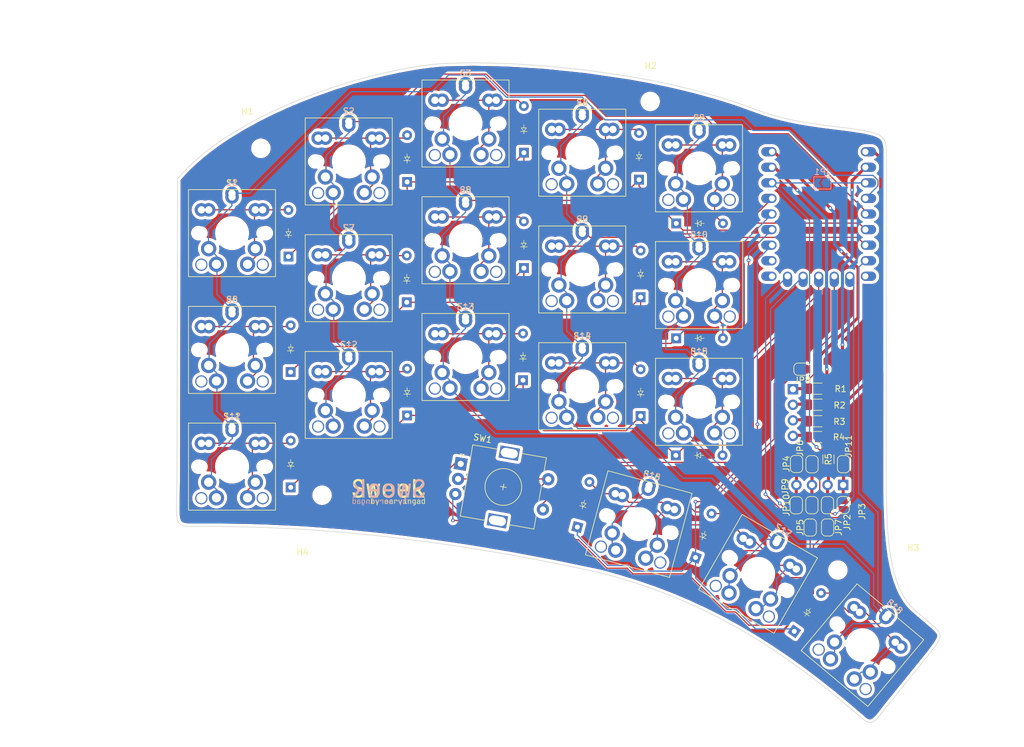
<source format=kicad_pcb>
(kicad_pcb (version 20241229) (generator "pcbnew") (generator_version "9.0")
  (layers (0 "F.Cu" signal) (2 "B.Cu" signal) (13 "F.Paste" user) (15 "B.Paste" user) (5 "F.SilkS" user "F.Silkscreen") (7 "B.SilkS" user "B.Silkscreen") (1 "F.Mask" user) (3 "B.Mask" user) (25 "Edge.Cuts" user))
  (net 0 "")
  (net 1 "Row0")
  (net 2 "Net-(D1-A)")
  (net 3 "Net-(D2-A)")
  (net 4 "Net-(D3-A)")
  (net 5 "Net-(D4-A)")
  (net 6 "Net-(J1-Pin_3)")
  (net 7 "Net-(J1-Pin_2)")
  (net 8 "Row1")
  (net 9 "Net-(J2-SDA)")
  (net 10 "Net-(J2-SCL)")
  (net 11 "Net-(D10-A)")
  (net 12 "Net-(D11-A)")
  (net 13 "Row2")
  (net 14 "Net-(D12-A)")
  (net 15 "Net-(D13-A)")
  (net 16 "Net-(D14-A)")
  (net 17 "Net-(D15-A)")
  (net 18 "Row3")
  (net 19 "GND")
  (net 20 "SDA")
  (net 21 "SCL")
  (net 22 "VCC_33")
  (net 23 "Col0")
  (net 24 "Col1")
  (net 25 "Col2")
  (net 26 "Col3")
  (net 27 "Col4")
  (net 28 "ENC_S1")
  (net 31 "Net-(JP1-A)")
  (net 33 "VCC_5")
  (net 34 "RX")
  (net 35 "TX")
  (net 36 "Net-(J1-Pin_1)")
  (net 37 "Net-(J1-Pin_4)")
  (net 38 "Net-(D5-A)")
  (net 40 "Net-(D6-A)")
  (net 41 "Net-(D7-A)")
  (net 42 "Net-(JP7-B)")
  (net 43 "Net-(D8-A)")
  (net 44 "Net-(D9-A)")
  (net 45 "Net-(D16-A)")
  (net 46 "Net-(D17-A)")
  (net 47 "Net-(D18-A)")
  (net 48 "Net-(J2-GND)")
  (net 49 "Net-(J2-VCC)")
  (net 50 "Net-(JP3-B)")
  (net 51 "Net-(JP5-B)")
  (net 53 "Net-(JP2-B)")
  (footprint "ScottoKeebs_Components:Diode_DO-35" (layer "F.Cu") (at 117.194348 108.306939 55)
    (property "Reference" "D18" (hide yes))
    (property "Value" "Diode" (hide yes))
  )
  (footprint "Jumper:SolderJumper-2_P1.3mm_Open_RoundedPad1.0x1.5mm" (layer "F.Cu") (at 122.615002 87.724998 -90)
    (property "Reference" "JP2")
    (property "Value" "SolderJumper_2_Bridged")
  )
  (footprint "Redragon:RD_MX_Choc_V1V2_1.00u" (layer "F.Cu") (at 25.45 62.385)
    (property "Reference" "S6")
    (property "Value" "Keyswitch")
  )
  (footprint "Redragon:RD_MX_Choc_V1V2_1.00u" (layer "F.Cu") (at 82.6 68.3125)
    (property "Reference" "S14")
    (property "Value" "Keyswitch")
  )
  (footprint "ScottoKeebs_Components:Diode_DO-35" (layer "F.Cu") (at 91.865 34.615 90)
    (property "Reference" "D4" (hide yes))
    (property "Value" "Diode" (hide yes))
  )
  (footprint "Redragon:RD_MX_Choc_V1V2_1.00u" (layer "F.Cu") (at 91.818097 90.810199 -15)
    (property "Reference" "S16")
    (property "Value" "Keyswitch")
  )
  (footprint "ScottoKeebs_Components:Diode_DO-35" (layer "F.Cu") (at 73.075 30.2125 90)
    (property "Reference" "D3" (hide yes))
    (property "Value" "Diode" (hide yes))
  )
  (footprint "Jumper:SolderJumper-2_P1.3mm_Open_RoundedPad1.0x1.5mm" (layer "F.Cu") (at 122.635 91.355 -90)
    (property "Reference" "JP7")
    (property "Value" "SolderJumper_2_Bridged")
  )
  (footprint "Redragon:RD_MX_Choc_V1V2_1.00u" (layer "F.Cu") (at 101.65 32.7525)
    (property "Reference" "S5")
    (property "Value" "Keyswitch")
  )
  (footprint "Jumper:SolderJumper-2_P1.3mm_Open_RoundedPad1.0x1.5mm" (layer "F.Cu") (at 120.084997 81.045006 90)
    (property "Reference" "JP6")
    (property "Value" "SolderJumper_2_Bridged")
  )
  (footprint "ScottoKeebs_Components:OLED_128x32" (layer "F.Cu") (at 115.365 86.025 90)
    (property "Reference" "J2" (hide yes))
    (property "Value" "OLED_128x32")
  )
  (footprint "MountingHole:MountingHole_2.7mm_M2.5" (layer "F.Cu") (at 124.305 98.305)
    (property "Reference" "H3")
    (property "Value" "MountingHole")
  )
  (footprint "MountingHole:MountingHole_2.7mm_M2.5" (layer "F.Cu") (at 30.165 29.495)
    (property "Reference" "H1")
    (property "Value" "MountingHole")
  )
  (footprint "Jumper:SolderJumper-2_P1.3mm_Open_RoundedPad1.0x1.5mm" (layer "F.Cu") (at 117.515003 87.734997 90)
    (property "Reference" "JP9")
    (property "Value" "SolderJumper_2_Bridged")
  )
  (footprint "Resistor_SMD:R_1206_3216Metric_Pad1.30x1.75mm_HandSolder" (layer "F.Cu") (at 120.964999 76.614997 180)
    (property "Reference" "R4")
    (property "Value" "Resistor")
  )
  (footprint "ScottoKeebs_Components:Diode_DO-35" (layer "F.Cu") (at 97.865 79.595)
    (property "Reference" "D15" (hide yes))
    (property "Value" "Diode" (hide yes))
  )
  (footprint "Jumper:SolderJumper-2_P1.3mm_Open_RoundedPad1.0x1.5mm" (layer "F.Cu") (at 119.785 91.365 -90)
    (property "Reference" "JP5")
    (property "Value" "SolderJumper_2_Bridged")
  )
  (footprint "Resistor_SMD:R_1206_3216Metric_Pad1.30x1.75mm_HandSolder" (layer "F.Cu") (at 121.004999 71.334997 180)
    (property "Reference" "R2")
    (property "Value" "Resistor")
  )
  (footprint "Redragon:RD_MX_Choc_V1V2_1.00u" (layer "F.Cu") (at 101.65 51.8025)
    (property "Reference" "S10")
    (property "Value" "Keyswitch")
  )
  (footprint "Redragon:USB_C_board" (layer "F.Cu") (at 114.775 66.605)
    (property "Reference" "J1" (hide yes))
    (property "Value" "Conn_01x04_Socket")
  )
  (footprint "Redragon:RD_MX_Choc_V1V2_1.00u" (layer "F.Cu") (at 63.55 44.5)
    (property "Reference" "S8")
    (property "Value" "Keyswitch")
  )
  (footprint "ScottoKeebs_Components:Diode_DO-35" (layer "F.Cu") (at 34.655 47.165 90)
    (property "Reference" "D1" (hide yes))
    (property "Value" "Diode" (hide yes))
  )
  (footprint "ScottoKeebs_Components:Diode_DO-35" (layer "F.Cu") (at 81.795 91.295 75)
    (property "Reference" "D16" (hide yes))
    (property "Value" "Diode" (hide yes))
  )
  (footprint "Redragon:RD_MX_Choc_V1V2_1.00u" (layer "F.Cu") (at 44.5 69.735)
    (property "Reference" "S12")
    (property "Value" "Keyswitch")
  )
  (footprint "ScottoKeebs_Components:Diode_DO-35" (layer "F.Cu") (at 73.075 49.035 90)
    (property "Reference" "D8" (hide yes))
    (property "Value" "Diode" (hide yes))
  )
  (footprint "ScottoKeebs_Components:Diode_DO-35" (layer "F.Cu") (at 101.081903 96.255229 70)
    (property "Reference" "D17" (hide yes))
    (property "Value" "Diode" (hide yes))
  )
  (footprint "Jumper:SolderJumper-2_P1.3mm_Open_RoundedPad1.0x1.5mm" (layer "F.Cu") (at 120.064997 87.725003 90)
    (property "Reference" "JP10")
    (property "Value" "SolderJumper_2_Bridged")
  )
  (footprint "Resistor_SMD:R_1206_3216Metric_Pad1.30x1.75mm_HandSolder" (layer "F.Cu") (at 120.994998 74.024997 180)
    (property "Reference" "R3")
    (property "Value" "Resistor")
  )
  (footprint "ScottoKeebs_Components:Diode_DO-35" (layer "F.Cu") (at 92.125 53.795 90)
    (property "Reference" "D9" (hide yes))
    (property "Value" "Diode" (hide yes))
  )
  (footprint "Redragon:RD_MX_Choc_V1V2_1.00u" (layer "F.Cu") (at 82.6 30.2125)
    (property "Reference" "S4")
    (property "Value" "Keyswitch")
  )
  (footprint "ScottoKeebs_Components:Diode_DO-35" (layer "F.Cu") (at 53.965 54.615 90)
    (property "Reference" "D7" (hide yes))
    (property "Value" "Diode" (hide yes))
  )
  (footprint "Redragon:RD_MX_Choc_V1V2_1.00u" (layer "F.Cu") (at 101.65 70.8525)
    (property "Reference" "S15")
    (property "Value" "Keyswitch")
  )
  (footprint "ScottoKeebs_Components:Diode_DO-35" (layer "F.Cu") (at 35.025 66.005 90)
    (property "Reference" "D6" (hide yes))
    (property "Value" "Diode" (hide yes))
  )
  (footprint "ScottoKeebs_Components:Diode_DO-35" (layer "F.Cu") (at 54.025 73.075 90)
    (property "Reference" "D12" (hide yes))
    (property "Value" "Diode" (hide yes))
  )
  (footprint "Jumper:SolderJumper-2_P1.3mm_Open_RoundedPad1.0x1.5mm" (layer "F.Cu") (at 125.224997 81.035003 90)
    (property "Reference" "JP11")
    (property "Value" "SolderJumper_2_Bridged")
  )
  (footprint "Jumper:SolderJumper-2_P1.3mm_Bridged_RoundedPad1.0x1.5mm" (layer "F.Cu") (at 118.515 65.535 180)
    (property "Reference" "JP8")
    (property "Value" "SolderJumper_2_Bridged")
  )
  (footprint "Redragon:RD_MX_Choc_V1V2_1.00u" (layer "F.Cu") (at 44.5 50.685)
    (property "Reference" "S7")
    (property "Value" "Keyswitch")
  )
  (footprint "ScottoKeebs_MCU:RP2040_Zero" (layer "F.Cu") (at 121.17625 40.21375)
    (property "Reference" "U1" (hide yes))
    (property "Value" "RP2040_Zero" (hide yes))
  )
  (footprint "ScottoKeebs_Components:Diode_DO-35" (layer "F.Cu") (at 35.025 84.815 90)
    (property "Reference" "D11" (hide yes))
    (property "Value" "Diode" (hide yes))
  )
  (footprint "ScottoKeebs_Components:Diode_DO-35" (layer "F.Cu") (at 97.925 60.495)
    (property "Reference" "D10" (hide yes))
    (property "Value" "Diode" (hide yes))
  )
  (footprint "MountingHole:MountingHole_2.7mm_M2.5" (layer "F.Cu") (at 40.145 86.095)
    (property "Reference" "H4")
    (property "Value" "MountingHole")
  )
  (footprint "Redragon:RD_MX_Choc_V1V2_1.00u" (layer "F.Cu") (at 63.55 63.55)
    (property "Reference" "S13")
    (property "Value" "Keyswitch")
  )
  (footprint "ScottoKeebs_Components:Diode_DO-35" (layer "F.Cu") (at 72.935 67.335 90)
    (property "Reference" "D13" (hide yes))
    (property "Value" "Diode" (hide yes))
  )
  (footprint "ScottoKeebs_Components:Diode_DO-35" (layer "F.Cu") (at 97.935 41.745)
    (property "Reference" "D5" (hide yes))
    (property "Value" "Diode" (hide yes))
  )
  (footprint "Jumper:SolderJumper-2_P1.3mm_Open_RoundedPad1.0x1.5mm" (layer "F.Cu") (at 125.175 87.705 -90)
    (property "Reference" "JP3")
    (property "Value" "SolderJumper_2_Bridged")
  )
  (footprint "Resistor_SMD:R_1206_3216Metric_Pad1.30x1.75mm_HandSolder" (layer "F.Cu") (at 122.765 80.225001 -90)
    (property "Reference" "R5")
    (property "Value" "Resistor")
  )
  (footprint "Resistor_SMD:R_1206_3216Metric_Pad1.30x1.75mm_HandSolder" (layer "F.Cu") (at 120.994998 68.714997 180)
    (property "Reference" "R1")
    (property "Value" "Resistor")
  )
  (footprint "Redragon:RD_MX_Choc_V1V2_1.00u" (layer "F.Cu") (at 25.45 43.335)
    (property "Reference" "S1")
    (property "Value" "Keyswitch")
  )
  (footprint "ScottoKeebs_Components:Diode_DO-35" (layer "F.Cu") (at 54.025 34.975 90)
    (property "Reference" "D2" (hide yes))
    (property "Value" "Diode" (hide yes))
  )
  (footprint "Redragon:RD_MX_Choc_V1V2_1.00u" (layer "F.Cu") (at 111.285296 98.929704 -30)
    (property "Reference" "S17")
    (property "Value" "Keyswitch")
  )
  (footprint "Redragon:RD_MX_Choc_V1V2_1.00u" (layer "F.Cu") (at 44.5 31.635)
    (property "Reference" "S2")
    (property "Value" "Keyswitch")
  )
  (footprint "Redragon:RotaryEncoder_Alps_EC11E-Switch_Vertical_H20mm" (layer "F.Cu") (at 62.769077 80.982125 -10)
    (property "Reference" "SW1")
    (property "Value" "RotaryEncoder_Switch")
  )
  (footprint "Jumper:SolderJumper-2_P1.3mm_Open_RoundedPad1.0x1.5mm" (layer "F.Cu") (at 117.555 81.005 -90)
    (property "Reference" "JP4")
    (property "Value" "SolderJumper_2_Bridged")
  )
  (footprint "Redragon:RD_MX_Choc_V1V2_1.00u" (layer "F.Cu") (at 63.55 25.45)
    (property "Reference" "S3")
    (property "Value" "Keyswitch")
  )
  (footprint "Redragon:RD_MX_Choc_V1V2_1.00u" (layer "F.Cu") (at 25.45 81.435)
    (property "Reference" "S11")
    (property "Value" "Keyswitch")
  )
  (footprint "ScottoKeebs_Components:Diode_DO-35" (layer "F.Cu") (at 92.125 73.175 90)
    (property "Reference" "D14" (hide yes))
    (property "Value" "Diode" (hide yes))
  )
  (footprint "Redragon:RD_MX_Choc_V1V2_1.00u" (layer "F.Cu") (at 128.313887 110.559639 -40)
    (property "Reference" "S18")
    (property "Value" "Keyswitch")
  )
  (footprint "MountingHole:MountingHole_2.7mm_M2.5" (layer "F.Cu") (at 93.685 21.845)
    (property "Reference" "H2")
    (property "Value" "MountingHole")
  )
  (footprint "Redragon:RD_MX_Choc_V1V2_1.00u" (layer "F.Cu") (at 82.6 49.2625)
    (property "Reference" "S9")
    (property "Value" "Keyswitch")
  )
  (footprint "Jumper:SolderJumper-2_P1.3mm_Open_TrianglePad1.0x1.5mm" (layer "B.Cu") (at 121.77 35.145 180)
    (property "Reference" "JP1")
    (property "Value" "SolderJumper_2_Open")
  )
  (gr_poly (pts (xy 53.747071 87.408873) (xy 53.978108 87.408873) (xy 53.978108 87.511279) (xy 53.391148 87.511279) (xy 53.391148 87.408873) (xy 53.634674 87.408873) (xy 53.634674 86.926816) (xy 53.416125 86.926816) (xy 53.416125 86.82441) (xy 53.747071 86.82441)) (stroke (width 0.011062)) (fill yes) (layer "F.SilkS"))
  (gr_poly (pts (xy 50.672466 86.812049) (xy 50.682365 86.812429) (xy 50.692097 86.813063) (xy 50.701663 86.813951) (xy 50.711064 86.815093) (xy 50.720298 86.816488) (xy 50.729367 86.818137) (xy 50.73827 86.820039) (xy 50.747007 86.822196) (xy 50.755578 86.824606) (xy 50.763984 86.827269) (xy 50.772223 86.830186) (xy 50.780297 86.833357) (xy 50.788205 86.836782) (xy 50.795947 86.84046) (xy 50.803523 86.844392) (xy 50.811065 86.848553) (xy 50.818392 86.852919) (xy 50.825505 86.85749) (xy 50.832403 86.862266) (xy 50.839086 86.867247) (xy 50.845555 86.872433) (xy 50.851809 86.877823) (xy 50.857848 86.883419) (xy 50.863673 86.889219) (xy 50.869283 86.895224) (xy 50.874679 86.901434) (xy 50.879859 86.907849) (xy 50.884826 86.914469) (xy 50.889577 86.921294) (xy 50.894114 86.928324) (xy 50.898436 86.935558) (xy 50.902519 86.942978) (xy 50.906339 86.950564) (xy 50.909895 86.958316) (xy 50.913188 86.966233) (xy 50.916217 86.974317) (xy 50.918983 86.982566) (xy 50.921486 86.990981) (xy 50.923725 86.999562) (xy 50.925701 87.008309) (xy 50.927413 87.017222) (xy 50.928862 87.0263) (xy 50.930047 87.035545) (xy 50.930969 87.044955) (xy 50.931628 87.054531) (xy 50.932023 87.064273) (xy 50.932155 87.074181) (xy 50.932155 87.196568) (xy 50.50255 87.196568) (xy 50.50255 87.261509) (xy 50.50272 87.270909) (xy 50.503233 87.280066) (xy 50.504086 87.288979) (xy 50.505281 87.297648) (xy 50.506818 87.306073) (xy 50.508696 87.314254) (xy 50.510916 87.322191) (xy 50.513477 87.329884) (xy 50.51638 87.337333) (xy 50.519624 87.344538) (xy 50.523209 87.3515) (xy 50.527136 87.358217) (xy 50.531405 87.364691) (xy 50.536015 87.37092) (xy 50.540966 87.376906) (xy 50.546259 87.382648) (xy 50.551835 87.387941) (xy 50.557636 87.392892) (xy 50.56366 87.397502) (xy 50.569909 87.401771) (xy 50.576383 87.405698) (xy 50.583081 87.409284) (xy 50.590003 87.412528) (xy 50.59715 87.41543) (xy 50.604521 87.417991) (xy 50.612117 87.420211) (xy 50.619937 87.422089) (xy 50.627981 87.423626) (xy 50.63625 87.424821) (xy 50.644743 87.425675) (xy 50.65346 87.426187) (xy 50.662403 87.426358) (xy 50.67012 87.426265) (xy 50.677662 87.425987) (xy 50.685028 87.425523) (xy 50.692219 87.424875) (xy 50.699234 87.42404) (xy 50.706073 87.423021) (xy 50.712737 87.421816) (xy 50.719225 87.420426) (xy 50.725537 87.41885) (xy 50.731674 87.417089) (xy 50.737636 87.415142) (xy 50.743421 87.41301) (xy 50.749031 87.410693) (xy 50.754466 87.408191) (xy 50.759725 87.405503) (xy 50.764808 87.402629) (xy 50.769833 87.399444) (xy 50.774604 87.396131) (xy 50.779121 87.392692) (xy 50.783385 87.389126) (xy 50.787395 87.385433) (xy 50.791151 87.381613) (xy 50.794654 87.377667) (xy 50.797903 87.373593) (xy 50.800898 87.369393) (xy 50.80364 87.365066) (xy 50.806128 87.360612) (xy 50.808362 87.356031) (xy 50.810343 87.351324) (xy 50.81207 87.346489) (xy 50.813543 87.341528) (xy 50.814762 87.33644) (xy 50.92716 87.33644) (xy 50.925516 87.347075) (xy 50.923394 87.357436) (xy 50.920793 87.367525) (xy 50.917715 87.37734) (xy 50.914159 87.386882) (xy 50.910125 87.396151) (xy 50.905612 87.405146) (xy 50.900622 87.413869) (xy 50.895153 87.422318) (xy 50.889206 87.430494) (xy 50.882781 87.438397) (xy 50.875879 87.446027) (xy 50.868498 87.453383) (xy 50.860639 87.460467) (xy 50.852301 87.467277) (xy 50.843486 87.473814) (xy 50.834291 87.479863) (xy 50.824812 87.485522) (xy 50.815051 87.49079) (xy 50.805006 87.495669) (xy 50.794679 87.500157) (xy 50.784069 87.504255) (xy 50.773175 87.507962) (xy 50.761999 87.51128) (xy 50.75054 87.514207) (xy 50.738798 87.516743) (xy 50.726772 87.51889) (xy 50.714464 87.520646) (xy 50.701873 87.522012) (xy 50.688999 87.522988) (xy 50.675842 87.523573) (xy 50.662403 87.523768) (xy 50.647441 87.523485) (xy 50.63284 87.522636) (xy 50.6186 87.521222) (xy 50.604721 87.519241) (xy 50.591204 87.516695) (xy 50.578047 87.513582) (xy 50.565251 87.509904) (xy 50.552816 87.50566) (xy 50.540742 87.50085) (xy 50.529029 87.495474) (xy 50.517677 87.489532) (xy 50.506687 87.483024) (xy 50.496057 87.475951) (xy 50.485788 87.468311) (xy 50.47588 87.460106) (xy 50.466333 87.451335) (xy 50.45741 87.44191) (xy 50.449064 87.432056) (xy 50.441292 87.421772) (xy 50.434097 87.411059) (xy 50.427477 87.399917) (xy 50.421433 87.388346) (xy 50.415964 87.376345) (xy 50.411071 87.363915) (xy 50.406754 87.351056) (xy 50.403012 87.337767) (xy 50.399846 87.324049) (xy 50.397256 87.309902) (xy 50.395241 87.295325) (xy 50.393802 87.28032) (xy 50.392938 87.264885) (xy 50.392651 87.24902) (xy 50.392651 87.086669) (xy 50.392877 87.074181) (xy 50.50255 87.074181) (xy 50.50255 87.109149) (xy 50.822256 87.109149) (xy 50.822256 87.074181) (xy 50.82209 87.06418) (xy 50.821592 87.054473) (xy 50.820763 87.045057) (xy 50.819602 87.035935) (xy 50.818109 87.027105) (xy 50.816284 87.018568) (xy 50.814128 87.010324) (xy 50.81164 87.002372) (xy 50.808821 86.994713) (xy 50.805669 86.987347) (xy 50.802186 86.980273) (xy 50.798371 86.973492) (xy 50.794225 86.967004) (xy 50.789746 86.960809) (xy 50.784936 86.954906) (xy 50.779795 86.949296) (xy 50.774506 86.943852) (xy 50.768945 86.938759) (xy 50.763111 86.934017) (xy 50.757003 86.929626) (xy 50.750622 86.925587) (xy 50.743968 86.921899) (xy 50.737041 86.918562) (xy 50.72984 86.915577) (xy 50.722367 86.912942) (xy 50.71462 86.910659) (xy 50.7066 86.908727) (xy 50.698307 86.907147) (xy 50.68974 86.905917) (xy 50.680901 86.905039) (xy 50.671788 86.904512) (xy 50.662403 86.904337) (xy 50.653012 86.904512) (xy 50.643884 86.905039) (xy 50.63502 86.905917) (xy 50.62642 86.907147) (xy 50.618083 86.908727) (xy 50.610009 86.910659) (xy 50.602199 86.912942) (xy 50.594652 86.915577) (xy 50.587369 86.918562) (xy 50.580349 86.921899) (xy 50.573593 86.925587) (xy 50.5671 86.929626) (xy 50.56087 86.934017) (xy 50.554904 86.938759) (xy 50.549201 86.943852) (xy 50.543762 86.949296) (xy 50.538771 86.954906) (xy 50.534103 86.960809) (xy 50.529756 86.967004) (xy 50.525731 86.973492) (xy 50.522029 86.980273) (xy 50.518648 86.987347) (xy 50.515589 86.994713) (xy 50.512853 87.002372) (xy 50.510438 87.010324) (xy 50.508345 87.018568) (xy 50.506574 87.027105) (xy 50.505125 87.035935) (xy 50.503998 87.045057) (xy 50.503193 87.054473) (xy 50.502711 87.06418) (xy 50.50255 87.074181) (xy 50.392877 87.074181) (xy 50.392938 87.07081) (xy 50.393802 87.055389) (xy 50.395241 87.040408) (xy 50.397256 87.025866) (xy 50.399846 87.011763) (xy 50.403012 86.998098) (xy 50.406754 86.984873) (xy 50.411071 86.972087) (xy 50.415964 86.95974) (xy 50.421433 86.947832) (xy 50.427477 86.936363) (xy 50.434097 86.925333) (xy 50.441292 86.914742) (xy 50.449064 86.904591) (xy 50.45741 86.894878) (xy 50.466333 86.885604) (xy 50.47588 86.876682) (xy 50.485788 86.868335) (xy 50.496056 86.860564) (xy 50.506686 86.853368) (xy 50.517677 86.846748) (xy 50.529029 86.840704) (xy 50.540742 86.835235) (xy 50.552816 86.830342) (xy 50.565251 86.826025) (xy 50.578046 86.822283) (xy 50.591203 86.819117) (xy 50.604721 86.816527) (xy 50.6186 86.814512) (xy 50.63284 86.813073) (xy 50.647441 86.81221) (xy 50.662403 86.811922)) (stroke (width 0.011062)) (fill yes) (layer "F.SilkS"))
  (gr_poly (pts (xy 48.267101 86.799433) (xy 48.264604 86.95554) (xy 48.265852 86.95554) (xy 48.267257 86.947374) (xy 48.268974 86.939422) (xy 48.271004 86.931685) (xy 48.273345 86.924163) (xy 48.275999 86.916855) (xy 48.278965 86.909762) (xy 48.282244 86.902883) (xy 48.285834 86.89622) (xy 48.289737 86.88977) (xy 48.293951 86.883536) (xy 48.298479 86.877516) (xy 48.303318 86.871711) (xy 48.308469 86.86612) (xy 48.313933 86.860744) (xy 48.319709 86.855583) (xy 48.325797 86.850636) (xy 48.3323 86.845948) (xy 48.339008 86.841563) (xy 48.34592 86.837479) (xy 48.353038 86.833699) (xy 48.36036 86.83022) (xy 48.367887 86.827045) (xy 48.37562 86.824171) (xy 48.383557 86.8216) (xy 48.391699 86.819332) (xy 48.400045 86.817366) (xy 48.408597 86.815703) (xy 48.417354 86.814342) (xy 48.426315 86.813283) (xy 48.435482 86.812527) (xy 48.444853 86.812073) (xy 48.454429 86.811922) (xy 48.46722 86.81219) (xy 48.479679 86.812995) (xy 48.491807 86.814337) (xy 48.503603 86.816215) (xy 48.515067 86.81863) (xy 48.526199 86.821581) (xy 48.537 86.825069) (xy 48.547469 86.829094) (xy 48.557606 86.833655) (xy 48.567411 86.838753) (xy 48.576885 86.844387) (xy 48.586027 86.850558) (xy 48.594837 86.857266) (xy 48.603316 86.86451) (xy 48.611463 86.872291) (xy 48.619278 86.880609) (xy 48.626688 86.88939) (xy 48.63362 86.898561) (xy 48.640074 86.908123) (xy 48.64605 86.918074) (xy 48.651548 86.928416) (xy 48.656568 86.939149) (xy 48.661109 86.950271) (xy 48.665173 86.961784) (xy 48.668759 86.973687) (xy 48.671866 86.985981) (xy 48.674495 86.998664) (xy 48.676647 87.011738) (xy 48.67832 87.025203) (xy 48.679515 87.039057) (xy 48.680232 87.053302) (xy 48.680471 87.067937) (xy 48.680471 87.269002) (xy 48.680232 87.283486) (xy 48.679515 87.297589) (xy 48.67832 87.311312) (xy 48.676647 87.324654) (xy 48.674495 87.337616) (xy 48.671866 87.350197) (xy 48.668759 87.362398) (xy 48.665173 87.374218) (xy 48.661109 87.385658) (xy 48.656568 87.396717) (xy 48.651548 87.407395) (xy 48.64605 87.417694) (xy 48.640074 87.427611) (xy 48.63362 87.437148) (xy 48.626688 87.446305) (xy 48.619278 87.455081) (xy 48.611463 87.463399) (xy 48.603316 87.47118) (xy 48.594837 87.478424) (xy 48.586027 87.485132) (xy 48.576885 87.491303) (xy 48.567411 87.496937) (xy 48.557606 87.502035) (xy 48.547469 87.506596) (xy 48.537 87.510621) (xy 48.526199 87.514109) (xy 48.515067 87.517061) (xy 48.503603 87.519475) (xy 48.491807 87.521353) (xy 48.479679 87.522695) (xy 48.46722 87.5235) (xy 48.454429 87.523768) (xy 48.444858 87.523622) (xy 48.435501 87.523183) (xy 48.426359 87.522451) (xy 48.417432 87.521427) (xy 48.408719 87.520109) (xy 48.400221 87.5185) (xy 48.391938 87.516597) (xy 48.383869 87.514402) (xy 48.376015 87.511914) (xy 48.368376 87.509133) (xy 48.360951 87.50606) (xy 48.353741 87.502694) (xy 48.346745 87.499035) (xy 48.339964 87.495083) (xy 48.333398 87.490839) (xy 48.327046 87.486302) (xy 48.320963 87.481351) (xy 48.315202 87.476175) (xy 48.309762 87.470775) (xy 48.304645 87.46515) (xy 48.299849 87.459301) (xy 48.295376 87.453227) (xy 48.291224 87.446929) (xy 48.287395 87.440407) (xy 48.283887 87.43366) (xy 48.280702 87.426689) (xy 48.277838 87.419494) (xy 48.275297 87.412074) (xy 48.273077 87.40443) (xy 48.271179 87.396561) (xy 48.269604 87.388468) (xy 48.26835 87.38015) (xy 48.267101 87.38015) (xy 48.267101 87.511279) (xy 48.154704 87.511279) (xy 48.154704 87.074181) (xy 48.267101 87.074181) (xy 48.267101 87.261509) (xy 48.267257 87.271056) (xy 48.267726 87.280339) (xy 48.268506 87.289359) (xy 48.269599 87.298116) (xy 48.271004 87.306609) (xy 48.272721 87.314839) (xy 48.27475 87.322805) (xy 48.277092 87.330508) (xy 48.279746 87.337948) (xy 48.282712 87.345124) (xy 48.28599 87.352036) (xy 48.28958 87.358685) (xy 48.293483 87.365071) (xy 48.297698 87.371193) (xy 48.302225 87.377052) (xy 48.307064 87.382648) (xy 48.312323 87.387941) (xy 48.317797 87.392892) (xy 48.323485 87.397502) (xy 48.329388 87.401771) (xy 48.335505 87.405698) (xy 48.341837 87.409284) (xy 48.348384 87.412528) (xy 48.355145 87.41543) (xy 48.362121 87.417991) (xy 48.369312 87.420211) (xy 48.376717 87.422089) (xy 48.384337 87.423626) (xy 48.392172 87.424821) (xy 48.400221 87.425675) (xy 48.408485 87.426187) (xy 48.416963 87.426358) (xy 48.42574 87.426211) (xy 48.434272 87.425772) (xy 48.44256 87.42504) (xy 48.450605 87.424016) (xy 48.458405 87.422699) (xy 48.465962 87.421089) (xy 48.473274 87.419186) (xy 48.480343 87.416991) (xy 48.487168 87.414503) (xy 48.493749 87.411722) (xy 48.500086 87.408649) (xy 48.506179 87.405283) (xy 48.512028 87.401624) (xy 48.517633 87.397673) (xy 48.522994 87.393429) (xy 48.528111 87.388892) (xy 48.532951 87.384028) (xy 48.537478 87.378804) (xy 48.541693 87.373218) (xy 48.545595 87.367271) (xy 48.549186 87.360963) (xy 48.552464 87.354295) (xy 48.55543 87.347265) (xy 48.558084 87.339874) (xy 48.560426 87.332123) (xy 48.562455 87.32401) (xy 48.564172 87.315536) (xy 48.565577 87.306702) (xy 48.56667 87.297506) (xy 48.567451 87.287949) (xy 48.567919 87.278032) (xy 48.568075 87.267753) (xy 48.568075 87.067937) (xy 48.567919 87.057512) (xy 48.567451 87.047467) (xy 48.56667 87.037803) (xy 48.565577 87.02852) (xy 48.564172 87.019617) (xy 48.562455 87.011094) (xy 48.560426 87.002952) (xy 48.558084 86.995191) (xy 48.55543 86.98781) (xy 48.552464 86.98081) (xy 48.549186 86.97419) (xy 48.545595 86.96795) (xy 48.541693 86.962092) (xy 48.537478 86.956613) (xy 48.532951 86.951515) (xy 48.528111 86.946798) (xy 48.522994 86.942261) (xy 48.517633 86.938017) (xy 48.512028 86.934066) (xy 48.506179 86.930407) (xy 48.500086 86.927041) (xy 48.493749 86.923967) (xy 48.487168 86.921187) (xy 48.480343 86.918699) (xy 48.473274 86.916503) (xy 48.465962 86.914601) (xy 48.458405 86.912991) (xy 48.450605 86.911674) (xy 48.44256 86.910649) (xy 48.434272 86.909918) (xy 48.42574 86.909478) (xy 48.416963 86.909332) (xy 48.408485 86.909503) (xy 48.400221 86.910015) (xy 48.392172 86.910869) (xy 48.384337 86.912064) (xy 48.376717 86.913601) (xy 48.369312 86.915479) (xy 48.362121 86.917699) (xy 48.355145 86.92026) (xy 48.348384 86.923162) (xy 48.341837 86.926407) (xy 48.335505 86.929992) (xy 48.329388 86.933919) (xy 48.323485 86.938188) (xy 48.317797 86.942798) (xy 48.312323 86.947749) (xy 48.307064 86.953042) (xy 48.302225 86.958638) (xy 48.297698 86.964497) (xy 48.293483 86.970619) (xy 48.28958 86.977005) (xy 48.28599 86.983654) (xy 48.282712 86.990567) (xy 48.279746 86.997743) (xy 48.277092 87.005182) (xy 48.27475 87.012885) (xy 48.272721 87.020851) (xy 48.271004 87.029081) (xy 48.269599 87.037574) (xy 48.268506 87.046331) (xy 48.267726 87.055351) (xy 48.267257 87.064634) (xy 48.267101 87.074181) (xy 48.154704 87.074181) (xy 48.154704 86.599617) (xy 48.267101 86.599617)) (stroke (width 0.011062)) (fill yes) (layer "F.SilkS"))
  (gr_poly (pts (xy 47.958554 85.807185) (xy 47.96466 85.853229) (xy 47.970765 85.901817) (xy 47.97687 85.952949) (xy 47.982975 86.006625) (xy 47.988572 86.057249) (xy 47.993151 86.103293) (xy 47.996712 86.144758) (xy 47.999256 86.181645) (xy 48.003326 86.144758) (xy 48.007396 86.103293) (xy 48.011467 86.057249) (xy 48.015537 86.006625) (xy 48.021896 85.952949) (xy 48.028765 85.901818) (xy 48.036142 85.853229) (xy 48.044028 85.807186) (xy 48.324873 84.227943) (xy 48.691192 84.227943) (xy 48.972037 85.807185) (xy 48.979924 85.853229) (xy 48.987301 85.901817) (xy 48.994169 85.952949) (xy 49.000528 86.006625) (xy 49.007905 86.057249) (xy 49.013756 86.103293) (xy 49.016109 86.124598) (xy 49.01808 86.144758) (xy 49.01967 86.163774) (xy 49.020877 86.181645) (xy 49.04123 86.006625) (xy 49.047336 85.952949) (xy 49.053441 85.901818) (xy 49.059546 85.853229) (xy 49.06565 85.807186) (xy 49.301724 84.227943) (xy 49.60292 84.227943) (xy 49.22032 86.466559) (xy 48.817369 86.466559) (xy 48.560945 84.919879) (xy 48.544666 84.80286) (xy 48.528384 84.679736) (xy 48.517191 84.564753) (xy 48.512358 84.518708) (xy 48.508035 84.480296) (xy 48.506826 84.498548) (xy 48.505236 84.518708) (xy 48.500911 84.564753) (xy 48.49506 84.618429) (xy 48.487682 84.679736) (xy 48.479288 84.742061) (xy 48.470384 84.80286) (xy 48.460972 84.862133) (xy 48.45105 84.919879) (xy 48.182416 86.466559) (xy 47.779465 86.466559) (xy 47.413146 84.227943) (xy 47.730623 84.227943)) (stroke (width 0.036054)) (fill yes) (layer "F.SilkS"))
  (gr_poly (pts (xy 53.425089 84.187654) (xy 53.457349 84.188894) (xy 53.489068 84.190961) (xy 53.520247 84.193855) (xy 53.550884 84.197575) (xy 53.580982 84.202122) (xy 53.610538 84.207496) (xy 53.639555 84.213697) (xy 53.66803 84.220724) (xy 53.695965 84.228579) (xy 53.72336 84.23726) (xy 53.750213 84.246767) (xy 53.776527 84.257102) (xy 53.8023 84.268263) (xy 53.827532 84.280251) (xy 53.852223 84.293066) (xy 53.876804 84.306628) (xy 53.900684 84.320858) (xy 53.923865 84.335756) (xy 53.946347 84.351321) (xy 53.968129 84.367554) (xy 53.989211 84.384455) (xy 54.009594 84.402024) (xy 54.029278 84.42026) (xy 54.048261 84.439164) (xy 54.066545 84.458736) (xy 54.08413 84.478976) (xy 54.101015 84.499884) (xy 54.1172 84.521459) (xy 54.132686 84.543702) (xy 54.147472 84.566613) (xy 54.161559 84.590191) (xy 54.174867 84.614374) (xy 54.187316 84.639098) (xy 54.198907 84.664361) (xy 54.209639 84.690166) (xy 54.219512 84.716511) (xy 54.228527 84.743397) (xy 54.236684 84.770823) (xy 54.243981 84.79879) (xy 54.250421 84.827297) (xy 54.256001 84.856345) (xy 54.260724 84.885934) (xy 54.264587 84.916063) (xy 54.267592 84.946733) (xy 54.269739 84.977943) (xy 54.271026 85.009694) (xy 54.271456 85.041985) (xy 54.271456 85.440866) (xy 52.871302 85.440866) (xy 52.871302 85.652517) (xy 52.871858 85.683155) (xy 52.873527 85.712998) (xy 52.87631 85.742046) (xy 52.880205 85.770299) (xy 52.885214 85.797757) (xy 52.891335 85.82442) (xy 52.898569 85.850288) (xy 52.906916 85.875361) (xy 52.916376 85.899639) (xy 52.926949 85.923122) (xy 52.938635 85.94581) (xy 52.951434 85.967704) (xy 52.965346 85.988802) (xy 52.980371 86.009105) (xy 52.996509 86.028614) (xy 53.01376 86.047327) (xy 53.031932 86.064578) (xy 53.050836 86.080716) (xy 53.070472 86.09574) (xy 53.090839 86.109652) (xy 53.111937 86.122451) (xy 53.133767 86.134137) (xy 53.156328 86.14471) (xy 53.17962 86.15417) (xy 53.203644 86.162517) (xy 53.228399 86.169752) (xy 53.253886 86.175873) (xy 53.280104 86.180881) (xy 53.307053 86.184776) (xy 53.334734 86.187559) (xy 53.363146 86.189228) (xy 53.392289 86.189785) (xy 53.417442 86.189483) (xy 53.442022 86.188576) (xy 53.46603 86.187066) (xy 53.489465 86.184951) (xy 53.512328 86.182233) (xy 53.534619 86.17891) (xy 53.556338 86.174982) (xy 53.577484 86.170451) (xy 53.598057 86.165316) (xy 53.618059 86.159576) (xy 53.637488 86.153232) (xy 53.656344 86.146284) (xy 53.674628 86.138732) (xy 53.69234 86.130576) (xy 53.709479 86.121815) (xy 53.726046 86.112451) (xy 53.742423 86.102069) (xy 53.757972 86.091273) (xy 53.772695 86.080064) (xy 53.786591 86.068442) (xy 53.79966 86.056406) (xy 53.811902 86.043957) (xy 53.823318 86.031094) (xy 53.833907 86.017818) (xy 53.843669 86.004129) (xy 53.852604 85.990026) (xy 53.860713 85.97551) (xy 53.867995 85.960581) (xy 53.87445 85.945238) (xy 53.880078 85.929482) (xy 53.884879 85.913312) (xy 53.888854 85.896729) (xy 54.255174 85.896729) (xy 54.249815 85.93139) (xy 54.242899 85.96516) (xy 54.234425 85.998039) (xy 54.224392 86.030029) (xy 54.212802 86.061128) (xy 54.199653 86.091336) (xy 54.184946 86.120655) (xy 54.168681 86.149082) (xy 54.150858 86.17662) (xy 54.131477 86.203267) (xy 54.110538 86.229024) (xy 54.08804 86.25389) (xy 54.063985 86.277866) (xy 54.038371 86.300952) (xy 54.011199 86.323147) (xy 53.982469 86.344452) (xy 53.952499 86.364168) (xy 53.921607 86.382611) (xy 53.889793 86.399782) (xy 53.857056 86.415681) (xy 53.823397 86.430309) (xy 53.788816 86.443664) (xy 53.753313 86.455748) (xy 53.716888 86.466559) (xy 53.679541 86.476099) (xy 53.641271 86.484366) (xy 53.60208 86.491362) (xy 53.561966 86.497086) (xy 53.52093 86.501538) (xy 53.478972 86.504717) (xy 53.436092 86.506625) (xy 53.392289 86.507261) (xy 53.343526 86.506339) (xy 53.29594 86.503573) (xy 53.24953 86.498962) (xy 53.204296 86.492507) (xy 53.16024 86.484207) (xy 53.117359 86.474064) (xy 53.075656 86.462076) (xy 53.035128 86.448243) (xy 52.995778 86.432567) (xy 52.957604 86.415046) (xy 52.920606 86.39568) (xy 52.884785 86.374471) (xy 52.85014 86.351417) (xy 52.816672 86.326518) (xy 52.784381 86.299776) (xy 52.753266 86.271189) (xy 52.724187 86.240471) (xy 52.696983 86.208355) (xy 52.671656 86.174839) (xy 52.648204 86.139925) (xy 52.626629 86.103611) (xy 52.60693 86.065898) (xy 52.589107 86.026786) (xy 52.57316 85.986274) (xy 52.559089 85.944364) (xy 52.546894 85.901054) (xy 52.536576 85.856345) (xy 52.528133 85.810238) (xy 52.521567 85.762731) (xy 52.516877 85.713824) (xy 52.514062 85.663519) (xy 52.513124 85.611815) (xy 52.513124 85.082687) (xy 52.513863 85.041985) (xy 52.871303 85.041985) (xy 52.871303 85.155951) (xy 53.913278 85.155951) (xy 53.913278 85.041985) (xy 53.912737 85.009392) (xy 53.911115 84.977752) (xy 53.908412 84.947066) (xy 53.904628 84.917335) (xy 53.899763 84.888557) (xy 53.893817 84.860733) (xy 53.886789 84.833864) (xy 53.878681 84.807948) (xy 53.869491 84.782986) (xy 53.85922 84.758978) (xy 53.847868 84.735924) (xy 53.835434 84.713824) (xy 53.82192 84.692678) (xy 53.807324 84.672486) (xy 53.791648 84.653248) (xy 53.77489 84.634964) (xy 53.757655 84.61722) (xy 53.73953 84.600621) (xy 53.720514 84.585167) (xy 53.700608 84.570858) (xy 53.679812 84.557693) (xy 53.658125 84.545674) (xy 53.635548 84.534799) (xy 53.612081 84.525068) (xy 53.587723 84.516483) (xy 53.562475 84.509042) (xy 53.536337 84.502746) (xy 53.509308 84.497594) (xy 53.481389 84.493588) (xy 53.452579 84.490726) (xy 53.422879 84.489009) (xy 53.392289 84.488436) (xy 53.361683 84.489009) (xy 53.331936 84.490726) (xy 53.303047 84.493588) (xy 53.275016 84.497594) (xy 53.247844 84.502746) (xy 53.221531 84.509042) (xy 53.196077 84.516483) (xy 53.17148 84.525068) (xy 53.147743 84.534799) (xy 53.124864 84.545674) (xy 53.102843 84.557693) (xy 53.081682 84.570858) (xy 53.061378 84.585167) (xy 53.041934 84.600621) (xy 53.023347 84.61722) (xy 53.00562 84.634964) (xy 52.989355 84.653248) (xy 52.974139 84.672486) (xy 52.959973 84.692678) (xy 52.946856 84.713824) (xy 52.934788 84.735924) (xy 52.92377 84.758978) (xy 52.913801 84.782986) (xy 52.904882 84.807948) (xy 52.897012 84.833864) (xy 52.890191 84.860733) (xy 52.884419 84.888557) (xy 52.879697 84.917335) (xy 52.876025 84.947066) (xy 52.873401 84.977752) (xy 52.871827 85.009392) (xy 52.871303 85.041985) (xy 52.513863 85.041985) (xy 52.514062 85.030999) (xy 52.516877 84.980741) (xy 52.521567 84.931914) (xy 52.528133 84.884519) (xy 52.536576 84.838554) (xy 52.546894 84.79402) (xy 52.559089 84.750917) (xy 52.57316 84.709245) (xy 52.589107 84.669004) (xy 52.60693 84.630194) (xy 52.626629 84.592815) (xy 52.648204 84.556867) (xy 52.671656 84.522349) (xy 52.696983 84.489263) (xy 52.724187 84.457608) (xy 52.753266 84.427383) (xy 52.784381 84.398303) (xy 52.816672 84.3711) (xy 52.85014 84.345772) (xy 52.884784 84.322321) (xy 52.920605 84.300745) (xy 52.957603 84.281046) (xy 52.995777 84.263223) (xy 53.035128 84.247276) (xy 53.075655 84.233205) (xy 53.117359 84.221011) (xy 53.160239 84.210692) (xy 53.204296 84.202249) (xy 53.249529 84.195683) (xy 53.295939 84.190993) (xy 53.343526 84.188179) (xy 53.392289 84.187241)) (stroke (width 0.036054)) (fill yes) (layer "F.SilkS"))
  (gr_poly (pts (xy 50.982962 84.187654) (xy 51.015221 84.188894) (xy 51.046941 84.190961) (xy 51.078119 84.193855) (xy 51.108757 84.197575) (xy 51.138854 84.202122) (xy 51.168411 84.207496) (xy 51.197427 84.213697) (xy 51.225903 84.220724) (xy 51.253838 84.228579) (xy 51.281232 84.23726) (xy 51.308086 84.246767) (xy 51.334399 84.257102) (xy 51.360172 84.268263) (xy 51.385404 84.280251) (xy 51.410096 84.293066) (xy 51.434676 84.306628) (xy 51.458557 84.320858) (xy 51.481738 84.335756) (xy 51.504219 84.351321) (xy 51.526001 84.367554) (xy 51.547084 84.384455) (xy 51.567467 84.402024) (xy 51.58715 84.42026) (xy 51.606134 84.439164) (xy 51.624418 84.458736) (xy 51.642002 84.478976) (xy 51.658887 84.499884) (xy 51.675073 84.521459) (xy 51.690559 84.543702) (xy 51.705345 84.566613) (xy 51.719432 84.590191) (xy 51.73274 84.614374) (xy 51.745189 84.639098) (xy 51.756779 84.664361) (xy 51.767511 84.690166) (xy 51.777385 84.716511) (xy 51.7864 84.743397) (xy 51.794556 84.770823) (xy 51.801854 84.79879) (xy 51.808293 84.827297) (xy 51.813874 84.856345) (xy 51.818596 84.885934) (xy 51.822459 84.916063) (xy 51.825464 84.946733) (xy 51.827611 84.977943) (xy 51.828899 85.009694) (xy 51.829328 85.041985) (xy 51.829328 85.440866) (xy 50.429175 85.440866) (xy 50.429175 85.652517) (xy 50.429732 85.683155) (xy 50.431401 85.712998) (xy 50.434184 85.742046) (xy 50.438079 85.770299) (xy 50.443087 85.797757) (xy 50.449208 85.82442) (xy 50.456443 85.850288) (xy 50.46479 85.875361) (xy 50.47425 85.899639) (xy 50.484823 85.923122) (xy 50.496509 85.94581) (xy 50.509308 85.967704) (xy 50.523219 85.988802) (xy 50.538244 86.009105) (xy 50.554382 86.028614) (xy 50.571633 86.047327) (xy 50.589806 86.064578) (xy 50.60871 86.080716) (xy 50.628345 86.09574) (xy 50.648712 86.109652) (xy 50.66981 86.122451) (xy 50.69164 86.134137) (xy 50.714201 86.14471) (xy 50.737494 86.15417) (xy 50.761517 86.162517) (xy 50.786273 86.169752) (xy 50.811759 86.175873) (xy 50.837977 86.180881) (xy 50.864926 86.184776) (xy 50.892607 86.187559) (xy 50.921019 86.189228) (xy 50.950162 86.189785) (xy 50.975315 86.189483) (xy 50.999895 86.188576) (xy 51.023903 86.187066) (xy 51.047339 86.184951) (xy 51.070202 86.182233) (xy 51.092492 86.17891) (xy 51.114211 86.174982) (xy 51.135357 86.170451) (xy 51.155931 86.165316) (xy 51.175932 86.159576) (xy 51.195361 86.153232) (xy 51.214217 86.146284) (xy 51.232502 86.138732) (xy 51.250213 86.130576) (xy 51.267353 86.121815) (xy 51.28392 86.112451) (xy 51.300296 86.102069) (xy 51.315845 86.091273) (xy 51.330568 86.080064) (xy 51.344464 86.068442) (xy 51.357533 86.056406) (xy 51.369776 86.043957) (xy 51.381191 86.031094) (xy 51.39178 86.017818) (xy 51.401542 86.004129) (xy 51.410478 85.990026) (xy 51.418586 85.97551) (xy 51.425868 85.960581) (xy 51.432323 85.945238) (xy 51.437951 85.929482) (xy 51.442753 85.913312) (xy 51.446728 85.896729) (xy 51.813047 85.896729) (xy 51.807689 85.93139) (xy 51.800773 85.96516) (xy 51.792298 85.998039) (xy 51.782266 86.030029) (xy 51.770675 86.061128) (xy 51.757527 86.091336) (xy 51.74282 86.120655) (xy 51.726555 86.149082) (xy 51.708732 86.17662) (xy 51.689351 86.203267) (xy 51.668411 86.229024) (xy 51.645914 86.25389) (xy 51.621858 86.277866) (xy 51.596245 86.300952) (xy 51.569073 86.323147) (xy 51.540343 86.344452) (xy 51.510373 86.364168) (xy 51.479481 86.382611) (xy 51.447666 86.399782) (xy 51.41493 86.415681) (xy 51.381271 86.430309) (xy 51.34669 86.443664) (xy 51.311187 86.455748) (xy 51.274762 86.466559) (xy 51.237414 86.476099) (xy 51.199145 86.484366) (xy 51.159953 86.491362) (xy 51.119839 86.497086) (xy 51.078803 86.501538) (xy 51.036845 86.504717) (xy 50.993965 86.506625) (xy 50.950162 86.507261) (xy 50.950161 86.507261) (xy 50.901398 86.506339) (xy 50.853812 86.503573) (xy 50.807402 86.498962) (xy 50.762169 86.492507) (xy 50.718112 86.484207) (xy 50.675232 86.474064) (xy 50.633528 86.462076) (xy 50.593001 86.448243) (xy 50.55365 86.432567) (xy 50.515476 86.415046) (xy 50.478478 86.39568) (xy 50.442657 86.374471) (xy 50.408013 86.351417) (xy 50.374545 86.326518) (xy 50.342253 86.299776) (xy 50.311139 86.271189) (xy 50.282059 86.240471) (xy 50.254855 86.208355) (xy 50.229528 86.174839) (xy 50.206076 86.139925) (xy 50.184501 86.103611) (xy 50.164802 86.065898) (xy 50.146979 86.026786) (xy 50.131032 85.986274) (xy 50.116961 85.944364) (xy 50.104766 85.901054) (xy 50.094448 85.856345) (xy 50.086005 85.810238) (xy 50.079439 85.762731) (xy 50.074748 85.713824) (xy 50.071934 85.663519) (xy 50.070996 85.611815) (xy 50.070996 85.082687) (xy 50.071735 85.041985) (xy 50.429175 85.041985) (xy 50.429175 85.155951) (xy 51.471149 85.155951) (xy 51.471149 85.041985) (xy 51.470609 85.009392) (xy 51.468987 84.977752) (xy 51.466284 84.947066) (xy 51.4625 84.917335) (xy 51.457635 84.888557) (xy 51.451689 84.860733) (xy 51.444661 84.833864) (xy 51.436552 84.807948) (xy 51.427363 84.782986) (xy 51.417092 84.758978) (xy 51.40574 84.735924) (xy 51.393306 84.713824) (xy 51.379792 84.692678) (xy 51.365196 84.672486) (xy 51.34952 84.653248) (xy 51.332762 84.634964) (xy 51.315527 84.61722) (xy 51.297402 84.600621) (xy 51.278386 84.585167) (xy 51.25848 84.570858) (xy 51.237684 84.557693) (xy 51.215997 84.545674) (xy 51.19342 84.534799) (xy 51.169953 84.525068) (xy 51.145595 84.516483) (xy 51.120347 84.509042) (xy 51.094209 84.502746) (xy 51.06718 84.497594) (xy 51.039261 84.493588) (xy 51.010451 84.490726) (xy 50.980752 84.489009) (xy 50.950161 84.488436) (xy 50.919555 84.489009) (xy 50.889808 84.490726) (xy 50.860919 84.493588) (xy 50.832889 84.497594) (xy 50.805717 84.502746) (xy 50.779403 84.509042) (xy 50.753949 84.516483) (xy 50.729353 84.525068) (xy 50.705615 84.534799) (xy 50.682736 84.545674) (xy 50.660716 84.557693) (xy 50.639554 84.570858) (xy 50.61925 84.585167) (xy 50.599806 84.600621) (xy 50.58122 84.61722) (xy 50.563492 84.634964) (xy 50.547227 84.653248) (xy 50.532012 84.672486) (xy 50.517845 84.692678) (xy 50.504728 84.713824) (xy 50.492661 84.735924) (xy 50.481643 84.758978) (xy 50.471674 84.782986) (xy 50.462754 84.807948) (xy 50.454884 84.833864) (xy 50.448063 84.860733) (xy 50.442292 84.888557) (xy 50.43757 84.917335) (xy 50.433897 84.947066) (xy 50.431274 84.977752) (xy 50.429699 85.009392) (xy 50.429175 85.041985) (xy 50.071735 85.041985) (xy 50.071934 85.030999) (xy 50.074748 84.980741) (xy 50.079439 84.931914) (xy 50.086005 84.884519) (xy 50.094448 84.838554) (xy 50.104766 84.79402) (xy 50.116961 84.750917) (xy 50.131032 84.709245) (xy 50.146979 84.669004) (xy 50.164802 84.630194) (xy 50.184501 84.592815) (xy 50.206076 84.556867) (xy 50.229528 84.522349) (xy 50.254855 84.489263) (xy 50.282059 84.457608) (xy 50.311139 84.427383) (xy 50.342253 84.398303) (xy 50.374545 84.3711) (xy 50.408013 84.345772) (xy 50.442657 84.322321) (xy 50.478478 84.300745) (xy 50.515476 84.281046) (xy 50.55365 84.263223) (xy 50.593001 84.247276) (xy 50.633528 84.233205) (xy 50.675232 84.221011) (xy 50.718112 84.210692) (xy 50.762169 84.202249) (xy 50.807402 84.195683) (xy 50.853812 84.190993) (xy 50.901398 84.188179) (xy 50.950161 84.187241)) (stroke (width 0.036054)) (fill yes) (layer "F.SilkS"))
  (gr_poly (pts (xy 55.374485 85.151881) (xy 55.801857 85.151881) (xy 56.42867 84.227943) (xy 56.847902 84.227943) (xy 56.127474 85.294338) (xy 56.888604 86.466559) (xy 56.461231 86.466559) (xy 55.809997 85.469357) (xy 55.374485 85.469357) (xy 55.374485 86.466559) (xy 55.008166 86.466559) (xy 55.008166 83.495305) (xy 55.374485 83.495305)) (stroke (width 0.036054)) (fill yes) (layer "F.SilkS"))
  (gr_poly (pts (xy 51.35177 87.523768) (xy 51.351769 87.523768) (xy 51.35177 87.523768)) (stroke (width 0.011062)) (fill yes) (layer "F.SilkS"))
  (gr_poly (pts (xy 53.683467 86.541008) (xy 53.688414 86.541272) (xy 53.693224 86.541711) (xy 53.697897 86.542326) (xy 53.702434 86.543116) (xy 53.706835 86.544082) (xy 53.711098 86.545223) (xy 53.715225 86.546541) (xy 53.719216 86.548033) (xy 53.72307 86.549702) (xy 53.726787 86.551546) (xy 53.730367 86.553565) (xy 53.733812 86.555761) (xy 53.737119 86.558132) (xy 53.74029 86.560678) (xy 53.743324 86.5634) (xy 53.746197 86.566117) (xy 53.748885 86.568961) (xy 53.751388 86.571932) (xy 53.753705 86.57503) (xy 53.755837 86.578255) (xy 53.757784 86.581606) (xy 53.759545 86.585084) (xy 53.76112 86.588689) (xy 53.762511 86.592421) (xy 53.763716 86.59628) (xy 53.764735 86.600266) (xy 53.765569 86.604378) (xy 53.766218 86.608617) (xy 53.766682 86.612984) (xy 53.76696 86.617477) (xy 53.767053 86.622096) (xy 53.76696 86.626565) (xy 53.766682 86.630916) (xy 53.766218 86.635151) (xy 53.765569 86.639268) (xy 53.764735 86.643268) (xy 53.763716 86.647151) (xy 53.762511 86.650917) (xy 53.76112 86.654566) (xy 53.759545 86.658098) (xy 53.757784 86.661513) (xy 53.755837 86.664811) (xy 53.753705 86.667992) (xy 53.751388 86.671055) (xy 53.748885 86.674002) (xy 53.746197 86.676831) (xy 53.743324 86.679543) (xy 53.74029 86.682114) (xy 53.737119 86.684519) (xy 53.733812 86.686759) (xy 53.730367 86.688832) (xy 53.726787 86.690739) (xy 53.72307 86.692481) (xy 53.719216 86.694057) (xy 53.715225 86.695466) (xy 53.711098 86.69671) (xy 53.706835 86.697789) (xy 53.702434 86.698701) (xy 53.697897 86.699447) (xy 53.693224 86.700028) (xy 53.688414 86.700442) (xy 53.683467 86.700691) (xy 53.678384 86.700774) (xy 53.673301 86.700691) (xy 53.668354 86.700442) (xy 53.663544 86.700028) (xy 53.658871 86.699447) (xy 53.654334 86.698701) (xy 53.649933 86.697789) (xy 53.64567 86.69671) (xy 53.641543 86.695466) (xy 53.637552 86.694057) (xy 53.633698 86.692481) (xy 53.629981 86.690739) (xy 53.6264 86.688832) (xy 53.622956 86.686759) (xy 53.619648 86.684519) (xy 53.616478 86.682114) (xy 53.613443 86.679543) (xy 53.61057 86.676831) (xy 53.607882 86.674002) (xy 53.605379 86.671055) (xy 53.603062 86.667992) (xy 53.60093 86.664811) (xy 53.598984 86.661513) (xy 53.597223 86.658098) (xy 53.595647 86.654566) (xy 53.594257 86.650917) (xy 53.593052 86.647151) (xy 53.592032 86.643268) (xy 53.591198 86.639268) (xy 53.590549 86.635151) (xy 53.590086 86.630916) (xy 53.589808 86.626565) (xy 53.589715 86.622096) (xy 53.589808 86.617477) (xy 53.590086 86.612984) (xy 53.590549 86.608617) (xy 53.591198 86.604378) (xy 53.592032 86.600266) (xy 53.593052 86.59628) (xy 53.594257 86.592421) (xy 53.595647 86.588689) (xy 53.597223 86.585084) (xy 53.598984 86.581606) (xy 53.60093 86.578255) (xy 53.603062 86.57503) (xy 53.605379 86.571932) (xy 53.607882 86.568961) (xy 53.61057 86.566117) (xy 53.613443 86.5634) (xy 53.616478 86.560678) (xy 53.619648 86.558132) (xy 53.622956 86.555761) (xy 53.6264 86.553565) (xy 53.629981 86.551546) (xy 53.633698 86.549702) (xy 53.637552 86.548033) (xy 53.641543 86.546541) (xy 53.64567 86.545223) (xy 53.649933 86.544082) (xy 53.654334 86.543116) (xy 53.658871 86.542326) (xy 53.663544 86.541711) (xy 53.668354 86.541272) (xy 53.673301 86.541008) (xy 53.678384 86.540921)) (stroke (width 0.011062)) (fill yes) (layer "F.SilkS"))
  (gr_poly (pts (xy 46.085 83.455) (xy 46.115828 83.456192) (xy 46.14618 83.45818) (xy 46.176055 83.460962) (xy 46.205452 83.46454) (xy 46.234373 83.468912) (xy 46.262817 83.474079) (xy 46.290784 83.480041) (xy 46.318274 83.486799) (xy 46.345286 83.494351) (xy 46.371822 83.502698) (xy 46.397881 83.51184) (xy 46.423463 83.521777) (xy 46.448568 83.532509) (xy 46.473196 83.544036) (xy 46.497347 83.556358) (xy 46.521434 83.568886) (xy 46.544854 83.582051) (xy 46.567606 83.595852) (xy 46.58969 83.610288) (xy 46.611106 83.625361) (xy 46.631855 83.641069) (xy 46.651936 83.657414) (xy 46.671349 83.674394) (xy 46.690094 83.69201) (xy 46.708171 83.710263) (xy 46.725581 83.729151) (xy 46.742323 83.748675) (xy 46.758397 83.768836) (xy 46.773804 83.789632) (xy 46.788542 83.811064) (xy 46.802613 83.833132) (xy 46.815921 83.855232) (xy 46.82837 83.877777) (xy 46.839961 83.900768) (xy 46.850693 83.924203) (xy 46.860566 83.948084) (xy 46.869581 83.97241) (xy 46.877737 83.997181) (xy 46.885035 84.022397) (xy 46.891474 84.048058) (xy 46.897055 84.074165) (xy 46.901777 84.100717) (xy 46.90564 84.127714) (xy 46.908645 84.155156) (xy 46.910792 84.183043) (xy 46.91208 84.211376) (xy 46.912509 84.240153) (xy 46.54619 84.240153) (xy 46.545649 84.215017) (xy 46.544027 84.190484) (xy 46.541325 84.166556) (xy 46.53754 84.143231) (xy 46.532675 84.120511) (xy 46.526729 84.098396) (xy 46.519702 84.076884) (xy 46.511593 84.055976) (xy 46.502403 84.035673) (xy 46.492132 84.015974) (xy 46.48078 83.996879) (xy 46.468347 83.978388) (xy 46.454833 83.960501) (xy 46.440237 83.943219) (xy 46.42456 83.92654) (xy 46.407802 83.910466) (xy 46.390202 83.894694) (xy 46.371997 83.87994) (xy 46.353188 83.866203) (xy 46.333775 83.853483) (xy 46.313758 83.841781) (xy 46.293137 83.831097) (xy 46.271911 83.82143) (xy 46.250082 83.812781) (xy 46.227648 83.805149) (xy 46.20461 83.798535) (xy 46.180968 83.792939) (xy 46.156721 83.78836) (xy 46.131871 83.784798) (xy 46.106416 83.782255) (xy 46.080357 83.780728) (xy 46.053694 83.780219) (xy 46.027047 83.780728) (xy 46.001036 83.782255) (xy 45.97566 83.784798) (xy 45.950921 83.78836) (xy 45.926818 83.792939) (xy 45.903351 83.798535) (xy 45.880519 83.805149) (xy 45.858324 83.812781) (xy 45.836764 83.82143) (xy 45.815841 83.831097) (xy 45.795554 83.841781) (xy 45.775902 83.853483) (xy 45.756887 83.866203) (xy 45.738507 83.87994) (xy 45.720763 83.894694) (xy 45.703656 83.910466) (xy 45.687391 83.92654) (xy 45.672175 83.943219) (xy 45.658009 83.960501) (xy 45.644892 83.978388) (xy 45.632825 83.996879) (xy 45.621806 84.015974) (xy 45.611838 84.035673) (xy 45.602918 84.055976) (xy 45.595048 84.076884) (xy 45.588227 84.098396) (xy 45.582456 84.120511) (xy 45.577734 84.143231) (xy 45.574061 84.166556) (xy 45.571438 84.190484) (xy 45.569864 84.215017) (xy 45.569339 84.240153) (xy 45.569673 84.260329) (xy 45.570674 84.280156) (xy 45.572344 84.299632) (xy 45.574681 84.318759) (xy 45.577686 84.337536) (xy 45.581359 84.355964) (xy 45.585699 84.374041) (xy 45.590708 84.391769) (xy 45.596384 84.409147) (xy 45.602727 84.426175) (xy 45.609739 84.442853) (xy 45.617418 84.459182) (xy 45.625765 84.47516) (xy 45.63478 84.490789) (xy 45.644463 84.506069) (xy 45.654813 84.520998) (xy 45.666277 84.534974) (xy 45.678281 84.548408) (xy 45.690825 84.561303) (xy 45.70391 84.573656) (xy 45.717536 84.585469) (xy 45.731702 84.596742) (xy 45.746409 84.607474) (xy 45.761656 84.617665) (xy 45.777444 84.627316) (xy 45.793773 84.636427) (xy 45.810642 84.644996) (xy 45.828052 84.653025) (xy 45.846002 84.660514) (xy 45.864493 84.667462) (xy 45.883524 84.673869) (xy 45.903096 84.679736) (xy 46.3671 84.809983) (xy 46.403716 84.820731) (xy 46.439283 84.832624) (xy 46.4738 84.845661) (xy 46.507268 84.859843) (xy 46.539687 84.87517) (xy 46.571056 84.891642) (xy 46.601376 84.909258) (xy 46.630647 84.928019) (xy 46.658868 84.947925) (xy 46.68604 84.968976) (xy 46.712162 84.991171) (xy 46.737235 85.014511) (xy 46.761259 85.038996) (xy 46.784234 85.064626) (xy 46.806159 85.0914) (xy 46.827034 85.119319) (xy 46.847242 85.147636) (xy 46.866147 85.17662) (xy 46.883747 85.206272) (xy 46.900044 85.236592) (xy 46.915037 85.26758) (xy 46.928726 85.299235) (xy 46.941112 85.331558) (xy 46.952193 85.364549) (xy 46.961971 85.398208) (xy 46.970446 85.432535) (xy 46.977616 85.467529) (xy 46.983483 85.503191) (xy 46.988046 85.539521) (xy 46.991306 85.576519) (xy 46.993261 85.614184) (xy 46.993913 85.652517) (xy 46.992943 85.70074) (xy 46.990034 85.747722) (xy 46.985184 85.793464) (xy 46.978395 85.837966) (xy 46.969667 85.881228) (xy 46.958998 85.92325) (xy 46.94639 85.964031) (xy 46.931842 86.003573) (xy 46.915355 86.041874) (xy 46.896927 86.078935) (xy 46.87656 86.114756) (xy 46.854254 86.149337) (xy 46.830007 86.182678) (xy 46.803821 86.214778) (xy 46.775695 86.245639) (xy 46.74563 86.275259) (xy 46.713943 86.303353) (xy 46.680952 86.329635) (xy 46.646657 86.354104) (xy 46.611058 86.37676) (xy 46.574156 86.397604) (xy 46.53595 86.416635) (xy 46.496441 86.433854) (xy 46.455627 86.449261) (xy 46.41351 86.462855) (xy 46.370089 86.474636) (xy 46.325365 86.484605) (xy 46.279336 86.492761) (xy 46.232004 86.499105) (xy 46.183368 86.503636) (xy 46.133429 86.506355) (xy 46.082185 86.507261) (xy 46.028939 86.506371) (xy 45.977059 86.5037) (xy 45.926548 86.499248) (xy 45.877403 86.493016) (xy 45.829626 86.485002) (xy 45.783216 86.475209) (xy 45.738173 86.463634) (xy 45.694498 86.450279) (xy 45.65219 86.435142) (xy 45.611249 86.418226) (xy 45.571676 86.399528) (xy 45.53347 86.37905) (xy 45.496631 86.356791) (xy 45.46116 86.332751) (xy 45.427056 86.306931) (xy 45.39432 86.279329) (xy 45.363268 86.25017) (xy 45.33422 86.219675) (xy 45.307176 86.187845) (xy 45.282134 86.154679) (xy 45.259096 86.120178) (xy 45.238062 86.084341) (xy 45.21903 86.047168) (xy 45.202002 86.00866) (xy 45.186977 85.968817) (xy 45.173956 85.927638) (xy 45.162938 85.885123) (xy 45.153923 85.841273) (xy 45.146911 85.796087) (xy 45.141903 85.749566) (xy 45.138898 85.701709) (xy 45.137896 85.652517) (xy 45.504215 85.652517) (xy 45.504835 85.683139) (xy 45.506696 85.712934) (xy 45.509796 85.741903) (xy 45.514137 85.770044) (xy 45.519717 85.797359) (xy 45.526538 85.823847) (xy 45.534599 85.849509) (xy 45.5439 85.874343) (xy 45.554441 85.898351) (xy 45.566222 85.921533) (xy 45.579244 85.943887) (xy 45.593506 85.965414) (xy 45.609007 85.986115) (xy 45.625749 86.005989) (xy 45.643731 86.025037) (xy 45.662954 86.043257) (xy 45.683193 86.060015) (xy 45.704228 86.075692) (xy 45.726058 86.090287) (xy 45.748682 86.103802) (xy 45.772102 86.116235) (xy 45.796317 86.127587) (xy 45.821326 86.137858) (xy 45.847131 86.147048) (xy 45.87373 86.155156) (xy 45.901125 86.162184) (xy 45.929314 86.16813) (xy 45.958298 86.172995) (xy 45.988078 86.176779) (xy 46.018652 86.179482) (xy 46.050021 86.181104) (xy 46.082185 86.181645) (xy 46.113332 86.181072) (xy 46.143684 86.179355) (xy 46.17324 86.176493) (xy 46.202002 86.172487) (xy 46.229969 86.167335) (xy 46.257141 86.161039) (xy 46.283518 86.153598) (xy 46.3091 86.145013) (xy 46.333887 86.135282) (xy 46.357879 86.124407) (xy 46.381076 86.112387) (xy 46.403478 86.099223) (xy 46.425085 86.084913) (xy 46.445897 86.069459) (xy 46.465914 86.05286) (xy 46.485136 86.035117) (xy 46.503373 86.016451) (xy 46.520433 85.997086) (xy 46.536316 85.977021) (xy 46.551023 85.956256) (xy 46.564553 85.934792) (xy 46.576907 85.912629) (xy 46.588084 85.889766) (xy 46.598085 85.866203) (xy 46.606909 85.841941) (xy 46.614556 85.816979) (xy 46.621027 85.791317) (xy 46.626322 85.764956) (xy 46.63044 85.737896) (xy 46.633381 85.710136) (xy 46.635146 85.681676) (xy 46.635734 85.652517) (xy 46.635353 85.630321) (xy 46.634208 85.608508) (xy 46.6323 85.587075) (xy 46.629629 85.566025) (xy 46.626195 85.545356) (xy 46.621997 85.525068) (xy 46.617037 85.505162) (xy 46.611313 85.485638) (xy 46.604826 85.466495) (xy 46.597576 85.447734) (xy 46.589563 85.429355) (xy 46.580786 85.411357) (xy 46.571247 85.39374) (xy 46.560944 85.376505) (xy 46.549878 85.359652) (xy 46.538049 85.343181) (xy 46.526013 85.326725) (xy 46.51331 85.310937) (xy 46.499939 85.295817) (xy 46.4859 85.281364) (xy 46.471193 85.26758) (xy 46.455818 85.254463) (xy 46.439776 85.242014) (xy 46.423066 85.230232) (xy 46.405688 85.219119) (xy 46.387642 85.208673) (xy 46.368929 85.198895) (xy 46.349547 85.189785) (xy 46.329499 85.181342) (xy 46.308782 85.173567) (xy 46.287397 85.16646) (xy 46.265345 85.160021) (xy 45.813551 85.033845) (xy 45.778907 85.023176) (xy 45.745185 85.011522) (xy 45.712384 84.998882) (xy 45.680506 84.985256) (xy 45.64955 84.970645) (xy 45.619517 84.955048) (xy 45.590405 84.938465) (xy 45.562216 84.920896) (xy 45.534949 84.902342) (xy 45.508604 84.882802) (xy 45.483181 84.862276) (xy 45.45868 84.840764) (xy 45.435101 84.818266) (xy 45.412445 84.794783) (xy 45.390711 84.770314) (xy 45.369898 84.74486) (xy 45.350676 84.718117) (xy 45.332694 84.690802) (xy 45.315952 84.662915) (xy 45.30045 84.634455) (xy 45.286189 84.605423) (xy 45.273167 84.575819) (xy 45.261386 84.545642) (xy 45.250845 84.514893) (xy 45.241544 84.483571) (xy 45.233483 84.451677) (xy 45.226662 84.419211) (xy 45.221081 84.386172) (xy 45.216741 84.352561) (xy 45.21364 84.318378) (xy 45.21178 84.283622) (xy 45.21116 84.248294) (xy 45.211573 84.219007) (xy 45.212814 84.190166) (xy 45.214881 84.16177) (xy 45.217774 84.133819) (xy 45.221495 84.106313) (xy 45.226042 84.079253) (xy 45.231416 84.052637) (xy 45.237616 84.026467) (xy 45.244644 84.000742) (xy 45.252498 83.975462) (xy 45.261179 83.950628) (xy 45.270687 83.926238) (xy 45.281022 83.902294) (xy 45.292183 83.878795) (xy 45.304171 83.855741) (xy 45.316986 83.833132) (xy 45.330548 83.811064) (xy 45.344778 83.789632) (xy 45.359675 83.768836) (xy 45.375241 83.748675) (xy 45.391474 83.729151) (xy 45.408375 83.710263) (xy 45.425943 83.69201) (xy 45.44418 83.674394) (xy 45.463084 83.657414) (xy 45.482656 83.641069) (xy 45.502896 83.625361) (xy 45.523803 83.610288) (xy 45.545378 83.595852) (xy 45.567622 83.582051) (xy 45.590532 83.568886) (xy 45.614111 83.556358) (xy 45.638246 83.544036) (xy 45.662826 83.532509) (xy 45.687852 83.521777) (xy 45.713322 83.51184) (xy 45.739238 83.502698) (xy 45.765599 83.494351) (xy 45.792405 83.486799) (xy 45.819657 83.480041) (xy 45.847353 83.474079) (xy 45.875495 83.468912) (xy 45.904082 83.46454) (xy 45.933114 83.460962) (xy 45.962591 83.45818) (xy 45.992514 83.456192) (xy 46.022881 83.455) (xy 46.053694 83.454603)) (stroke (width 0.036054)) (fill yes) (layer "F.SilkS"))
  (gr_poly (pts (xy 52.874123 87.286486) (xy 52.880757 87.306936) (xy 52.886923 87.327074) (xy 52.892621 87.346899) (xy 52.897851 87.366412) (xy 52.902534 87.384131) (xy 52.906593 87.39982) (xy 52.910027 87.413479) (xy 52.912837 87.425109) (xy 52.916115 87.413479) (xy 52.919705 87.39982) (xy 52.923608 87.384131) (xy 52.927823 87.366412) (xy 52.932428 87.346899) (xy 52.937502 87.327074) (xy 52.943044 87.306936) (xy 52.949054 87.286486) (xy 53.098916 86.82441) (xy 53.217557 86.82441) (xy 52.984021 87.511279) (xy 52.836656 87.511279) (xy 52.603122 86.82441) (xy 52.72426 86.82441)) (stroke (width 0.011062)) (fill yes) (layer "F.SilkS"))
  (gr_poly (pts (xy 54.457973 86.812171) (xy 54.470432 86.812917) (xy 54.48256 86.814161) (xy 54.494355 86.815903) (xy 54.505819 86.818142) (xy 54.516952 86.820878) (xy 54.527752 86.824113) (xy 54.538221 86.827845) (xy 54.548359 86.832074) (xy 54.558164 86.836801) (xy 54.567638 86.842026) (xy 54.57678 86.847748) (xy 54.58559 86.853968) (xy 54.594068 86.860686) (xy 54.602215 86.867901) (xy 54.61003 86.875614) (xy 54.61744 86.883755) (xy 54.624372 86.892258) (xy 54.630826 86.901122) (xy 54.636802 86.910347) (xy 54.6423 86.919933) (xy 54.64732 86.92988) (xy 54.651861 86.940188) (xy 54.655925 86.950857) (xy 54.659511 86.961887) (xy 54.662618 86.973277) (xy 54.665248 86.985029) (xy 54.667399 86.997142) (xy 54.669072 87.009616) (xy 54.670267 87.022451) (xy 54.670984 87.035647) (xy 54.671224 87.049204) (xy 54.671224 87.511279) (xy 54.558826 87.511279) (xy 54.558826 87.069186) (xy 54.55867 87.059497) (xy 54.558202 87.050102) (xy 54.557421 87.040999) (xy 54.556329 87.032188) (xy 54.554924 87.023671) (xy 54.553207 87.015446) (xy 54.551177 87.007514) (xy 54.548836 86.999874) (xy 54.546182 86.992527) (xy 54.543216 86.985473) (xy 54.539937 86.978712) (xy 54.536347 86.972243) (xy 54.532444 86.966067) (xy 54.528229 86.960184) (xy 54.523702 86.954594) (xy 54.518863 86.949296) (xy 54.513911 86.944154) (xy 54.508736 86.939344) (xy 54.503335 86.934866) (xy 54.497711 86.930719) (xy 54.491862 86.926904) (xy 54.485788 86.923421) (xy 54.47949 86.92027) (xy 54.472968 86.91745) (xy 54.466221 86.914962) (xy 54.45925 86.912806) (xy 54.452055 86.910981) (xy 54.444635 86.909488) (xy 54.43699 86.908327) (xy 54.429122 86.907498) (xy 54.421029 86.907) (xy 54.412711 86.906834) (xy 54.404081 86.907005) (xy 54.395676 86.907517) (xy 54.387494 86.908371) (xy 54.379538 86.909566) (xy 54.371806 86.911103) (xy 54.364298 86.912981) (xy 54.357014 86.915201) (xy 54.349955 86.917762) (xy 54.343121 86.920665) (xy 54.336511 86.923909) (xy 54.330125 86.927494) (xy 54.323964 86.931422) (xy 54.318027 86.93569) (xy 54.312314 86.9403) (xy 54.306826 86.945252) (xy 54.301562 86.950545) (xy 54.296723 86.95615) (xy 54.292196 86.962038) (xy 54.287981 86.968209) (xy 54.284078 86.974663) (xy 54.280488 86.9814) (xy 54.27721 86.98842) (xy 54.274244 86.995723) (xy 54.27159 87.003309) (xy 54.269249 87.011177) (xy 54.267219 87.019329) (xy 54.265502 87.027764) (xy 54.264097 87.036481) (xy 54.263004 87.045482) (xy 54.262224 87.054765) (xy 54.261756 87.064332) (xy 54.261599 87.074181) (xy 54.261599 87.511279) (xy 54.149202 87.511279) (xy 54.149202 86.82441) (xy 54.261599 86.82441) (xy 54.261599 86.95554) (xy 54.262849 86.95554) (xy 54.264093 86.947076) (xy 54.265639 86.938856) (xy 54.267488 86.93088) (xy 54.269639 86.923148) (xy 54.272093 86.91566) (xy 54.274849 86.908415) (xy 54.277908 86.901415) (xy 54.281269 86.894659) (xy 54.284933 86.888146) (xy 54.288899 86.881877) (xy 54.293167 86.875853) (xy 54.297738 86.870072) (xy 54.302612 86.864535) (xy 54.307788 86.859242) (xy 54.313266 86.854193) (xy 54.319047 86.849387) (xy 54.325101 86.844851) (xy 54.331399 86.840606) (xy 54.337941 86.836655) (xy 54.344726 86.832996) (xy 54.351756 86.82963) (xy 54.35903 86.826557) (xy 54.366547 86.823776) (xy 54.374309 86.821288) (xy 54.382314 86.819093) (xy 54.390563 86.81719) (xy 54.399057 86.815581) (xy 54.407794 86.814264) (xy 54.416775 86.813239) (xy 54.426 86.812507) (xy 54.435469 86.812068) (xy 54.445182 86.811922)) (stroke (width 0.011062)) (fill yes) (layer "F.SilkS"))
  (gr_poly (pts (xy 52.237948 86.812176) (xy 52.250788 86.812937) (xy 52.263237 86.814205) (xy 52.275296 86.815981) (xy 52.286965 86.818264) (xy 52.298244 86.821054) (xy 52.309132 86.824352) (xy 52.319631 86.828157) (xy 52.329739 86.832469) (xy 52.339456 86.837289) (xy 52.348784 86.842616) (xy 52.357721 86.848451) (xy 52.366268 86.854793) (xy 52.374424 86.861642) (xy 52.382191 86.868998) (xy 52.389567 86.876862) (xy 52.396675 86.885038) (xy 52.403324 86.893644) (xy 52.409514 86.902678) (xy 52.415246 86.912142) (xy 52.420519 86.922036) (xy 52.425334 86.932358) (xy 52.42969 86.94311) (xy 52.433588 86.954291) (xy 52.437027 86.965901) (xy 52.440008 86.977941) (xy 52.44253 86.99041) (xy 52.444594 87.003309) (xy 52.446199 87.016636) (xy 52.447345 87.030393) (xy 52.448033 87.044579) (xy 52.448262 87.059195) (xy 52.448262 87.117891) (xy 52.335866 87.117891) (xy 52.335866 87.059195) (xy 52.335295 87.041047) (xy 52.334582 87.032413) (xy 52.333583 87.024071) (xy 52.332299 87.016022) (xy 52.330729 87.008265) (xy 52.328874 87.000801) (xy 52.326734 86.99363) (xy 52.324308 86.986752) (xy 52.321597 86.980166) (xy 52.3186 86.973873) (xy 52.315318 86.967872) (xy 52.311751 86.962165) (xy 52.307898 86.95675) (xy 52.30376 86.951627) (xy 52.299337 86.946798) (xy 52.294628 86.942261) (xy 52.289634 86.938017) (xy 52.284354 86.934065) (xy 52.278789 86.930407) (xy 52.272939 86.927041) (xy 52.266803 86.923967) (xy 52.260382 86.921187) (xy 52.253676 86.918699) (xy 52.246684 86.916503) (xy 52.239406 86.914601) (xy 52.231844 86.912991) (xy 52.223996 86.911674) (xy 52.215862 86.910649) (xy 52.207443 86.909918) (xy 52.198739 86.909478) (xy 52.18975 86.909332) (xy 52.180676 86.909498) (xy 52.171875 86.909996) (xy 52.163348 86.910825) (xy 52.155094 86.911986) (xy 52.147113 86.913479) (xy 52.139405 86.915303) (xy 52.131971 86.91746) (xy 52.124809 86.919948) (xy 52.117921 86.922767) (xy 52.111306 86.925919) (xy 52.104964 86.929402) (xy 52.098896 86.933217) (xy 52.0931 86.937363) (xy 52.087578 86.941842) (xy 52.082329 86.946652) (xy 52.077353 86.951794) (xy 52.072665 86.957247) (xy 52.068279 86.962994) (xy 52.064196 86.969033) (xy 52.060415 86.975365) (xy 52.056937 86.98199) (xy 52.053761 86.988908) (xy 52.050888 86.996118) (xy 52.048317 87.003621) (xy 52.046048 87.011416) (xy 52.044082 87.019505) (xy 52.042419 87.027886) (xy 52.041058 87.036559) (xy 52.039999 87.045526) (xy 52.039243 87.054785) (xy 52.038789 87.064336) (xy 52.038638 87.074181) (xy 52.038638 87.511279) (xy 51.926242 87.511279) (xy 51.926242 86.82441) (xy 52.038639 86.82441) (xy 52.038639 86.95554) (xy 52.041137 86.95554) (xy 52.042381 86.947374) (xy 52.043927 86.939422) (xy 52.045776 86.931685) (xy 52.047927 86.924163) (xy 52.050381 86.916855) (xy 52.053137 86.909762) (xy 52.056196 86.902883) (xy 52.059557 86.89622) (xy 52.063221 86.88977) (xy 52.067187 86.883536) (xy 52.071455 86.877516) (xy 52.076026 86.871711) (xy 52.0809 86.86612) (xy 52.086076 86.860744) (xy 52.091554 86.855583) (xy 52.097335 86.850636) (xy 52.103394 86.845948) (xy 52.109706 86.841563) (xy 52.116272 86.837479) (xy 52.123092 86.833699) (xy 52.130166 86.83022) (xy 52.137493 86.827045) (xy 52.145074 86.824171) (xy 52.152909 86.8216) (xy 52.160997 86.819332) (xy 52.169339 86.817366) (xy 52.177935 86.815703) (xy 52.186784 86.814342) (xy 52.195887 86.813283) (xy 52.205244 86.812527) (xy 52.214854 86.812073) (xy 52.224718 86.811922)) (stroke (width 0.011062)) (fill yes) (layer "F.SilkS"))
  (gr_poly (pts (xy 55.131171 86.812059) (xy 55.140089 86.812468) (xy 55.148811 86.813151) (xy 55.157339 86.814107) (xy 55.165671 86.815337) (xy 55.173808 86.816839) (xy 55.18175 86.818615) (xy 55.189497 86.820664) (xy 55.197048 86.822986) (xy 55.204405 86.825581) (xy 55.211566 86.82845) (xy 55.218533 86.831591) (xy 55.225304 86.835006) (xy 55.23188 86.838694) (xy 55.238261 86.842655) (xy 55.244447 86.84689) (xy 55.250384 86.851363) (xy 55.256018 86.856041) (xy 55.26135 86.860925) (xy 55.26638 86.866013) (xy 55.271107 86.871306) (xy 55.275532 86.876804) (xy 55.279654 86.882506) (xy 55.283474 86.888414) (xy 55.286991 86.894526) (xy 55.290206 86.900844) (xy 55.293118 86.907366) (xy 55.295728 86.914093) (xy 55.298036 86.921026) (xy 55.300041 86.928163) (xy 55.301743 86.935504) (xy 55.303143 86.943051) (xy 55.305642 86.943051) (xy 55.305642 86.82441) (xy 55.416789 86.82441) (xy 55.416789 87.511279) (xy 55.416535 87.524066) (xy 55.415774 87.53651) (xy 55.414506 87.548613) (xy 55.41273 87.560375) (xy 55.410447 87.571795) (xy 55.407657 87.582874) (xy 55.404359 87.593611) (xy 55.400554 87.604007) (xy 55.396242 87.614061) (xy 55.391422 87.623774) (xy 55.386095 87.633145) (xy 55.38026 87.642175) (xy 55.373919 87.650863) (xy 55.36707 87.65921) (xy 55.359713 87.667216) (xy 55.351849 87.674879) (xy 55.343703 87.68229) (xy 55.335185 87.689222) (xy 55.326297 87.695676) (xy 55.317038 87.701652) (xy 55.307408 87.70715) (xy 55.297407 87.712169) (xy 55.287036 87.716711) (xy 55.276294 87.720775) (xy 55.265181 87.72436) (xy 55.253698 87.727468) (xy 55.241843 87.730097) (xy 55.229618 87.732249) (xy 55.217022 87.733922) (xy 55.204056 87.735117) (xy 55.190719 87.735834) (xy 55.17701 87.736073) (xy 54.984685 87.736073) (xy 54.984685 87.633667) (xy 55.178258 87.633667) (xy 55.185497 87.633536) (xy 55.192542 87.63314) (xy 55.199391 87.632482) (xy 55.206045 87.63156) (xy 55.212504 87.630374) (xy 55.218767 87.628925) (xy 55.224836 87.627213) (xy 55.230709 87.625237) (xy 55.236388 87.622998) (xy 55.241871 87.620496) (xy 55.247159 87.61773) (xy 55.252252 87.6147) (xy 55.25715 87.611407) (xy 55.261853 87.607851) (xy 55.26636 87.604031) (xy 55.270673 87.599948) (xy 55.274756 87.595797) (xy 55.278576 87.59146) (xy 55.282132 87.586938) (xy 55.285425 87.58223) (xy 55.288455 87.577337) (xy 55.291221 87.572259) (xy 55.293723 87.566995) (xy 55.295963 87.561546) (xy 55.297938 87.555911) (xy 55.299651 87.550091) (xy 55.3011 87.544086) (xy 55.302285 87.537896) (xy 55.303207 87.53152) (xy 55.303866 87.524958) (xy 55.304261 87.518212) (xy 55.304393 87.511279) (xy 55.304393 87.448837) (xy 55.306891 87.33644) (xy 55.303143 87.33644) (xy 55.301743 87.343982) (xy 55.300041 87.351309) (xy 55.298036 87.358422) (xy 55.295728 87.36532) (xy 55.293118 87.372003) (xy 55.290206 87.378472) (xy 55.286991 87.384726) (xy 55.283474 87.390765) (xy 55.279654 87.39659) (xy 55.275532 87.4022) (xy 55.271108 87.407595) (xy 55.266381 87.412776) (xy 55.261351 87.417742) (xy 55.25602 87.422494) (xy 55.250385 87.427031) (xy 55.244449 87.431353) (xy 55.238263 87.435285) (xy 55.231882 87.438963) (xy 55.225306 87.442388) (xy 55.218534 87.445559) (xy 55.211568 87.448476) (xy 55.204407 87.45114) (xy 55.19705 87.453549) (xy 55.189498 87.455706) (xy 55.181751 87.457608) (xy 55.173809 87.459257) (xy 55.165672 87.460652) (xy 55.15734 87.461794) (xy 55.148813 87.462682) (xy 55.14009 87.463316) (xy 55.131173 87.463696) (xy 55.12206 87.463823) (xy 55.108966 87.46356) (xy 55.096224 87.462769) (xy 55.083833 87.461452) (xy 55.071793 87.459608) (xy 55.060105 87.457237) (xy 55.048768 87.45434) (xy 55.037782 87.450915) (xy 55.027147 87.446964) (xy 55.016863 87.442485) (xy 55.006931 87.43748) (xy 54.99735 87.431948) (xy 54.98812 87.425889) (xy 54.979242 87.419303) (xy 54.970714 87.412191) (xy 54.962538 87.404551) (xy 54.954714 87.396385) (xy 54.947303 87.38776) (xy 54.940371 87.378745) (xy 54.933917 87.36934) (xy 54.927941 87.359544) (xy 54.922443 87.349358) (xy 54.917423 87.338782) (xy 54.912882 87.327815) (xy 54.908818 87.316458) (xy 54.905232 87.304711) (xy 54.902125 87.292574) (xy 54.899495 87.280047) (xy 54.897344 87.267129) (xy 54.895671 87.253821) (xy 54.894475 87.240122) (xy 54.893758 87.226034) (xy 54.893519 87.211555) (xy 54.893519 87.066688) (xy 54.893602 87.061693) (xy 55.005916 87.061693) (xy 55.005916 87.217799) (xy 55.006067 87.226429) (xy 55.00652 87.234834) (xy 55.007277 87.243015) (xy 55.008335 87.250972) (xy 55.009696 87.258704) (xy 55.01136 87.266212) (xy 55.013326 87.273495) (xy 55.015594 87.280554) (xy 55.018165 87.287388) (xy 55.021038 87.293998) (xy 55.024214 87.300384) (xy 55.027693 87.306546) (xy 55.031473 87.312482) (xy 55.035556 87.318195) (xy 55.039942 87.323683) (xy 55.04463 87.328947) (xy 55.049747 87.333937) (xy 55.055109 87.338606) (xy 55.060714 87.342953) (xy 55.066563 87.346977) (xy 55.072656 87.35068) (xy 55.078993 87.354061) (xy 55.085574 87.357119) (xy 55.092399 87.359856) (xy 55.099467 87.362271) (xy 55.10678 87.364364) (xy 55.114336 87.366134) (xy 55.122137 87.367583) (xy 55.130181 87.36871) (xy 55.138469 87.369515) (xy 55.147002 87.369998) (xy 55.155778 87.370159) (xy 55.164403 87.369988) (xy 55.172794 87.369476) (xy 55.180951 87.368622) (xy 55.188873 87.367427) (xy 55.196561 87.365891) (xy 55.204016 87.364012) (xy 55.211236 87.361793) (xy 55.218221 87.359232) (xy 55.224973 87.356329) (xy 55.23149 87.353085) (xy 55.237774 87.349499) (xy 55.243823 87.345572) (xy 55.249638 87.341304) (xy 55.255218 87.336694) (xy 55.260565 87.331742) (xy 55.265677 87.326449) (xy 55.270517 87.320854) (xy 55.275044 87.314995) (xy 55.279258 87.308873) (xy 55.283161 87.302487) (xy 55.286751 87.295838) (xy 55.29003 87.288925) (xy 55.292996 87.281749) (xy 55.295649 87.27431) (xy 55.297991 87.266607) (xy 55.30002 87.25864) (xy 55.301738 87.250411) (xy 55.303142 87.241918) (xy 55.304235 87.233161) (xy 55.305016 87.224141) (xy 55.305484 87.214858) (xy 55.30564 87.205311) (xy 55.30564 87.074181) (xy 55.305484 87.064634) (xy 55.305016 87.055351) (xy 55.304235 87.046331) (xy 55.303142 87.037574) (xy 55.301738 87.029081) (xy 55.30002 87.020851) (xy 55.297991 87.012885) (xy 55.295649 87.005182) (xy 55.292996 86.997743) (xy 55.29003 86.990567) (xy 55.286751 86.983654) (xy 55.283161 86.977005) (xy 55.279258 86.970619) (xy 55.275044 86.964497) (xy 55.270517 86.958638) (xy 55.265677 86.953042) (xy 55.260565 86.947749) (xy 55.255218 86.942798) (xy 55.249638 86.938188) (xy 55.243823 86.933919) (xy 55.237774 86.929992) (xy 55.23149 86.926407) (xy 55.224973 86.923162) (xy 55.218221 86.92026) (xy 55.211236 86.917699) (xy 55.204016 86.915479) (xy 55.196561 86.913601) (xy 55.188873 86.912064) (xy 55.180951 86.910869) (xy 55.172794 86.910015) (xy 55.164403 86.909503) (xy 55.155778 86.909332) (xy 55.147002 86.909493) (xy 55.138469 86.909976) (xy 55.130181 86.910781) (xy 55.122137 86.911908) (xy 55.114336 86.913357) (xy 55.10678 86.915128) (xy 55.099467 86.917221) (xy 55.092399 86.919635) (xy 55.085574 86.922372) (xy 55.078993 86.925431) (xy 55.072656 86.928812) (xy 55.066563 86.932514) (xy 55.060714 86.936539) (xy 55.055109 86.940886) (xy 55.049747 86.945554) (xy 55.04463 86.950545) (xy 55.039942 86.955808) (xy 55.035556 86.961296) (xy 55.031473 86.967009) (xy 55.027693 86.972946) (xy 55.024214 86.979107) (xy 55.021038 86.985493) (xy 55.018165 86.992103) (xy 55.015594 86.998937) (xy 55.013326 87.005996) (xy 55.01136 87.01328) (xy 55.009696 87.020788) (xy 55.008335 87.02852) (xy 55.007277 87.036476) (xy 55.00652 87.044657) (xy 55.006067 87.053063) (xy 55.005916 87.061693) (xy 54.893602 87.061693) (xy 54.893758 87.052204) (xy 54.894475 87.038101) (xy 54.895671 87.024378) (xy 54.897344 87.011036) (xy 54.899495 86.998074) (xy 54.902125 86.985493) (xy 54.905232 86.973292) (xy 54.908818 86.961472) (xy 54.912881 86.950032) (xy 54.917423 86.938973) (xy 54.922443 86.928295) (xy 54.927941 86.917996) (xy 54.933917 86.908079) (xy 54.940371 86.898542) (xy 54.947303 86.889385) (xy 54.954713 86.880609) (xy 54.962538 86.872291) (xy 54.970714 86.86451) (xy 54.979241 86.857266) (xy 54.988119 86.850558) (xy 54.997349 86.844387) (xy 55.00693 86.838753) (xy 55.016863 86.833655) (xy 55.027146 86.829094) (xy 55.037781 86.825069) (xy 55.048767 86.821581) (xy 55.060104 86.81863) (xy 55.071793 86.816215) (xy 55.083832 86.814337) (xy 55.096223 86.812995) (xy 55.108965 86.81219) (xy 55.122059 86.811922)) (stroke (width 0.011062)) (fill yes) (layer "F.SilkS"))
  (gr_poly (pts (xy 55.924219 86.812156) (xy 55.939142 86.812859) (xy 55.953606 86.814029) (xy 55.967612 86.815668) (xy 55.981159 86.817776) (xy 55.994248 86.820352) (xy 56.006878 86.823396) (xy 56.019049 86.826908) (xy 56.030762 86.830889) (xy 56.042016 86.835338) (xy 56.052812 86.840255) (xy 56.063149 86.845641) (xy 56.073028 86.851495) (xy 56.082448 86.857817) (xy 56.091409 86.864608) (xy 56.099912 86.871867) (xy 56.108078 86.879545) (xy 56.115717 86.887594) (xy 56.12283 86.896014) (xy 56.129415 86.904805) (xy 56.135474 86.913967) (xy 56.141006 86.923499) (xy 56.146012 86.933402) (xy 56.15049 86.943676) (xy 56.154441 86.95432) (xy 56.157866 86.965336) (xy 56.160764 86.976722) (xy 56.163135 86.988478) (xy 56.164979 87.000606) (xy 56.166296 87.013104) (xy 56.167086 87.025973) (xy 56.16735 87.039213) (xy 56.16735 87.511279) (xy 56.056201 87.511279) (xy 56.056201 87.386394) (xy 56.053702 87.386394) (xy 56.052283 87.394253) (xy 56.050522 87.401907) (xy 56.04842 87.409357) (xy 56.045976 87.416601) (xy 56.043191 87.42364) (xy 56.040064 87.430475) (xy 56.036595 87.437105) (xy 56.032786 87.443529) (xy 56.028634 87.449749) (xy 56.024141 87.455764) (xy 56.019307 87.461574) (xy 56.014131 87.46718) (xy 56.008613 87.47258) (xy 56.002754 87.477775) (xy 55.996554 87.482766) (xy 55.990012 87.487552) (xy 55.983163 87.491937) (xy 55.97604 87.49604) (xy 55.968645 87.499859) (xy 55.960976 87.503396) (xy 55.953034 87.50665) (xy 55.944819 87.509621) (xy 55.936331 87.512309) (xy 55.927569 87.514714) (xy 55.918534 87.516836) (xy 55.909227 87.518675) (xy 55.899646 87.520231) (xy 55.889792 87.521505) (xy 55.879664 87.522495) (xy 55.869264 87.523202) (xy 55.85859 87.523627) (xy 55.847644 87.523768) (xy 55.834545 87.523539) (xy 55.821789 87.522851) (xy 55.809373 87.521705) (xy 55.797299 87.5201) (xy 55.785567 87.518036) (xy 55.774176 87.515514) (xy 55.763126 87.512533) (xy 55.752418 87.509094) (xy 55.742051 87.505196) (xy 55.732026 87.50084) (xy 55.722343 87.496025) (xy 55.713001 87.490752) (xy 55.704 87.48502) (xy 55.695341 87.478829) (xy 55.687023 87.47218) (xy 55.679047 87.465072) (xy 55.671486 87.457437) (xy 55.664413 87.44952) (xy 55.657827 87.441319) (xy 55.651729 87.432836) (xy 55.646119 87.42407) (xy 55.640997 87.41502) (xy 55.636362 87.405688) (xy 55.632216 87.396073) (xy 55.628557 87.386175) (xy 55.625386 87.375994) (xy 55.622703 87.36553) (xy 55.620507 87.354783) (xy 55.6188 87.343753) (xy 55.61758 87.33244) (xy 55.616849 87.320844) (xy 55.616605 87.308966) (xy 55.616658 87.305219) (xy 55.731501 87.305219) (xy 55.731648 87.312307) (xy 55.732087 87.31921) (xy 55.732819 87.325927) (xy 55.733843 87.332459) (xy 55.73516 87.338806) (xy 55.73677 87.344968) (xy 55.738672 87.350944) (xy 55.740867 87.356734) (xy 55.743355 87.362339) (xy 55.746136 87.367759) (xy 55.749209 87.372994) (xy 55.752575 87.378043) (xy 55.756233 87.382906) (xy 55.760185 87.387585) (xy 55.764429 87.392078) (xy 55.768966 87.396385) (xy 55.773917 87.400317) (xy 55.779093 87.403995) (xy 55.784494 87.40742) (xy 55.790118 87.410591) (xy 55.795967 87.413508) (xy 55.802041 87.416172) (xy 55.808339 87.418582) (xy 55.814861 87.420738) (xy 55.821608 87.42264) (xy 55.828579 87.424289) (xy 55.835775 87.425684) (xy 55.843195 87.426826) (xy 55.850839 87.427714) (xy 55.858708 87.428348) (xy 55.866801 87.428728) (xy 55.875118 87.428855) (xy 55.885289 87.428699) (xy 55.895197 87.428231) (xy 55.904841 87.42745) (xy 55.914222 87.426358) (xy 55.92334 87.424953) (xy 55.932194 87.423235) (xy 55.940785 87.421206) (xy 55.949112 87.418865) (xy 55.957176 87.416211) (xy 55.964977 87.413245) (xy 55.972514 87.409966) (xy 55.979787 87.406376) (xy 55.986797 87.402473) (xy 55.993544 87.398258) (xy 56.000027 87.393731) (xy 56.006247 87.388892) (xy 56.012145 87.383784) (xy 56.017663 87.378452) (xy 56.0228 87.372896) (xy 56.027556 87.367115) (xy 56.031932 87.36111) (xy 56.035928 87.35488) (xy 56.039543 87.348426) (xy 56.042777 87.341748) (xy 56.045631 87.334845) (xy 56.048104 87.327718) (xy 56.050197 87.320366) (xy 56.051909 87.31279) (xy 56.053241 87.30499) (xy 56.054192 87.296965) (xy 56.054763 87.288715) (xy 56.054953 87.280242) (xy 56.054953 87.18408) (xy 55.855138 87.18408) (xy 55.848347 87.184212) (xy 55.841712 87.184607) (xy 55.835234 87.185265) (xy 55.828911 87.186187) (xy 55.822745 87.187373) (xy 55.816735 87.188822) (xy 55.810881 87.190534) (xy 55.805183 87.19251) (xy 55.799641 87.194749) (xy 55.794255 87.197252) (xy 55.789026 87.200018) (xy 55.783952 87.203047) (xy 55.779035 87.20634) (xy 55.774274 87.209896) (xy 55.769669 87.213716) (xy 55.76522 87.217799) (xy 55.761136 87.221946) (xy 55.757317 87.226268) (xy 55.75376 87.230766) (xy 55.750467 87.235439) (xy 55.747438 87.240288) (xy 55.744672 87.245313) (xy 55.74217 87.250513) (xy 55.739931 87.255889) (xy 55.737955 87.261441) (xy 55.736243 87.267168) (xy 55.734794 87.273071) (xy 55.733609 87.279149) (xy 55.732687 87.285403) (xy 55.732028 87.291833) (xy 55.731633 87.298438) (xy 55.731501 87.305219) (xy 55.616658 87.305219) (xy 55.616717 87.301067) (xy 55.617054 87.293296) (xy 55.617615 87.285652) (xy 55.6184 87.278134) (xy 55.61941 87.270744) (xy 55.620644 87.26348) (xy 55.622103 87.256343) (xy 55.623786 87.249333) (xy 55.625693 87.242449) (xy 55.627825 87.235693) (xy 55.630181 87.229063) (xy 55.632762 87.22256) (xy 55.635566 87.216184) (xy 55.638596 87.209935) (xy 55.641849 87.203813) (xy 55.645327 87.197818) (xy 55.649006 87.191969) (xy 55.65286 87.186285) (xy 55.656889 87.180768) (xy 55.661095 87.175416) (xy 55.665475 87.170231) (xy 55.670032 87.165211) (xy 55.674764 87.160357) (xy 55.679671 87.155669) (xy 55.684755 87.151146) (xy 55.690014 87.14679) (xy 55.695448 87.1426) (xy 55.701058 87.138575) (xy 55.706844 87.134716) (xy 55.712805 87.131023) (xy 55.718942 87.127496) (xy 55.725255 87.124135) (xy 55.731714 87.120808) (xy 55.73829 87.117696) (xy 55.744983 87.114798) (xy 55.751793 87.112115) (xy 55.758721 87.109646) (xy 55.765765 87.107393) (xy 55.772926 87.105354) (xy 55.780205 87.103529) (xy 55.7876 87.101919) (xy 55.795113 87.100524) (xy 55.802743 87.099344) (xy 55.810489 87.098378) (xy 55.818353 87.097626) (xy 55.826334 87.09709) (xy 55.834432 87.096768) (xy 55.842646 87.09666) (xy 56.054952 87.09666) (xy 56.054952 87.04296) (xy 56.054809 87.034738) (xy 56.054381 87.026778) (xy 56.053667 87.019079) (xy 56.052669 87.011641) (xy 56.051384 87.004463) (xy 56.049815 86.997547) (xy 56.04796 86.990892) (xy 56.04582 86.984498) (xy 56.043394 86.978364) (xy 56.040683 86.972492) (xy 56.037686 86.966881) (xy 56.034404 86.96153) (xy 56.030837 86.956441) (xy 56.026985 86.951613) (xy 56.022847 86.947045) (xy 56.018423 86.942739) (xy 56.013714 86.938694) (xy 56.00872 86.934909) (xy 56.003441 86.931386) (xy 55.997876 86.928124) (xy 55.992026 86.925122) (xy 55.98589 86.922382) (xy 55.979469 86.919902) (xy 55.972763 86.917684) (xy 55.965771 86.915726) (xy 55.958494 86.91403) (xy 55.950931 86.912595) (xy 55.943083 86.91142) (xy 55.93495 86.910507) (xy 55.926531 86.909854) (xy 55.917827 86.909463) (xy 55.908837 86.909332) (xy 55.900817 86.909425) (xy 55.892992 86.909703) (xy 55.885362 86.910166) (xy 55.877927 86.910815) (xy 55.870688 86.911649) (xy 55.863644 86.912669) (xy 55.856794 86.913874) (xy 55.85014 86.915264) (xy 55.843681 86.91684) (xy 55.837418 86.918601) (xy 55.831349 86.920548) (xy 55.825476 86.922679) (xy 55.819797 86.924997) (xy 55.814314 86.927499) (xy 55.809026 86.930187) (xy 55.803933 86.93306) (xy 55.799084 86.9361) (xy 55.794528 86.939285) (xy 55.790264 86.942617) (xy 55.786293 86.946096) (xy 55.782615 86.94972) (xy 55.779229 86.953491) (xy 55.776136 86.957408) (xy 55.773336 86.961472) (xy 55.770829 86.965682) (xy 55.769685 86.967842) (xy 55.768614 86.970038) (xy 55.767616 86.972271) (xy 55.766692 86.974541) (xy 55.765062 86.97919) (xy 55.763725 86.983985) (xy 55.762681 86.988927) (xy 55.76193 86.994015) (xy 55.761472 86.99925) (xy 55.649075 86.99925) (xy 55.6501 86.989215) (xy 55.651612 86.979405) (xy 55.653613 86.969819) (xy 55.656101 86.960457) (xy 55.659077 86.95132) (xy 55.66254 86.942407) (xy 55.666492 86.933719) (xy 55.670931 86.925255) (xy 55.675858 86.917016) (xy 55.681273 86.909) (xy 55.687176 86.90121) (xy 55.693567 86.893644) (xy 55.700445 86.886302) (xy 55.707811 86.879184) (xy 55.715665 86.872291) (xy 55.724008 86.865622) (xy 55.732925 86.85912) (xy 55.742194 86.853036) (xy 55.751814 86.847373) (xy 55.761785 86.842128) (xy 55.772108 86.837304) (xy 55.782781 86.832899) (xy 55.793807 86.828913) (xy 55.805183 86.825347) (xy 55.81691 86.8222) (xy 55.828989 86.819474) (xy 55.841419 86.817166) (xy 55.8542 86.815278) (xy 55.867333 86.81381) (xy 55.880816 86.812761) (xy 55.894651 86.812132) (xy 55.908837 86.811922)) (stroke (width 0.011062)) (fill yes) (layer "F.SilkS"))
  (gr_poly (pts (xy 49.14005 87.24902) (xy 49.144967 87.261665) (xy 49.149728 87.274622) (xy 49.154334 87.287891) (xy 49.158783 87.301472) (xy 49.16089 87.308224) (xy 49.162841 87.314741) (xy 49.164637 87.321025) (xy 49.166276 87.327074) (xy 49.167759 87.332889) (xy 49.169086 87.338469) (xy 49.170257 87.343816) (xy 49.171271 87.348929) (xy 49.172286 87.343816) (xy 49.173457 87.338469) (xy 49.174784 87.332889) (xy 49.176267 87.327074) (xy 49.177906 87.321025) (xy 49.179701 87.314741) (xy 49.181652 87.308224) (xy 49.18376 87.301472) (xy 49.188131 87.287891) (xy 49.192501 87.274622) (xy 49.196872 87.261665) (xy 49.201243 87.24902) (xy 49.352355 86.82441) (xy 49.470996 86.82441) (xy 49.12881 87.736073) (xy 49.011418 87.736073) (xy 49.112575 87.468819) (xy 48.85656 86.82441) (xy 48.977699 86.82441)) (stroke (width 0.011062)) (fill yes) (layer "F.SilkS"))
  (gr_poly (pts (xy 51.428344 86.812156) (xy 51.443267 86.812859) (xy 51.457731 86.814029) (xy 51.471737 86.815668) (xy 51.485284 86.817776) (xy 51.498373 86.820352) (xy 51.511003 86.823396) (xy 51.523174 86.826908) (xy 51.534887 86.830889) (xy 51.546141 86.835338) (xy 51.556937 86.840255) (xy 51.567274 86.845641) (xy 51.577153 86.851495) (xy 51.586573 86.857817) (xy 51.595535 86.864608) (xy 51.604038 86.871867) (xy 51.612204 86.879545) (xy 51.619843 86.887594) (xy 51.626956 86.896014) (xy 51.633541 86.904805) (xy 51.6396 86.913967) (xy 51.645132 86.923499) (xy 51.650137 86.933402) (xy 51.654616 86.943676) (xy 51.658567 86.95432) (xy 51.661992 86.965336) (xy 51.66489 86.976722) (xy 51.66726 86.988478) (xy 51.669104 87.000606) (xy 51.670422 87.013104) (xy 51.671212 87.025973) (xy 51.671475 87.039213) (xy 51.671475 87.511279) (xy 51.560328 87.511279) (xy 51.560328 87.386394) (xy 51.55783 87.386394) (xy 51.55641 87.394253) (xy 51.554649 87.401907) (xy 51.552547 87.409357) (xy 51.550103 87.416601) (xy 51.547317 87.42364) (xy 51.54419 87.430475) (xy 51.540722 87.437105) (xy 51.536912 87.443529) (xy 51.53276 87.449749) (xy 51.528267 87.455764) (xy 51.523433 87.461574) (xy 51.518257 87.46718) (xy 51.51274 87.47258) (xy 51.506881 87.477775) (xy 51.50068 87.482766) (xy 51.494139 87.487552) (xy 51.487289 87.491937) (xy 51.480167 87.49604) (xy 51.472772 87.499859) (xy 51.465103 87.503396) (xy 51.457161 87.50665) (xy 51.448946 87.509621) (xy 51.440457 87.512309) (xy 51.431696 87.514714) (xy 51.422661 87.516836) (xy 51.413353 87.518675) (xy 51.403772 87.520231) (xy 51.393918 87.521505) (xy 51.383791 87.522495) (xy 51.37339 87.523202) (xy 51.362716 87.523627) (xy 51.35177 87.523768) (xy 51.338671 87.523539) (xy 51.325915 87.522851) (xy 51.313499 87.521705) (xy 51.301425 87.5201) (xy 51.289693 87.518036) (xy 51.278302 87.515514) (xy 51.267252 87.512533) (xy 51.256544 87.509094) (xy 51.246178 87.505196) (xy 51.236153 87.50084) (xy 51.22647 87.496025) (xy 51.217128 87.490752) (xy 51.208127 87.48502) (xy 51.199468 87.478829) (xy 51.191151 87.47218) (xy 51.183175 87.465072) (xy 51.175613 87.457437) (xy 51.168539 87.44952) (xy 51.161954 87.441319) (xy 51.155856 87.432836) (xy 51.150246 87.42407) (xy 51.145123 87.41502) (xy 51.140489 87.405688) (xy 51.136342 87.396073) (xy 51.132684 87.386175) (xy 51.129513 87.375994) (xy 51.12683 87.36553) (xy 51.124634 87.354783) (xy 51.122927 87.343753) (xy 51.121707 87.33244) (xy 51.120976 87.320844) (xy 51.120732 87.308966) (xy 51.120785 87.305219) (xy 51.235626 87.305219) (xy 51.235772 87.312307) (xy 51.236212 87.31921) (xy 51.236943 87.325927) (xy 51.237968 87.332459) (xy 51.239285 87.338806) (xy 51.240895 87.344968) (xy 51.242797 87.350944) (xy 51.244992 87.356734) (xy 51.24748 87.362339) (xy 51.250261 87.367759) (xy 51.253334 87.372994) (xy 51.2567 87.378043) (xy 51.260359 87.382906) (xy 51.264311 87.387585) (xy 51.268555 87.392078) (xy 51.273092 87.396385) (xy 51.278043 87.400317) (xy 51.283219 87.403995) (xy 51.28862 87.40742) (xy 51.294244 87.410591) (xy 51.300093 87.413508) (xy 51.306167 87.416172) (xy 51.312465 87.418582) (xy 51.318987 87.420738) (xy 51.325734 87.42264) (xy 51.332705 87.424289) (xy 51.339901 87.425684) (xy 51.347321 87.426826) (xy 51.354965 87.427714) (xy 51.362834 87.428348) (xy 51.370927 87.428728) (xy 51.379244 87.428855) (xy 51.389416 87.428699) (xy 51.399324 87.428231) (xy 51.408968 87.42745) (xy 51.418349 87.426358) (xy 51.427467 87.424953) (xy 51.436321 87.423235) (xy 51.444912 87.421206) (xy 51.453239 87.418865) (xy 51.461303 87.416211) (xy 51.469103 87.413245) (xy 51.47664 87.409966) (xy 51.483914 87.406376) (xy 51.490924 87.402473) (xy 51.497671 87.398258) (xy 51.504154 87.393731) (xy 51.510374 87.388892) (xy 51.516272 87.383784) (xy 51.521789 87.378452) (xy 51.526926 87.372896) (xy 51.531682 87.367115) (xy 51.536058 87.36111) (xy 51.540053 87.35488) (xy 51.543668 87.348426) (xy 51.546903 87.341748) (xy 51.549757 87.334845) (xy 51.55223 87.327718) (xy 51.554323 87.320366) (xy 51.556035 87.31279) (xy 51.557367 87.30499) (xy 51.558318 87.296965) (xy 51.558889 87.288715) (xy 51.559079 87.280242) (xy 51.559079 87.18408) (xy 51.359262 87.18408) (xy 51.352472 87.184212) (xy 51.345837 87.184607) (xy 51.339359 87.185265) (xy 51.333036 87.186187) (xy 51.32687 87.187373) (xy 51.32086 87.188822) (xy 51.315006 87.190534) (xy 51.309308 87.19251) (xy 51.303766 87.194749) (xy 51.298381 87.197252) (xy 51.293151 87.200018) (xy 51.288078 87.203047) (xy 51.28316 87.20634) (xy 51.278399 87.209896) (xy 51.273794 87.213716) (xy 51.269345 87.217799) (xy 51.265262 87.221946) (xy 51.261442 87.226268) (xy 51.257886 87.230766) (xy 51.254593 87.235439) (xy 51.251563 87.240288) (xy 51.248797 87.245313) (xy 51.246295 87.250513) (xy 51.244056 87.255889) (xy 51.24208 87.261441) (xy 51.240368 87.267168) (xy 51.238919 87.273071) (xy 51.237734 87.279149) (xy 51.236812 87.285403) (xy 51.236153 87.291833) (xy 51.235758 87.298438) (xy 51.235626 87.305219) (xy 51.120785 87.305219) (xy 51.120844 87.301067) (xy 51.121181 87.293296) (xy 51.121742 87.285652) (xy 51.122527 87.278134) (xy 51.123537 87.270744) (xy 51.124771 87.26348) (xy 51.12623 87.256343) (xy 51.127913 87.249333) (xy 51.12982 87.242449) (xy 51.131952 87.235693) (xy 51.134308 87.229063) (xy 51.136889 87.22256) (xy 51.139694 87.216184) (xy 51.142723 87.209935) (xy 51.145977 87.203813) (xy 51.149455 87.197818) (xy 51.153134 87.191969) (xy 51.156987 87.186285) (xy 51.161017 87.180768) (xy 51.165222 87.175416) (xy 51.169603 87.170231) (xy 51.174159 87.165211) (xy 51.178891 87.160357) (xy 51.183799 87.155669) (xy 51.188882 87.151146) (xy 51.19414 87.14679) (xy 51.199575 87.1426) (xy 51.205185 87.138575) (xy 51.210971 87.134716) (xy 51.216932 87.131023) (xy 51.223069 87.127496) (xy 51.229381 87.124135) (xy 51.23584 87.120808) (xy 51.242416 87.117696) (xy 51.249109 87.114798) (xy 51.25592 87.112115) (xy 51.262847 87.109646) (xy 51.269891 87.107393) (xy 51.277053 87.105354) (xy 51.284331 87.103529) (xy 51.291727 87.101919) (xy 51.299239 87.100524) (xy 51.306869 87.099344) (xy 51.314616 87.098378) (xy 51.32248 87.097626) (xy 51.330461 87.09709) (xy 51.338559 87.096768) (xy 51.346774 87.09666) (xy 51.559079 87.09666) (xy 51.559079 87.04296) (xy 51.558936 87.034738) (xy 51.558508 87.026778) (xy 51.557795 87.019079) (xy 51.556796 87.011641) (xy 51.555512 87.004463) (xy 51.553942 86.997547) (xy 51.552087 86.990892) (xy 51.549947 86.984498) (xy 51.547521 86.978364) (xy 51.54481 86.972492) (xy 51.541813 86.966881) (xy 51.538532 86.96153) (xy 51.534964 86.956441) (xy 51.531112 86.951613) (xy 51.526974 86.947045) (xy 51.52255 86.942739) (xy 51.517841 86.938694) (xy 51.512847 86.934909) (xy 51.507568 86.931386) (xy 51.502003 86.928124) (xy 51.496152 86.925122) (xy 51.490017 86.922382) (xy 51.483595 86.919902) (xy 51.476889 86.917684) (xy 51.469897 86.915726) (xy 51.46262 86.91403) (xy 51.455057 86.912595) (xy 51.447209 86.91142) (xy 51.439076 86.910507) (xy 51.430657 86.909854) (xy 51.421953 86.909463) (xy 51.412963 86.909332) (xy 51.404943 86.909425) (xy 51.397118 86.909703) (xy 51.389489 86.910166) (xy 51.382054 86.910815) (xy 51.374814 86.911649) (xy 51.36777 86.912669) (xy 51.360921 86.913874) (xy 51.354267 86.915264) (xy 51.347808 86.91684) (xy 51.341544 86.918601) (xy 51.335476 86.920548) (xy 51.329602 86.922679) (xy 51.323924 86.924997) (xy 51.318441 86.927499) (xy 51.313153 86.930187) (xy 51.30806 86.93306) (xy 51.303211 86.9361) (xy 51.298654 86.939285) (xy 51.29439 86.942617) (xy 51.290419 86.946096) (xy 51.286741 86.94972) (xy 51.283356 86.953491) (xy 51.280263 86.957408) (xy 51.277463 86.961472) (xy 51.274955 86.965682) (xy 51.273811 86.967842) (xy 51.27274 86.970038) (xy 51.271743 86.972271) (xy 51.270818 86.974541) (xy 51.269189 86.97919) (xy 51.267852 86.983985) (xy 51.266808 86.988927) (xy 51.266057 86.994015) (xy 51.265598 86.99925) (xy 51.153201 86.99925) (xy 51.154226 86.989215) (xy 51.155738 86.979405) (xy 51.157738 86.969819) (xy 51.160226 86.960457) (xy 51.163202 86.95132) (xy 51.166665 86.942407) (xy 51.170617 86.933719) (xy 51.175056 86.925255) (xy 51.179983 86.917016) (xy 51.185398 86.909) (xy 51.191301 86.90121) (xy 51.197692 86.893644) (xy 51.20457 86.886302) (xy 51.211936 86.879184) (xy 51.219791 86.872291) (xy 51.228133 86.865622) (xy 51.23705 86.85912) (xy 51.246319 86.853036) (xy 51.255939 86.847373) (xy 51.26591 86.842128) (xy 51.276233 86.837304) (xy 51.286907 86.832899) (xy 51.297932 86.828913) (xy 51.309308 86.825347) (xy 51.321036 86.8222) (xy 51.333114 86.819474) (xy 51.345544 86.817166) (xy 51.358326 86.815278) (xy 51.371458 86.81381) (xy 51.384942 86.812761) (xy 51.398777 86.812132) (xy 51.412963 86.811922)) (stroke (width 0.011062)) (fill yes) (layer "F.SilkS"))
  (gr_poly (pts (xy 56.916661 87.511279) (xy 56.804265 87.511279) (xy 56.804265 87.38015) (xy 56.803016 87.38015) (xy 56.801762 87.388468) (xy 56.800186 87.396561) (xy 56.798288 87.40443) (xy 56.796069 87.412074) (xy 56.793527 87.419494) (xy 56.790663 87.426689) (xy 56.787478 87.43366) (xy 56.78397 87.440407) (xy 56.780141 87.446929) (xy 56.77599 87.453227) (xy 56.771516 87.459301) (xy 56.766721 87.46515) (xy 56.761603 87.470775) (xy 56.756164 87.476175) (xy 56.750402 87.481351) (xy 56.744319 87.486302) (xy 56.737967 87.490839) (xy 56.731401 87.495083) (xy 56.72462 87.499035) (xy 56.717625 87.502694) (xy 56.710415 87.50606) (xy 56.70299 87.509133) (xy 56.69535 87.511914) (xy 56.687496 87.514402) (xy 56.679428 87.516597) (xy 56.671144 87.5185) (xy 56.662646 87.520109) (xy 56.653934 87.521427) (xy 56.645006 87.522451) (xy 56.635864 87.523183) (xy 56.626508 87.523622) (xy 56.616937 87.523768) (xy 56.604292 87.5235) (xy 56.59196 87.522695) (xy 56.57994 87.521353) (xy 56.568232 87.519475) (xy 56.556836 87.517061) (xy 56.545753 87.514109) (xy 56.534982 87.510621) (xy 56.524522 87.506596) (xy 56.514376 87.502035) (xy 56.504541 87.496937) (xy 56.495018 87.491303) (xy 56.485808 87.485132) (xy 56.47691 87.478424) (xy 56.468324 87.47118) (xy 56.46005 87.463399) (xy 56.452088 87.455081) (xy 56.444678 87.446305) (xy 56.437746 87.437148) (xy 56.431293 87.427611) (xy 56.425317 87.417694) (xy 56.419819 87.407395) (xy 56.414799 87.396717) (xy 56.410257 87.385658) (xy 56.406194 87.374218) (xy 56.402608 87.362398) (xy 56.3995 87.350197) (xy 56.396871 87.337616) (xy 56.39472 87.324654) (xy 56.393046 87.311312) (xy 56.391851 87.297589) (xy 56.391134 87.283486) (xy 56.390895 87.269002) (xy 56.390895 87.067937) (xy 56.503291 87.067937) (xy 56.503291 87.267753) (xy 56.503447 87.278032) (xy 56.503915 87.287949) (xy 56.504696 87.297506) (xy 56.505789 87.306702) (xy 56.507194 87.315536) (xy 56.508911 87.32401) (xy 56.51094 87.332123) (xy 56.513282 87.339874) (xy 56.515936 87.347265) (xy 56.518902 87.354295) (xy 56.52218 87.360963) (xy 56.525771 87.367271) (xy 56.529674 87.373218) (xy 56.533889 87.378804) (xy 56.538416 87.384028) (xy 56.543256 87.388892) (xy 56.548373 87.393429) (xy 56.553734 87.397673) (xy 56.559339 87.401624) (xy 56.565188 87.405283) (xy 56.571281 87.408649) (xy 56.577618 87.411722) (xy 56.584199 87.414503) (xy 56.591024 87.416991) (xy 56.598092 87.419186) (xy 56.605405 87.421089) (xy 56.612961 87.422699) (xy 56.620762 87.424016) (xy 56.628806 87.42504) (xy 56.637094 87.425772) (xy 56.645626 87.426211) (xy 56.654403 87.426358) (xy 56.663028 87.426187) (xy 56.671419 87.425675) (xy 56.679575 87.424821) (xy 56.687498 87.423626) (xy 56.695186 87.422089) (xy 56.70264 87.420211) (xy 56.70986 87.417991) (xy 56.716846 87.41543) (xy 56.723598 87.412528) (xy 56.730115 87.409284) (xy 56.736398 87.405698) (xy 56.742447 87.401771) (xy 56.748262 87.397502) (xy 56.753843 87.392892) (xy 56.75919 87.387941) (xy 56.764302 87.382648) (xy 56.769141 87.377052) (xy 56.773668 87.371193) (xy 56.777883 87.365071) (xy 56.781786 87.358685) (xy 56.785376 87.352036) (xy 56.788654 87.345124) (xy 56.79162 87.337948) (xy 56.794274 87.330508) (xy 56.796616 87.322805) (xy 56.798645 87.314839) (xy 56.800362 87.306609) (xy 56.801767 87.298116) (xy 56.80286 87.289359) (xy 56.803641 87.280339) (xy 56.804109 87.271056) (xy 56.804265 87.261509) (xy 56.804265 87.074181) (xy 56.804109 87.064634) (xy 56.803641 87.055351) (xy 56.80286 87.046331) (xy 56.801767 87.037574) (xy 56.800362 87.029081) (xy 56.798645 87.020851) (xy 56.796616 87.012885) (xy 56.794274 87.005182) (xy 56.79162 86.997742) (xy 56.788654 86.990566) (xy 56.785376 86.983654) (xy 56.781786 86.977005) (xy 56.777883 86.970619) (xy 56.773668 86.964497) (xy 56.769141 86.958638) (xy 56.764302 86.953042) (xy 56.75919 86.947749) (xy 56.753843 86.942798) (xy 56.748262 86.938188) (xy 56.742447 86.933919) (xy 56.736398 86.929992) (xy 56.730115 86.926407) (xy 56.723598 86.923162) (xy 56.716846 86.92026) (xy 56.70986 86.917699) (xy 56.70264 86.915479) (xy 56.695186 86.913601) (xy 56.687498 86.912064) (xy 56.679575 86.910869) (xy 56.671419 86.910015) (xy 56.663028 86.909503) (xy 56.654403 86.909332) (xy 56.645626 86.909478) (xy 56.637094 86.909918) (xy 56.628806 86.910649) (xy 56.620762 86.911674) (xy 56.612961 86.912991) (xy 56.605405 86.914601) (xy 56.598092 86.916503) (xy 56.591024 86.918699) (xy 56.584199 86.921187) (xy 56.577618 86.923967) (xy 56.571281 86.927041) (xy 56.565188 86.930407) (xy 56.559339 86.934065) (xy 56.553734 86.938017) (xy 56.548373 86.942261) (xy 56.543256 86.946798) (xy 56.538416 86.951515) (xy 56.533889 86.956613) (xy 56.529674 86.962091) (xy 56.525771 86.96795) (xy 56.52218 86.97419) (xy 56.518902 86.98081) (xy 56.515936 86.98781) (xy 56.513282 86.995191) (xy 56.51094 87.002952) (xy 56.508911 87.011094) (xy 56.507194 87.019617) (xy 56.505789 87.02852) (xy 56.504696 87.037803) (xy 56.503915 87.047467) (xy 56.503447 87.057512) (xy 56.503291 87.067937) (xy 56.390895 87.067937) (xy 56.391134 87.053302) (xy 56.391851 87.039057) (xy 56.393046 87.025203) (xy 56.39472 87.011738) (xy 56.396871 86.998664) (xy 56.3995 86.985981) (xy 56.402608 86.973687) (xy 56.406194 86.961784) (xy 56.410257 86.950271) (xy 56.414799 86.939149) (xy 56.419819 86.928416) (xy 56.425317 86.918074) (xy 56.431293 86.908123) (xy 56.437746 86.898561) (xy 56.444678 86.88939) (xy 56.452088 86.880609) (xy 56.459903 86.872291) (xy 56.46805 86.86451) (xy 56.476529 86.857266) (xy 56.485339 86.850558) (xy 56.494481 86.844387) (xy 56.503955 86.838753) (xy 56.51376 86.833655) (xy 56.523897 86.829094) (xy 56.534366 86.825069) (xy 56.545167 86.821581) (xy 56.556299 86.81863) (xy 56.567763 86.816215) (xy 56.579559 86.814337) (xy 56.591686 86.812995) (xy 56.604146 86.81219) (xy 56.616937 86.811922) (xy 56.626508 86.812073) (xy 56.635865 86.812527) (xy 56.645007 86.813283) (xy 56.653935 86.814342) (xy 56.662647 86.815703) (xy 56.671146 86.817366) (xy 56.679429 86.819332) (xy 56.687498 86.8216) (xy 56.695352 86.824171) (xy 56.702992 86.827045) (xy 56.710417 86.83022) (xy 56.717627 86.833699) (xy 56.724622 86.837479) (xy 56.731403 86.841563) (xy 56.737969 86.845948) (xy 56.744321 86.850636) (xy 56.75056 86.855583) (xy 56.756477 86.860744) (xy 56.762072 86.86612) (xy 56.767346 86.871711) (xy 56.772297 86.877516) (xy 56.776927 86.883536) (xy 56.781234 86.88977) (xy 56.78522 86.89622) (xy 56.788884 86.902883) (xy 56.792225 86.909762) (xy 56.795245 86.916855) (xy 56.797943 86.924163) (xy 56.800319 86.931685) (xy 56.802373 86.939422) (xy 56.804104 86.947374) (xy 56.805514 86.95554) (xy 56.806764 86.95554) (xy 56.804265 86.799433) (xy 56.804265 86.599617) (xy 56.916661 86.599617)) (stroke (width 0.011062)) (fill yes) (layer "F.SilkS"))
  (gr_poly (pts (xy 46.910889 86.812059) (xy 46.901971 86.812468) (xy 46.893249 86.813151) (xy 46.884721 86.814107) (xy 46.876389 86.815337) (xy 46.868252 86.816839) (xy 46.86031 86.818615) (xy 46.852563 86.820664) (xy 46.845012 86.822986) (xy 46.837655 86.825581) (xy 46.830494 86.82845) (xy 46.823527 86.831591) (xy 46.816756 86.835006) (xy 46.81018 86.838694) (xy 46.803799 86.842655) (xy 46.797613 86.84689) (xy 46.791676 86.851363) (xy 46.786042 86.856041) (xy 46.78071 86.860925) (xy 46.77568 86.866013) (xy 46.770953 86.871306) (xy 46.766528 86.876804) (xy 46.762406 86.882506) (xy 46.758586 86.888414) (xy 46.755069 86.894526) (xy 46.751854 86.900844) (xy 46.748942 86.907366) (xy 46.746332 86.914093) (xy 46.744024 86.921026) (xy 46.742019 86.928163) (xy 46.740317 86.935504) (xy 46.738917 86.943051) (xy 46.736418 86.943051) (xy 46.736418 86.82441) (xy 46.625271 86.82441) (xy 46.625271 87.511279) (xy 46.625525 87.524066) (xy 46.626286 87.53651) (xy 46.627554 87.548613) (xy 46.62933 87.560375) (xy 46.631613 87.571795) (xy 46.634403 87.582874) (xy 46.637701 87.593611) (xy 46.641506 87.604007) (xy 46.645818 87.614061) (xy 46.650638 87.623774) (xy 46.655965 87.633145) (xy 46.6618 87.642175) (xy 46.668141 87.650863) (xy 46.67499 87.65921) (xy 46.682347 87.667216) (xy 46.690211 87.674879) (xy 46.698357 87.68229) (xy 46.706875 87.689222) (xy 46.715763 87.695676) (xy 46.725022 87.701652) (xy 46.734652 87.70715) (xy 46.744653 87.712169) (xy 46.755024 87.716711) (xy 46.765766 87.720775) (xy 46.776879 87.72436) (xy 46.788362 87.727468) (xy 46.800217 87.730097) (xy 46.812442 87.732249) (xy 46.825038 87.733922) (xy 46.838004 87.735117) (xy 46.851341 87.735834) (xy 46.86505 87.736073) (xy 47.057375 87.736073) (xy 47.057375 87.633667) (xy 46.863802 87.633667) (xy 46.856563 87.633536) (xy 46.849518 87.63314) (xy 46.842669 87.632482) (xy 46.836015 87.63156) (xy 46.829556 87.630374) (xy 46.823293 87.628925) (xy 46.817224 87.627213) (xy 46.811351 87.625237) (xy 46.805672 87.622998) (xy 46.800189 87.620496) (xy 46.794901 87.61773) (xy 46.789808 87.6147) (xy 46.78491 87.611407) (xy 46.780207 87.607851) (xy 46.7757 87.604031) (xy 46.771387 87.599948) (xy 46.767304 87.595797) (xy 46.763484 87.59146) (xy 46.759928 87.586938) (xy 46.756635 87.58223) (xy 46.753605 87.577337) (xy 46.750839 87.572259) (xy 46.748337 87.566995) (xy 46.746097 87.561546) (xy 46.744122 87.555911) (xy 46.742409 87.550091) (xy 46.74096 87.544086) (xy 46.739775 87.537896) (xy 46.738853 87.53152) (xy 46.738194 87.524958) (xy 46.737799 87.518212) (xy 46.737667 87.511279) (xy 46.737667 87.448837) (xy 46.735169 87.33644) (xy 46.738917 87.33644) (xy 46.740317 87.343982) (xy 46.742019 87.351309) (xy 46.744024 87.358422) (xy 46.746332 87.36532) (xy 46.748942 87.372003) (xy 46.751854 87.378472) (xy 46.755069 87.384726) (xy 46.758586 87.390765) (xy 46.762406 87.39659) (xy 46.766528 87.4022) (xy 46.770952 87.407595) (xy 46.775679 87.412776) (xy 46.780709 87.417742) (xy 46.78604 87.422494) (xy 46.791675 87.427031) (xy 46.797611 87.431353) (xy 46.803797 87.435285) (xy 46.810178 87.438963) (xy 46.816754 87.442388) (xy 46.823526 87.445559) (xy 46.830492 87.448476) (xy 46.837653 87.45114) (xy 46.84501 87.453549) (xy 46.852562 87.455706) (xy 46.860309 87.457608) (xy 46.868251 87.459257) (xy 46.876388 87.460652) (xy 46.88472 87.461794) (xy 46.893247 87.462682) (xy 46.90197 87.463316) (xy 46.910887 87.463696) (xy 46.92 87.463823) (xy 46.933094 87.46356) (xy 46.945836 87.462769) (xy 46.958227 87.461452) (xy 46.970267 87.459608) (xy 46.981955 87.457237) (xy 46.993292 87.45434) (xy 47.004278 87.450915) (xy 47.014913 87.446964) (xy 47.025197 87.442485) (xy 47.035129 87.43748) (xy 47.04471 87.431948) (xy 47.05394 87.425889) (xy 47.062818 87.419303) (xy 47.071346 87.412191) (xy 47.079522 87.404551) (xy 47.087346 87.396385) (xy 47.094757 87.38776) (xy 47.101689 87.378745) (xy 47.108143 87.36934) (xy 47.114119 87.359544) (xy 47.119617 87.349358) (xy 47.124637 87.338782) (xy 47.129178 87.327815) (xy 47.133242 87.316458) (xy 47.136828 87.304711) (xy 47.139935 87.292574) (xy 47.142565 87.280047) (xy 47.144716 87.267129) (xy 47.146389 87.253821) (xy 47.147585 87.240122) (xy 47.148302 87.226034) (xy 47.148541 87.211555) (xy 47.148541 87.066688) (xy 47.148458 87.061693) (xy 47.036144 87.061693) (xy 47.036144 87.217799) (xy 47.035993 87.226429) (xy 47.03554 87.234834) (xy 47.034783 87.243015) (xy 47.033725 87.250972) (xy 47.032364 87.258704) (xy 47.0307 87.266212) (xy 47.028734 87.273495) (xy 47.026466 87.280554) (xy 47.023895 87.287388) (xy 47.021022 87.293998) (xy 47.017846 87.300384) (xy 47.014367 87.306546) (xy 47.010587 87.312482) (xy 47.006504 87.318195) (xy 47.002118 87.323683) (xy 46.99743 87.328947) (xy 46.992313 87.333937) (xy 46.986951 87.338606) (xy 46.981346 87.342953) (xy 46.975497 87.346977) (xy 46.969404 87.35068) (xy 46.963067 87.354061) (xy 46.956486 87.357119) (xy 46.949661 87.359856) (xy 46.942593 87.362271) (xy 46.93528 87.364364) (xy 46.927724 87.366134) (xy 46.919923 87.367583) (xy 46.911879 87.36871) (xy 46.903591 87.369515) (xy 46.895058 87.369998) (xy 46.886282 87.370159) (xy 46.877657 87.369988) (xy 46.869266 87.369476) (xy 46.861109 87.368622) (xy 46.853187 87.367427) (xy 46.845499 87.365891) (xy 46.838044 87.364012) (xy 46.830824 87.361793) (xy 46.823839 87.359232) (xy 46.817087 87.356329) (xy 46.81057 87.353085) (xy 46.804286 87.349499) (xy 46.798237 87.345572) (xy 46.792422 87.341304) (xy 46.786842 87.336694) (xy 46.781495 87.331742) (xy 46.776383 87.326449) (xy 46.771543 87.320854) (xy 46.767016 87.314995) (xy 46.762802 87.308873) (xy 46.758899 87.302487) (xy 46.755309 87.295838) (xy 46.75203 87.288925) (xy 46.749064 87.281749) (xy 46.746411 87.27431) (xy 46.744069 87.266607) (xy 46.74204 87.25864) (xy 46.740322 87.250411) (xy 46.738918 87.241918) (xy 46.737825 87.233161) (xy 46.737044 87.224141) (xy 46.736576 87.214858) (xy 46.73642 87.205311) (xy 46.73642 87.074181) (xy 46.736576 87.064634) (xy 46.737044 87.055351) (xy 46.737825 87.046331) (xy 46.738918 87.037574) (xy 46.740322 87.029081) (xy 46.74204 87.020851) (xy 46.744069 87.012885) (xy 46.746411 87.005182) (xy 46.749064 86.997743) (xy 46.75203 86.990567) (xy 46.755309 86.983654) (xy 46.758899 86.977005) (xy 46.762802 86.970619) (xy 46.767016 86.964497) (xy 46.771543 86.958638) (xy 46.776383 86.953042) (xy 46.781495 86.947749) (xy 46.786842 86.942798) (xy 46.792422 86.938188) (xy 46.798237 86.933919) (xy 46.804286 86.929992) (xy 46.81057 86.926407) (xy 46.817087 86.923162) (xy 46.823839 86.92026) (xy 46.830824 86.917699) (xy 46.838044 86.915479) (xy 46.845499 86.913601) (xy 46.853187 86.912064) (xy 46.861109 86.910869) (xy 46.869266 86.910015) (xy 46.877657 86.909503) (xy 46.886282 86.909332) (xy 46.895058 86.909493) (xy 46.903591 86.909976) (xy 46.911879 86.910781) (xy 46.919923 86.911908) (xy 46.927724 86.913357) (xy 46.93528 86.915128) (xy 46.942593 86.917221) (xy 46.949661 86.919635) (xy 46.956486 86.922372) (xy 46.963067 86.925431) (xy 46.969404 86.928812) (xy 46.975497 86.932514) (xy 46.981346 86.936539) (xy 46.986951 86.940886) (xy 46.992313 86.945554) (xy 46.99743 86.950545) (xy 47.002118 86.955808) (xy 47.006504 86.961296) (xy 47.010587 86.967009) (xy 47.014367 86.972946) (xy 47.017846 86.979107) (xy 47.021022 86.985493) (xy 47.023895 86.992103) (xy 47.026466 86.998937) (xy 47.028734 87.005996) (xy 47.0307 87.01328) (xy 47.032364 87.020788) (xy 47.033725 87.02852) (xy 47.034783 87.036476) (xy 47.03554 87.044657) (xy 47.035993 87.053063) (xy 47.036144 87.061693) (xy 47.148458 87.061693) (xy 47.148302 87.052204) (xy 47.147585 87.038101) (xy 47.146389 87.024378) (xy 47.144716 87.011036) (xy 47.142565 86.998074) (xy 47.139935 86.985493) (xy 47.136828 86.973292) (xy 47.133242 86.961472) (xy 47.129179 86.950032) (xy 47.124637 86.938973) (xy 47.119617 86.928295) (xy 47.114119 86.917996) (xy 47.108143 86.908079) (xy 47.101689 86.898542) (xy 47.094757 86.889385) (xy 47.087347 86.880609) (xy 47.079522 86.872291) (xy 47.071346 86.86451) (xy 47.062819 86.857266) (xy 47.053941 86.850558) (xy 47.044711 86.844387) (xy 47.03513 86.838753) (xy 47.025197 86.833655) (xy 47.014914 86.829094) (xy 47.004279 86.825069) (xy 46.993293 86.821581) (xy 46.981956 86.81863) (xy 46.970267 86.816215) (xy 46.958228 86.814337) (xy 46.945837 86.812995) (xy 46.933095 86.81219) (xy 46.920001 86.811922)) (stroke (width 0.011062)) (fill yes) (layer "B.SilkS"))
  (gr_poly (pts (xy 49.167937 87.286486) (xy 49.161303 87.306936) (xy 49.155137 87.327074) (xy 49.149439 87.346899) (xy 49.144209 87.366412) (xy 49.139526 87.384131) (xy 49.135467 87.39982) (xy 49.132033 87.413479) (xy 49.129223 87.425109) (xy 49.125945 87.413479) (xy 49.122355 87.39982) (xy 49.118452 87.384131) (xy 49.114237 87.366412) (xy 49.109632 87.346899) (xy 49.104558 87.327074) (xy 49.099016 87.306936) (xy 49.093006 87.286486) (xy 48.943144 86.82441) (xy 48.824503 86.82441) (xy 49.058039 87.511279) (xy 49.205404 87.511279) (xy 49.438938 86.82441) (xy 49.3178 86.82441)) (stroke (width 0.011062)) (fill yes) (layer "B.SilkS"))
  (gr_poly (pts (xy 50.613716 86.812156) (xy 50.598793 86.812859) (xy 50.584329 86.814029) (xy 50.570323 86.815668) (xy 50.556776 86.817776) (xy 50.543687 86.820352) (xy 50.531057 86.823396) (xy 50.518886 86.826908) (xy 50.507173 86.830889) (xy 50.495919 86.835338) (xy 50.485123 86.840255) (xy 50.474786 86.845641) (xy 50.464907 86.851495) (xy 50.455487 86.857817) (xy 50.446525 86.864608) (xy 50.438022 86.871867) (xy 50.429856 86.879545) (xy 50.422217 86.887594) (xy 50.415104 86.896014) (xy 50.408519 86.904805) (xy 50.40246 86.913967) (xy 50.396928 86.923499) (xy 50.391923 86.933402) (xy 50.387444 86.943676) (xy 50.383493 86.95432) (xy 50.380068 86.965336) (xy 50.37717 86.976722) (xy 50.3748 86.988478) (xy 50.372956 87.000606) (xy 50.371638 87.013104) (xy 50.370848 87.025973) (xy 50.370585 87.039213) (xy 50.370585 87.511279) (xy 50.481732 87.511279) (xy 50.481732 87.386394) (xy 50.48423 87.386394) (xy 50.48565 87.394253) (xy 50.487411 87.401907) (xy 50.489513 87.409357) (xy 50.491957 87.416601) (xy 50.494743 87.42364) (xy 50.49787 87.430475) (xy 50.501338 87.437105) (xy 50.505148 87.443529) (xy 50.5093 87.449749) (xy 50.513793 87.455764) (xy 50.518627 87.461574) (xy 50.523803 87.46718) (xy 50.52932 87.47258) (xy 50.535179 87.477775) (xy 50.54138 87.482766) (xy 50.547921 87.487552) (xy 50.554771 87.491937) (xy 50.561893 87.49604) (xy 50.569288 87.499859) (xy 50.576957 87.503396) (xy 50.584899 87.50665) (xy 50.593114 87.509621) (xy 50.601603 87.512309) (xy 50.610364 87.514714) (xy 50.619399 87.516836) (xy 50.628707 87.518675) (xy 50.638288 87.520231) (xy 50.648142 87.521505) (xy 50.658269 87.522495) (xy 50.66867 87.523202) (xy 50.679344 87.523627) (xy 50.69029 87.523768) (xy 50.703389 87.523539) (xy 50.716145 87.522851) (xy 50.728561 87.521705) (xy 50.740635 87.5201) (xy 50.752367 87.518036) (xy 50.763758 87.515514) (xy 50.774808 87.512533) (xy 50.785516 87.509094) (xy 50.795882 87.505196) (xy 50.805907 87.50084) (xy 50.81559 87.496025) (xy 50.824932 87.490752) (xy 50.833933 87.48502) (xy 50.842592 87.478829) (xy 50.850909 87.47218) (xy 50.858885 87.465072) (xy 50.866447 87.457437) (xy 50.873521 87.44952) (xy 50.880106 87.441319) (xy 50.886204 87.432836) (xy 50.891814 87.42407) (xy 50.896937 87.41502) (xy 50.901571 87.405688) (xy 50.905718 87.396073) (xy 50.909376 87.386175) (xy 50.912547 87.375994) (xy 50.91523 87.36553) (xy 50.917426 87.354783) (xy 50.919133 87.343753) (xy 50.920353 87.33244) (xy 50.921084 87.320844) (xy 50.921328 87.308966) (xy 50.921275 87.305219) (xy 50.806434 87.305219) (xy 50.806288 87.312307) (xy 50.805848 87.31921) (xy 50.805117 87.325927) (xy 50.804092 87.332459) (xy 50.802775 87.338806) (xy 50.801165 87.344968) (xy 50.799263 87.350944) (xy 50.797068 87.356734) (xy 50.79458 87.362339) (xy 50.791799 87.367759) (xy 50.788726 87.372994) (xy 50.78536 87.378043) (xy 50.781701 87.382906) (xy 50.777749 87.387585) (xy 50.773505 87.392078) (xy 50.768968 87.396385) (xy 50.764017 87.400317) (xy 50.758841 87.403995) (xy 50.75344 87.40742) (xy 50.747816 87.410591) (xy 50.741967 87.413508) (xy 50.735893 87.416172) (xy 50.729595 87.418582) (xy 50.723073 87.420738) (xy 50.716326 87.42264) (xy 50.709355 87.424289) (xy 50.702159 87.425684) (xy 50.694739 87.426826) (xy 50.687095 87.427714) (xy 50.679226 87.428348) (xy 50.671133 87.428728) (xy 50.662816 87.428855) (xy 50.652644 87.428699) (xy 50.642736 87.428231) (xy 50.633092 87.42745) (xy 50.623711 87.426358) (xy 50.614593 87.424953) (xy 50.605739 87.423235) (xy 50.597148 87.421206) (xy 50.588821 87.418865) (xy 50.580757 87.416211) (xy 50.572957 87.413245) (xy 50.56542 87.409966) (xy 50.558146 87.406376) (xy 50.551136 87.402473) (xy 50.544389 87.398258) (xy 50.537906 87.393731) (xy 50.531686 87.388892) (xy 50.525788 87.383784) (xy 50.520271 87.378452) (xy 50.515134 87.372896) (xy 50.510378 87.367115) (xy 50.506002 87.36111) (xy 50.502007 87.35488) (xy 50.498392 87.348426) (xy 50.495157 87.341748) (xy 50.492303 87.334845) (xy 50.48983 87.327718) (xy 50.487737 87.320366) (xy 50.486025 87.31279) (xy 50.484693 87.30499) (xy 50.483742 87.296965) (xy 50.483171 87.288715) (xy 50.482981 87.280242) (xy 50.482981 87.18408) (xy 50.682798 87.18408) (xy 50.689588 87.184212) (xy 50.696223 87.184607) (xy 50.702701 87.185265) (xy 50.709024 87.186187) (xy 50.71519 87.187373) (xy 50.7212 87.188822) (xy 50.727054 87.190534) (xy 50.732752 87.19251) (xy 50.738294 87.194749) (xy 50.743679 87.197252) (xy 50.748909 87.200018) (xy 50.753982 87.203047) (xy 50.7589 87.20634) (xy 50.763661 87.209896) (xy 50.768266 87.213716) (xy 50.772715 87.217799) (xy 50.776798 87.221946) (xy 50.780618 87.226268) (xy 50.784174 87.230766) (xy 50.787467 87.235439) (xy 50.790497 87.240288) (xy 50.793263 87.245313) (xy 50.795765 87.250513) (xy 50.798004 87.255889) (xy 50.79998 87.261441) (xy 50.801692 87.267168) (xy 50.803141 87.273071) (xy 50.804326 87.279149) (xy 50.805248 87.285403) (xy 50.805907 87.291833) (xy 50.806302 87.298438) (xy 50.806434 87.305219) (xy 50.921275 87.305219) (xy 50.921216 87.301067) (xy 50.920879 87.293296) (xy 50.920318 87.285652) (xy 50.919533 87.278134) (xy 50.918523 87.270744) (xy 50.917289 87.26348) (xy 50.91583 87.256343) (xy 50.914147 87.249333) (xy 50.91224 87.242449) (xy 50.910108 87.235693) (xy 50.907752 87.229063) (xy 50.905171 87.22256) (xy 50.902366 87.216184) (xy 50.899337 87.209935) (xy 50.896083 87.203813) (xy 50.892605 87.197818) (xy 50.888926 87.191969) (xy 50.885073 87.186285) (xy 50.881043 87.180768) (xy 50.876838 87.175416) (xy 50.872457 87.170231) (xy 50.867901 87.165211) (xy 50.863169 87.160357) (xy 50.858261 87.155669) (xy 50.853178 87.151146) (xy 50.84792 87.14679) (xy 50.842485 87.1426) (xy 50.836875 87.138575) (xy 50.831089 87.134716) (xy 50.825128 87.131023) (xy 50.818991 87.127496) (xy 50.812679 87.124135) (xy 50.80622 87.120808) (xy 50.799644 87.117696) (xy 50.792951 87.114798) (xy 50.78614 87.112115) (xy 50.779213 87.109646) (xy 50.772169 87.107393) (xy 50.765007 87.105354) (xy 50.757729 87.103529) (xy 50.750333 87.101919) (xy 50.742821 87.100524) (xy 50.735191 87.099344) (xy 50.727444 87.098378) (xy 50.71958 87.097626) (xy 50.711599 87.09709) (xy 50.703501 87.096768) (xy 50.695286 87.09666) (xy 50.482981 87.09666) (xy 50.482981 87.04296) (xy 50.483124 87.034738) (xy 50.483552 87.026778) (xy 50.484265 87.019079) (xy 50.485264 87.011641) (xy 50.486548 87.004463) (xy 50.488118 86.997547) (xy 50.489973 86.990892) (xy 50.492113 86.984498) (xy 50.494539 86.978364) (xy 50.49725 86.972492) (xy 50.500247 86.966881) (xy 50.503528 86.96153) (xy 50.507096 86.956441) (xy 50.510948 86.951613) (xy 50.515086 86.947045) (xy 50.51951 86.942739) (xy 50.524219 86.938694) (xy 50.529213 86.934909) (xy 50.534492 86.931386) (xy 50.540057 86.928124) (xy 50.545908 86.925122) (xy 50.552043 86.922382) (xy 50.558465 86.919902) (xy 50.565171 86.917684) (xy 50.572163 86.915726) (xy 50.57944 86.91403) (xy 50.587003 86.912595) (xy 50.594851 86.91142) (xy 50.602984 86.910507) (xy 50.611403 86.909854) (xy 50.620107 86.909463) (xy 50.629097 86.909332) (xy 50.637117 86.909425) (xy 50.644942 86.909703) (xy 50.652571 86.910166) (xy 50.660006 86.910815) (xy 50.667246 86.911649) (xy 50.67429 86.912669) (xy 50.681139 86.913874) (xy 50.687793 86.915264) (xy 50.694252 86.91684) (xy 50.700516 86.918601) (xy 50.706584 86.920548) (xy 50.712458 86.922679) (xy 50.718136 86.924997) (xy 50.723619 86.927499) (xy 50.728907 86.930187) (xy 50.734 86.93306) (xy 50.738849 86.9361) (xy 50.743406 86.939285) (xy 50.74767 86.942617) (xy 50.751641 86.946096) (xy 50.755319 86.94972) (xy 50.758704 86.953491) (xy 50.761797 86.957408) (xy 50.764597 86.961472) (xy 50.767105 86.965682) (xy 50.768249 86.967842) (xy 50.76932 86.970038) (xy 50.770317 86.972271) (xy 50.771242 86.974541) (xy 50.772871 86.97919) (xy 50.774208 86.983985) (xy 50.775252 86.988927) (xy 50.776003 86.994015) (xy 50.776462 86.99925) (xy 50.888859 86.99925) (xy 50.887834 86.989215) (xy 50.886322 86.979405) (xy 50.884322 86.969819) (xy 50.881834 86.960457) (xy 50.878858 86.95132) (xy 50.875395 86.942407) (xy 50.871443 86.933719) (xy 50.867004 86.925255) (xy 50.862077 86.917016) (xy 50.856662 86.909) (xy 50.850759 86.90121) (xy 50.844368 86.893644) (xy 50.83749 86.886302) (xy 50.830124 86.879184) (xy 50.822269 86.872291) (xy 50.813927 86.865622) (xy 50.80501 86.85912) (xy 50.795741 86.853036) (xy 50.786121 86.847373) (xy 50.77615 86.842128) (xy 50.765827 86.837304) (xy 50.755153 86.832899) (xy 50.744128 86.828913) (xy 50.732752 86.825347) (xy 50.721024 86.8222) (xy 50.708946 86.819474) (xy 50.696516 86.817166) (xy 50.683734 86.815278) (xy 50.670602 86.81381) (xy 50.657118 86.812761) (xy 50.643283 86.812132) (xy 50.629097 86.811922)) (stroke (width 0.011062)) (fill yes) (layer "B.SilkS"))
  (gr_poly (pts (xy 55.95706 83.455) (xy 55.926232 83.456192) (xy 55.89588 83.45818) (xy 55.866005 83.460962) (xy 55.836608 83.46454) (xy 55.807687 83.468912) (xy 55.779243 83.474079) (xy 55.751276 83.480041) (xy 55.723786 83.486799) (xy 55.696774 83.494351) (xy 55.670238 83.502698) (xy 55.644179 83.51184) (xy 55.618597 83.521777) (xy 55.593492 83.532509) (xy 55.568864 83.544036) (xy 55.544713 83.556358) (xy 55.520626 83.568886) (xy 55.497206 83.582051) (xy 55.474454 83.595852) (xy 55.45237 83.610288) (xy 55.430954 83.625361) (xy 55.410205 83.641069) (xy 55.390124 83.657414) (xy 55.370711 83.674394) (xy 55.351966 83.69201) (xy 55.333889 83.710263) (xy 55.316479 83.729151) (xy 55.299737 83.748675) (xy 55.283663 83.768836) (xy 55.268256 83.789632) (xy 55.253518 83.811064) (xy 55.239447 83.833132) (xy 55.226139 83.855232) (xy 55.21369 83.877777) (xy 55.202099 83.900768) (xy 55.191367 83.924203) (xy 55.181494 83.948084) (xy 55.172479 83.97241) (xy 55.164323 83.997181) (xy 55.157025 84.022397) (xy 55.150586 84.048058) (xy 55.145005 84.074165) (xy 55.140283 84.100717) (xy 55.13642 84.127714) (xy 55.133415 84.155156) (xy 55.131268 84.183043) (xy 55.12998 84.211376) (xy 55.129551 84.240153) (xy 55.49587 84.240153) (xy 55.496411 84.215017) (xy 55.498033 84.190484) (xy 55.500735 84.166556) (xy 55.50452 84.143231) (xy 55.509385 84.120511) (xy 55.515331 84.098396) (xy 55.522358 84.076884) (xy 55.530467 84.055976) (xy 55.539657 84.035673) (xy 55.549928 84.015974) (xy 55.56128 83.996879) (xy 55.573713 83.978388) (xy 55.587227 83.960501) (xy 55.601823 83.943219) (xy 55.6175 83.92654) (xy 55.634258 83.910466) (xy 55.651858 83.894694) (xy 55.670063 83.87994) (xy 55.688872 83.866203) (xy 55.708285 83.853483) (xy 55.728302 83.841781) (xy 55.748923 83.831097) (xy 55.770149 83.82143) (xy 55.791978 83.812781) (xy 55.814412 83.805149) (xy 55.83745 83.798535) (xy 55.861092 83.792939) (xy 55.885339 83.78836) (xy 55.910189 83.784798) (xy 55.935644 83.782255) (xy 55.961703 83.780728) (xy 55.988366 83.780219) (xy 56.015013 83.780728) (xy 56.041024 83.782255) (xy 56.0664 83.784798) (xy 56.091139 83.78836) (xy 56.115242 83.792939) (xy 56.138709 83.798535) (xy 56.161541 83.805149) (xy 56.183736 83.812781) (xy 56.205296 83.82143) (xy 56.226219 83.831097) (xy 56.246506 83.841781) (xy 56.266158 83.853483) (xy 56.285173 83.866203) (xy 56.303553 83.87994) (xy 56.321297 83.894694) (xy 56.338404 83.910466) (xy 56.354669 83.92654) (xy 56.369885 83.943219) (xy 56.384051 83.960501) (xy 56.397168 83.978388) (xy 56.409235 83.996879) (xy 56.420254 84.015974) (xy 56.430222 84.035673) (xy 56.439142 84.055976) (xy 56.447012 84.076884) (xy 56.453833 84.098396) (xy 56.459604 84.120511) (xy 56.464326 84.143231) (xy 56.467999 84.166556) (xy 56.470622 84.190484) (xy 56.472196 84.215017) (xy 56.472721 84.240153) (xy 56.472387 84.260329) (xy 56.471386 84.280156) (xy 56.469716 84.299632) (xy 56.467379 84.318759) (xy 56.464374 84.337536) (xy 56.460701 84.355964) (xy 56.456361 84.374041) (xy 56.451352 84.391769) (xy 56.445676 84.409147) (xy 56.439333 84.426175) (xy 56.432321 84.442853) (xy 56.424642 84.459182) (xy 56.416295 84.47516) (xy 56.40728 84.490789) (xy 56.397597 84.506069) (xy 56.387247 84.520998) (xy 56.375783 84.534974) (xy 56.363779 84.548408) (xy 56.351235 84.561303) (xy 56.33815 84.573656) (xy 56.324524 84.585469) (xy 56.310358 84.596742) (xy 56.295651 84.607474) (xy 56.280404 84.617665) (xy 56.264616 84.627316) (xy 56.248287 84.636427) (xy 56.231418 84.644996) (xy 56.214008 84.653025) (xy 56.196058 84.660514) (xy 56.177567 84.667462) (xy 56.158536 84.673869) (xy 56.138964 84.679736) (xy 55.67496 84.809983) (xy 55.638344 84.820731) (xy 55.602777 84.832624) (xy 55.56826 84.845661) (xy 55.534792 84.859843) (xy 55.502373 84.87517) (xy 55.471004 84.891642) (xy 55.440684 84.909258) (xy 55.411413 84.928019) (xy 55.383192 84.947925) (xy 55.35602 84.968976) (xy 55.329898 84.991171) (xy 55.304825 85.014511) (xy 55.280801 85.038996) (xy 55.257826 85.064626) (xy 55.235901 85.0914) (xy 55.215026 85.119319) (xy 55.194818 85.147636) (xy 55.175913 85.17662) (xy 55.158313 85.206272) (xy 55.142016 85.236592) (xy 55.127023 85.26758) (xy 55.113334 85.299235) (xy 55.100948 85.331558) (xy 55.089867 85.364549) (xy 55.080089 85.398208) (xy 55.071614 85.432535) (xy 55.064444 85.467529) (xy 55.058577 85.503191) (xy 55.054014 85.539521) (xy 55.050754 85.576519) (xy 55.048799 85.614184) (xy 55.048147 85.652517) (xy 55.049117 85.70074) (xy 55.052026 85.747722) (xy 55.056876 85.793464) (xy 55.063665 85.837966) (xy 55.072393 85.881228) (xy 55.083062 85.92325) (xy 55.09567 85.964031) (xy 55.110218 86.003573) (xy 55.126705 86.041874) (xy 55.145133 86.078935) (xy 55.1655 86.114756) (xy 55.187806 86.149337) (xy 55.212053 86.182678) (xy 55.238239 86.214778) (xy 55.266365 86.245639) (xy 55.29643 86.275259) (xy 55.328117 86.303353) (xy 55.361108 86.329635) (xy 55.395403 86.354104) (xy 55.431002 86.37676) (xy 55.467904 86.397604) (xy 55.50611 86.416635) (xy 55.545619 86.433854) (xy 55.586433 86.449261) (xy 55.62855 86.462855) (xy 55.671971 86.474636) (xy 55.716695 86.484605) (xy 55.762724 86.492761) (xy 55.810056 86.499105) (xy 55.858692 86.503636) (xy 55.908631 86.506355) (xy 55.959875 86.507261) (xy 56.013121 86.506371) (xy 56.065001 86.5037) (xy 56.115512 86.499248) (xy 56.164657 86.493016) (xy 56.212434 86.485002) (xy 56.258844 86.475209) (xy 56.303887 86.463634) (xy 56.347562 86.450279) (xy 56.38987 86.435142) (xy 56.430811 86.418226) (xy 56.470384 86.399528) (xy 56.50859 86.37905) (xy 56.545429 86.356791) (xy 56.5809 86.332751) (xy 56.615004 86.306931) (xy 56.64774 86.279329) (xy 56.678792 86.25017) (xy 56.70784 86.219675) (xy 56.734884 86.187845) (xy 56.759926 86.154679) (xy 56.782964 86.120178) (xy 56.803998 86.084341) (xy 56.82303 86.047168) (xy 56.840058 86.00866) (xy 56.855083 85.968817) (xy 56.868104 85.927638) (xy 56.879122 85.885123) (xy 56.888137 85.841273) (xy 56.895149 85.796087) (xy 56.900157 85.749566) (xy 56.903162 85.701709) (xy 56.904164 85.652517) (xy 56.537845 85.652517) (xy 56.537225 85.683139) (xy 56.535364 85.712934) (xy 56.532264 85.741903) (xy 56.527923 85.770044) (xy 56.522343 85.797359) (xy 56.515522 85.823847) (xy 56.507461 85.849509) (xy 56.49816 85.874343) (xy 56.487619 85.898351) (xy 56.475838 85.921533) (xy 56.462816 85.943887) (xy 56.448554 85.965414) (xy 56.433053 85.986115) (xy 56.416311 86.005989) (xy 56.398329 86.025037) (xy 56.379106 86.043257) (xy 56.358867 86.060015) (xy 56.337832 86.075692) (xy 56.316002 86.090287) (xy 56.293378 86.103802) (xy 56.269958 86.116235) (xy 56.245743 86.127587) (xy 56.220734 86.137858) (xy 56.194929 86.147048) (xy 56.16833 86.155156) (xy 56.140935 86.162184) (xy 56.112746 86.16813) (xy 56.083762 86.172995) (xy 56.053982 86.176779) (xy 56.023408 86.179482) (xy 55.992039 86.181104) (xy 55.959875 86.181645) (xy 55.928728 86.181072) (xy 55.898376 86.179355) (xy 55.86882 86.176493) (xy 55.840058 86.172487) (xy 55.812091 86.167335) (xy 55.784919 86.161039) (xy 55.758542 86.153598) (xy 55.73296 86.145013) (xy 55.708173 86.135282) (xy 55.684181 86.124407) (xy 55.660984 86.112387) (xy 55.638582 86.099223) (xy 55.616975 86.084913) (xy 55.596163 86.069459) (xy 55.576146 86.05286) (xy 55.556924 86.035117) (xy 55.538687 86.016451) (xy 55.521627 85.997086) (xy 55.505744 85.977021) (xy 55.491037 85.956256) (xy 55.477507 85.934792) (xy 55.465153 85.912629) (xy 55.453976 85.889766) (xy 55.443975 85.866203) (xy 55.435151 85.841941) (xy 55.427504 85.816979) (xy 55.421033 85.791317) (xy 55.415738 85.764956) (xy 55.41162 85.737896) (xy 55.408679 85.710136) (xy 55.406914 85.681676) (xy 55.406326 85.652517) (xy 55.406707 85.630321) (xy 55.407852 85.608508) (xy 55.40976 85.587075) (xy 55.412431 85.566025) (xy 55.415865 85.545356) (xy 55.420063 85.525068) (xy 55.425023 85.505162) (xy 55.430747 85.485638) (xy 55.437234 85.466495) (xy 55.444484 85.447734) (xy 55.452497 85.429355) (xy 55.461274 85.411357) (xy 55.470813 85.39374) (xy 55.481116 85.376505) (xy 55.492182 85.359652) (xy 55.504011 85.343181) (xy 55.516047 85.326725) (xy 55.52875 85.310937) (xy 55.542121 85.295817) (xy 55.55616 85.281364) (xy 55.570867 85.26758) (xy 55.586242 85.254463) (xy 55.602284 85.242014) (xy 55.618994 85.230232) (xy 55.636372 85.219119) (xy 55.654418 85.208673) (xy 55.673131 85.198895) (xy 55.692513 85.189785) (xy 55.712561 85.181342) (xy 55.733278 85.173567) (xy 55.754663 85.16646) (xy 55.776715 85.160021) (xy 56.228509 85.033845) (xy 56.263153 85.023176) (xy 56.296875 85.011522) (xy 56.329676 84.998882) (xy 56.361554 84.985256) (xy 56.39251 84.970645) (xy 56.422543 84.955048) (xy 56.451655 84.938465) (xy 56.479844 84.920896) (xy 56.507111 84.902342) (xy 56.533456 84.882802) (xy 56.558879 84.862276) (xy 56.58338 84.840764) (xy 56.606959 84.818266) (xy 56.629615 84.794783) (xy 56.651349 84.770314) (xy 56.672162 84.74486) (xy 56.691384 84.718117) (xy 56.709366 84.690802) (xy 56.726108 84.662915) (xy 56.74161 84.634455) (xy 56.755871 84.605423) (xy 56.768893 84.575819) (xy 56.780674 84.545642) (xy 56.791215 84.514893) (xy 56.800516 84.483571) (xy 56.808577 84.451677) (xy 56.815398 84.419211) (xy 56.820979 84.386172) (xy 56.825319 84.352561) (xy 56.82842 84.318378) (xy 56.83028 84.283622) (xy 56.8309 84.248294) (xy 56.830487 84.219007) (xy 56.829246 84.190166) (xy 56.827179 84.16177) (xy 56.824286 84.133819) (xy 56.820565 84.106313) (xy 56.816018 84.079253) (xy 56.810644 84.052637) (xy 56.804444 84.026467) (xy 56.797416 84.000742) (xy 56.789562 83.975462) (xy 56.780881 83.950628) (xy 56.771373 83.926238) (xy 56.761038 83.902294) (xy 56.749877 83.878795) (xy 56.737889 83.855741) (xy 56.725074 83.833132) (xy 56.711512 83.811064) (xy 56.697282 83.789632) (xy 56.682385 83.768836) (xy 56.666819 83.748675) (xy 56.650586 83.729151) (xy 56.633685 83.710263) (xy 56.616117 83.69201) (xy 56.59788 83.674394) (xy 56.578976 83.657414) (xy 56.559404 83.641069) (xy 56.539164 83.625361) (xy 56.518257 83.610288) (xy 56.496682 83.595852) (xy 56.474438 83.582051) (xy 56.451528 83.568886) (xy 56.427949 83.556358) (xy 56.403814 83.544036) (xy 56.379234 83.532509) (xy 56.354208 83.521777) (xy 56.328738 83.51184) (xy 56.302822 83.502698) (xy 56.276461 83.494351) (xy 56.249655 83.486799) (xy 56.222403 83.480041) (xy 56.194707 83.474079) (xy 56.166565 83.468912) (xy 56.137978 83.46454) (xy 56.108946 83.460962) (xy 56.079469 83.45818) (xy 56.049546 83.456192) (xy 56.019179 83.455) (xy 55.988366 83.454603)) (stroke (width 0.036054)) (fill yes) (layer "B.SilkS"))
  (gr_poly (pts (xy 53.774959 86.799433) (xy 53.777456 86.95554) (xy 53.776208 86.95554) (xy 53.774803 86.947374) (xy 53.773086 86.939422) (xy 53.771056 86.931685) (xy 53.768715 86.924163) (xy 53.766061 86.916855) (xy 53.763095 86.909762) (xy 53.759816 86.902883) (xy 53.756226 86.89622) (xy 53.752323 86.88977) (xy 53.748109 86.883536) (xy 53.743581 86.877516) (xy 53.738742 86.871711) (xy 53.733591 86.86612) (xy 53.728127 86.860744) (xy 53.722351 86.855583) (xy 53.716263 86.850636) (xy 53.70976 86.845948) (xy 53.703052 86.841563) (xy 53.69614 86.837479) (xy 53.689022 86.833699) (xy 53.6817 86.83022) (xy 53.674173 86.827045) (xy 53.66644 86.824171) (xy 53.658503 86.8216) (xy 53.650361 86.819332) (xy 53.642015 86.817366) (xy 53.633463 86.815703) (xy 53.624706 86.814342) (xy 53.615745 86.813283) (xy 53.606578 86.812527) (xy 53.597207 86.812073) (xy 53.587631 86.811922) (xy 53.57484 86.81219) (xy 53.562381 86.812995) (xy 53.550253 86.814337) (xy 53.538457 86.816215) (xy 53.526993 86.81863) (xy 53.515861 86.821581) (xy 53.50506 86.825069) (xy 53.494591 86.829094) (xy 53.484454 86.833655) (xy 53.474649 86.838753) (xy 53.465175 86.844387) (xy 53.456033 86.850558) (xy 53.447223 86.857266) (xy 53.438744 86.86451) (xy 53.430597 86.872291) (xy 53.422782 86.880609) (xy 53.415372 86.88939) (xy 53.40844 86.898561) (xy 53.401986 86.908123) (xy 53.39601 86.918074) (xy 53.390512 86.928416) (xy 53.385492 86.939149) (xy 53.380951 86.950271) (xy 53.376887 86.961784) (xy 53.373301 86.973687) (xy 53.370194 86.985981) (xy 53.367565 86.998664) (xy 53.365413 87.011738) (xy 53.36374 87.025203) (xy 53.362545 87.039057) (xy 53.361828 87.053302) (xy 53.361589 87.067937) (xy 53.361589 87.269002) (xy 53.361828 87.283486) (xy 53.362545 87.297589) (xy 53.36374 87.311312) (xy 53.365413 87.324654) (xy 53.367565 87.337616) (xy 53.370194 87.350197) (xy 53.373301 87.362398) (xy 53.376887 87.374218) (xy 53.380951 87.385658) (xy 53.385492 87.396717) (xy 53.390512 87.407395) (xy 53.39601 87.417694) (xy 53.401986 87.427611) (xy 53.40844 87.437148) (xy 53.415372 87.446305) (xy 53.422782 87.455081) (xy 53.430597 87.463399) (xy 53.438744 87.47118) (xy 53.447223 87.478424) (xy 53.456033 87.485132) (xy 53.465175 87.491303) (xy 53.474649 87.496937) (xy 53.484454 87.502035) (xy 53.494591 87.506596) (xy 53.50506 87.510621) (xy 53.515861 87.514109) (xy 53.526993 87.517061) (xy 53.538457 87.519475) (xy 53.550253 87.521353) (xy 53.562381 87.522695) (xy 53.57484 87.5235) (xy 53.587631 87.523768) (xy 53.597202 87.523622) (xy 53.606559 87.523183) (xy 53.615701 87.522451) (xy 53.624628 87.521427) (xy 53.633341 87.520109) (xy 53.641839 87.5185) (xy 53.650122 87.516597) (xy 53.658191 87.514402) (xy 53.666045 87.511914) (xy 53.673684 87.509133) (xy 53.681109 87.50606) (xy 53.688319 87.502694) (xy 53.695315 87.499035) (xy 53.702096 87.495083) (xy 53.708662 87.490839) (xy 53.715014 87.486302) (xy 53.721097 87.481351) (xy 53.726858 87.476175) (xy 53.732298 87.470775) (xy 53.737415 87.46515) (xy 53.742211 87.459301) (xy 53.746684 87.453227) (xy 53.750836 87.446929) (xy 53.754665 87.440407) (xy 53.758173 87.43366) (xy 53.761358 87.426689) (xy 53.764222 87.419494) (xy 53.766763 87.412074) (xy 53.768983 87.40443) (xy 53.770881 87.396561) (xy 53.772456 87.388468) (xy 53.77371 87.38015) (xy 53.774959 87.38015) (xy 53.774959 87.511279) (xy 53.887356 87.511279) (xy 53.887356 87.074181) (xy 53.774959 87.074181) (xy 53.774959 87.261509) (xy 53.774803 87.271056) (xy 53.774334 87.280339) (xy 53.773554 87.289359) (xy 53.772461 87.298116) (xy 53.771056 87.306609) (xy 53.769339 87.314839) (xy 53.76731 87.322805) (xy 53.764968 87.330508) (xy 53.762314 87.337948) (xy 53.759348 87.345124) (xy 53.75607 87.352036) (xy 53.75248 87.358685) (xy 53.748577 87.365071) (xy 53.744362 87.371193) (xy 53.739835 87.377052) (xy 53.734996 87.382648) (xy 53.729737 87.387941) (xy 53.724263 87.392892) (xy 53.718575 87.397502) (xy 53.712672 87.401771) (xy 53.706555 87.405698) (xy 53.700223 87.409284) (xy 53.693676 87.412528) (xy 53.686915 87.41543) (xy 53.679939 87.417991) (xy 53.672748 87.420211) (xy 53.665343 87.422089) (xy 53.657723 87.423626) (xy 53.649888 87.424821) (xy 53.641839 87.425675) (xy 53.633575 87.426187) (xy 53.625097 87.426358) (xy 53.61632 87.426211) (xy 53.607788 87.425772) (xy 53.5995 87.42504) (xy 53.591455 87.424016) (xy 53.583655 87.422699) (xy 53.576098 87.421089) (xy 53.568786 87.419186) (xy 53.561717 87.416991) (xy 53.554892 87.414503) (xy 53.548311 87.411722) (xy 53.541974 87.408649) (xy 53.535881 87.405283) (xy 53.530032 87.401624) (xy 53.524427 87.397673) (xy 53.519066 87.393429) (xy 53.513949 87.388892) (xy 53.509109 87.384028) (xy 53.504582 87.378804) (xy 53.500367 87.373218) (xy 53.496465 87.367271) (xy 53.492874 87.360963) (xy 53.489596 87.354295) (xy 53.48663 87.347265) (xy 53.483976 87.339874) (xy 53.481634 87.332123) (xy 53.479605 87.32401) (xy 53.477888 87.315536) (xy 53.476483 87.306702) (xy 53.47539 87.297506) (xy 53.474609 87.287949) (xy 53.474141 87.278032) (xy 53.473985 87.267753) (xy 53.473985 87.067937) (xy 53.474141 87.057512) (xy 53.474609 87.047467) (xy 53.47539 87.037803) (xy 53.476483 87.02852) (xy 53.477888 87.019617) (xy 53.479605 87.011094) (xy 53.481634 87.002952) (xy 53.483976 86.995191) (xy 53.48663 86.98781) (xy 53.489596 86.98081) (xy 53.492874 86.97419) (xy 53.496465 86.96795) (xy 53.500367 86.962092) (xy 53.504582 86.956613) (xy 53.509109 86.951515) (xy 53.513949 86.946798) (xy 53.519066 86.942261) (xy 53.524427 86.938017) (xy 53.530032 86.934066) (xy 53.535881 86.930407) (xy 53.541974 86.927041) (xy 53.548311 86.923967) (xy 53.554892 86.921187) (xy 53.561717 86.918699) (xy 53.568786 86.916503) (xy 53.576098 86.914601) (xy 53.583655 86.912991) (xy 53.591455 86.911674) (xy 53.5995 86.910649) (xy 53.607788 86.909918) (xy 53.61632 86.909478) (xy 53.625097 86.909332) (xy 53.633575 86.909503) (xy 53.641839 86.910015) (xy 53.649888 86.910869) (xy 53.657723 86.912064) (xy 53.665343 86.913601) (xy 53.672748 86.915479) (xy 53.679939 86.917699) (xy 53.686915 86.92026) (xy 53.693676 86.923162) (xy 53.700223 86.926407) (xy 53.706555 86.929992) (xy 53.712672 86.933919) (xy 53.718575 86.938188) (xy 53.724263 86.942798) (xy 53.729737 86.947749) (xy 53.734996 86.953042) (xy 53.739835 86.958638) (xy 53.744362 86.964497) (xy 53.748577 86.970619) (xy 53.75248 86.977005) (xy 53.75607 86.983654) (xy 53.759348 86.990567) (xy 53.762314 86.997743) (xy 53.764968 87.005182) (xy 53.76731 87.012885) (xy 53.769339 87.020851) (xy 53.771056 87.029081) (xy 53.772461 87.037574) (xy 53.773554 87.046331) (xy 53.774334 87.055351) (xy 53.774803 87.064634) (xy 53.774959 87.074181) (xy 53.887356 87.074181) (xy 53.887356 86.599617) (xy 53.774959 86.599617)) (stroke (width 0.011062)) (fill yes) (layer "B.SilkS"))
  (gr_poly (pts (xy 48.616971 84.187654) (xy 48.584711 84.188894) (xy 48.552992 84.190961) (xy 48.521813 84.193855) (xy 48.491176 84.197575) (xy 48.461078 84.202122) (xy 48.431522 84.207496) (xy 48.402505 84.213697) (xy 48.37403 84.220724) (xy 48.346095 84.228579) (xy 48.3187 84.23726) (xy 48.291847 84.246767) (xy 48.265533 84.257102) (xy 48.23976 84.268263) (xy 48.214528 84.280251) (xy 48.189837 84.293066) (xy 48.165256 84.306628) (xy 48.141376 84.320858) (xy 48.118195 84.335756) (xy 48.095713 84.351321) (xy 48.073931 84.367554) (xy 48.052849 84.384455) (xy 48.032466 84.402024) (xy 48.012782 84.42026) (xy 47.993799 84.439164) (xy 47.975515 84.458736) (xy 47.95793 84.478976) (xy 47.941045 84.499884) (xy 47.92486 84.521459) (xy 47.909374 84.543702) (xy 47.894588 84.566613) (xy 47.880501 84.590191) (xy 47.867193 84.614374) (xy 47.854744 84.639098) (xy 47.843153 84.664361) (xy 47.832421 84.690166) (xy 47.822548 84.716511) (xy 47.813533 84.743397) (xy 47.805376 84.770823) (xy 47.798079 84.79879) (xy 47.791639 84.827297) (xy 47.786059 84.856345) (xy 47.781336 84.885934) (xy 47.777473 84.916063) (xy 47.774468 84.946733) (xy 47.772321 84.977943) (xy 47.771034 85.009694) (xy 47.770604 85.041985) (xy 47.770604 85.440866) (xy 49.170758 85.440866) (xy 49.170758 85.652517) (xy 49.170202 85.683155) (xy 49.168533 85.712998) (xy 49.16575 85.742046) (xy 49.161855 85.770299) (xy 49.156846 85.797757) (xy 49.150725 85.82442) (xy 49.143491 85.850288) (xy 49.135144 85.875361) (xy 49.125684 85.899639) (xy 49.115111 85.923122) (xy 49.103425 85.94581) (xy 49.090626 85.967704) (xy 49.076714 85.988802) (xy 49.061689 86.009105) (xy 49.045551 86.028614) (xy 49.0283 86.047327) (xy 49.010128 86.064578) (xy 48.991224 86.080716) (xy 48.971588 86.09574) (xy 48.951221 86.109652) (xy 48.930123 86.122451) (xy 48.908293 86.134137) (xy 48.885732 86.14471) (xy 48.86244 86.15417) (xy 48.838416 86.162517) (xy 48.813661 86.169752) (xy 48.788174 86.175873) (xy 48.761956 86.180881) (xy 48.735007 86.184776) (xy 48.707326 86.187559) (xy 48.678914 86.189228) (xy 48.649771 86.189785) (xy 48.624618 86.189483) (xy 48.600038 86.188576) (xy 48.57603 86.187066) (xy 48.552595 86.184951) (xy 48.529732 86.182233) (xy 48.507441 86.17891) (xy 48.485722 86.174982) (xy 48.464576 86.170451) (xy 48.444003 86.165316) (xy 48.424001 86.159576) (xy 48.404572 86.153232) (xy 48.385716 86.146284) (xy 48.367432 86.138732) (xy 48.34972 86.130576) (xy 48.332581 86.121815) (xy 48.316014 86.112451) (xy 48.299637 86.102069) (xy 48.284088 86.091273) (xy 48.269365 86.080064) (xy 48.255469 86.068442) (xy 48.2424 86.056406) (xy 48.230158 86.043957) (xy 48.218742 86.031094) (xy 48.208153 86.017818) (xy 48.198391 86.004129) (xy 48.189456 85.990026) (xy 48.181347 85.97551) (xy 48.174065 85.960581) (xy 48.16761 85.945238) (xy 48.161982 85.929482) (xy 48.157181 85.913312) (xy 48.153206 85.896729) (xy 47.786886 85.896729) (xy 47.792245 85.93139) (xy 47.799161 85.96516) (xy 47.807635 85.998039) (xy 47.817668 86.030029) (xy 47.829258 86.061128) (xy 47.842407 86.091336) (xy 47.857114 86.120655) (xy 47.873379 86.149082) (xy 47.891202 86.17662) (xy 47.910583 86.203267) (xy 47.931522 86.229024) (xy 47.95402 86.25389) (xy 47.978075 86.277866) (xy 48.003689 86.300952) (xy 48.030861 86.323147) (xy 48.059591 86.344452) (xy 48.089561 86.364168) (xy 48.120453 86.382611) (xy 48.152267 86.399782) (xy 48.185004 86.415681) (xy 48.218663 86.430309) (xy 48.253244 86.443664) (xy 48.288747 86.455748) (xy 48.325172 86.466559) (xy 48.362519 86.476099) (xy 48.400789 86.484366) (xy 48.43998 86.491362) (xy 48.480094 86.497086) (xy 48.52113 86.501538) (xy 48.563088 86.504717) (xy 48.605968 86.506625) (xy 48.649771 86.507261) (xy 48.698534 86.506339) (xy 48.74612 86.503573) (xy 48.79253 86.498962) (xy 48.837764 86.492507) (xy 48.88182 86.484207) (xy 48.924701 86.474064) (xy 48.966404 86.462076) (xy 49.006932 86.448243) (xy 49.046282 86.432567) (xy 49.084456 86.415046) (xy 49.121454 86.39568) (xy 49.157275 86.374471) (xy 49.19192 86.351417) (xy 49.225388 86.326518) (xy 49.257679 86.299776) (xy 49.288794 86.271189) (xy 49.317873 86.240471) (xy 49.345077 86.208355) (xy 49.370404 86.174839) (xy 49.393856 86.139925) (xy 49.415431 86.103611) (xy 49.43513 86.065898) (xy 49.452953 86.026786) (xy 49.4689 85.986274) (xy 49.482971 85.944364) (xy 49.495166 85.901054) (xy 49.505484 85.856345) (xy 49.513927 85.810238) (xy 49.520493 85.762731) (xy 49.525183 85.713824) (xy 49.527998 85.663519) (xy 49.528936 85.611815) (xy 49.528936 85.082687) (xy 49.528197 85.041985) (xy 49.170757 85.041985) (xy 49.170757 85.155951) (xy 48.128782 85.155951) (xy 48.128782 85.041985) (xy 48.129323 85.009392) (xy 48.130945 84.977752) (xy 48.133648 84.947066) (xy 48.137432 84.917335) (xy 48.142297 84.888557) (xy 48.148243 84.860733) (xy 48.155271 84.833864) (xy 48.163379 84.807948) (xy 48.172569 84.782986) (xy 48.18284 84.758978) (xy 48.194192 84.735924) (xy 48.206626 84.713824) (xy 48.22014 84.692678) (xy 48.234736 84.672486) (xy 48.250412 84.653248) (xy 48.26717 84.634964) (xy 48.284405 84.61722) (xy 48.30253 84.600621) (xy 48.321546 84.585167) (xy 48.341452 84.570858) (xy 48.362248 84.557693) (xy 48.383935 84.545674) (xy 48.406512 84.534799) (xy 48.429979 84.525068) (xy 48.454337 84.516483) (xy 48.479585 84.509042) (xy 48.505723 84.502746) (xy 48.532752 84.497594) (xy 48.560671 84.493588) (xy 48.589481 84.490726) (xy 48.619181 84.489009) (xy 48.649771 84.488436) (xy 48.680377 84.489009) (xy 48.710124 84.490726) (xy 48.739013 84.493588) (xy 48.767044 84.497594) (xy 48.794216 84.502746) (xy 48.820529 84.509042) (xy 48.845983 84.516483) (xy 48.87058 84.525068) (xy 48.894317 84.534799) (xy 48.917196 84.545674) (xy 48.939217 84.557693) (xy 48.960378 84.570858) (xy 48.980682 84.585167) (xy 49.000126 84.600621) (xy 49.018713 84.61722) (xy 49.03644 84.634964) (xy 49.052705 84.653248) (xy 49.067921 84.672486) (xy 49.082087 84.692678) (xy 49.095204 84.713824) (xy 49.107272 84.735924) (xy 49.11829 84.758978) (xy 49.128259 84.782986) (xy 49.137178 84.807948) (xy 49.145048 84.833864) (xy 49.151869 84.860733) (xy 49.157641 84.888557) (xy 49.162363 84.917335) (xy 49.166035 84.947066) (xy 49.168659 84.977752) (xy 49.170233 85.009392) (xy 49.170757 85.041985) (xy 49.528197 85.041985) (xy 49.527998 85.030999) (xy 49.525183 84.980741) (xy 49.520493 84.931914) (xy 49.513927 84.884519) (xy 49.505484 84.838554) (xy 49.495166 84.79402) (xy 49.482971 84.750917) (xy 49.4689 84.709245) (xy 49.452953 84.669004) (xy 49.43513 84.630194) (xy 49.415431 84.592815) (xy 49.393856 84.556867) (xy 49.370404 84.522349) (xy 49.345077 84.489263) (xy 49.317873 84.457608) (xy 49.288794 84.427383) (xy 49.257679 84.398303) (xy 49.225388 84.3711) (xy 49.19192 84.345772) (xy 49.157276 84.322321) (xy 49.121455 84.300745) (xy 49.084457 84.281046) (xy 49.046283 84.263223) (xy 49.006932 84.247276) (xy 48.966405 84.233205) (xy 48.924701 84.221011) (xy 48.881821 84.210692) (xy 48.837764 84.202249) (xy 48.792531 84.195683) (xy 48.746121 84.190993) (xy 48.698534 84.188179) (xy 48.649771 84.187241)) (stroke (width 0.036054)) (fill yes) (layer "B.SilkS"))
  (gr_poly (pts (xy 48.294989 87.408873) (xy 48.063952 87.408873) (xy 48.063952 87.511279) (xy 48.650912 87.511279) (xy 48.650912 87.408873) (xy 48.407386 87.408873) (xy 48.407386 86.926816) (xy 48.625935 86.926816) (xy 48.625935 86.82441) (xy 48.294989 86.82441)) (stroke (width 0.011062)) (fill yes) (layer "B.SilkS"))
  (gr_poly (pts (xy 46.667575 85.151881) (xy 46.240203 85.151881) (xy 45.61339 84.227943) (xy 45.194158 84.227943) (xy 45.914586 85.294338) (xy 45.153456 86.466559) (xy 45.580829 86.466559) (xy 46.232063 85.469357) (xy 46.667575 85.469357) (xy 46.667575 86.466559) (xy 47.033894 86.466559) (xy 47.033894 83.495305) (xy 46.667575 83.495305)) (stroke (width 0.036054)) (fill yes) (layer "B.SilkS"))
  (gr_poly (pts (xy 54.083506 85.807185) (xy 54.0774 85.853229) (xy 54.071295 85.901817) (xy 54.06519 85.952949) (xy 54.059085 86.006625) (xy 54.053488 86.057249) (xy 54.048909 86.103293) (xy 54.045348 86.144758) (xy 54.042804 86.181645) (xy 54.038734 86.144758) (xy 54.034664 86.103293) (xy 54.030593 86.057249) (xy 54.026523 86.006625) (xy 54.020164 85.952949) (xy 54.013295 85.901818) (xy 54.005918 85.853229) (xy 53.998032 85.807186) (xy 53.717187 84.227943) (xy 53.350868 84.227943) (xy 53.070023 85.807185) (xy 53.062136 85.853229) (xy 53.054759 85.901817) (xy 53.047891 85.952949) (xy 53.041532 86.006625) (xy 53.034155 86.057249) (xy 53.028304 86.103293) (xy 53.025951 86.124598) (xy 53.02398 86.144758) (xy 53.02239 86.163774) (xy 53.021183 86.181645) (xy 53.00083 86.006625) (xy 52.994724 85.952949) (xy 52.988619 85.901818) (xy 52.982514 85.853229) (xy 52.97641 85.807186) (xy 52.740336 84.227943) (xy 52.43914 84.227943) (xy 52.82174 86.466559) (xy 53.224691 86.466559) (xy 53.481115 84.919879) (xy 53.497394 84.80286) (xy 53.513676 84.679736) (xy 53.524869 84.564753) (xy 53.529702 84.518708) (xy 53.534025 84.480296) (xy 53.535234 84.498548) (xy 53.536824 84.518708) (xy 53.541149 84.564753) (xy 53.547 84.618429) (xy 53.554378 84.679736) (xy 53.562772 84.742061) (xy 53.571676 84.80286) (xy 53.581088 84.862133) (xy 53.59101 84.919879) (xy 53.859644 86.466559) (xy 54.262595 86.466559) (xy 54.628914 84.227943) (xy 54.311437 84.227943)) (stroke (width 0.036054)) (fill yes) (layer "B.SilkS"))
  (gr_poly (pts (xy 50.69029 87.523768) (xy 50.690291 87.523768) (xy 50.69029 87.523768)) (stroke (width 0.011062)) (fill yes) (layer "B.SilkS"))
  (gr_poly (pts (xy 52.90201 87.24902) (xy 52.897093 87.261665) (xy 52.892332 87.274622) (xy 52.887726 87.287891) (xy 52.883277 87.301472) (xy 52.88117 87.308224) (xy 52.879219 87.314741) (xy 52.877423 87.321025) (xy 52.875784 87.327074) (xy 52.874301 87.332889) (xy 52.872974 87.338469) (xy 52.871803 87.343816) (xy 52.870789 87.348929) (xy 52.869774 87.343816) (xy 52.868603 87.338469) (xy 52.867276 87.332889) (xy 52.865793 87.327074) (xy 52.864154 87.321025) (xy 52.862359 87.314741) (xy 52.860408 87.308224) (xy 52.8583 87.301472) (xy 52.853929 87.287891) (xy 52.849559 87.274622) (xy 52.845188 87.261665) (xy 52.840817 87.24902) (xy 52.689705 86.82441) (xy 52.571064 86.82441) (xy 52.91325 87.736073) (xy 53.030642 87.736073) (xy 52.929485 87.468819) (xy 53.1855 86.82441) (xy 53.064361 86.82441)) (stroke (width 0.011062)) (fill yes) (layer "B.SilkS"))
  (gr_poly (pts (xy 51.059098 84.187654) (xy 51.026839 84.188894) (xy 50.995119 84.190961) (xy 50.963941 84.193855) (xy 50.933303 84.197575) (xy 50.903206 84.202122) (xy 50.873649 84.207496) (xy 50.844633 84.213697) (xy 50.816157 84.220724) (xy 50.788222 84.228579) (xy 50.760828 84.23726) (xy 50.733974 84.246767) (xy 50.707661 84.257102) (xy 50.681888 84.268263) (xy 50.656656 84.280251) (xy 50.631964 84.293066) (xy 50.607384 84.306628) (xy 50.583503 84.320858) (xy 50.560322 84.335756) (xy 50.537841 84.351321) (xy 50.516059 84.367554) (xy 50.494976 84.384455) (xy 50.474593 84.402024) (xy 50.45491 84.42026) (xy 50.435926 84.439164) (xy 50.417642 84.458736) (xy 50.400058 84.478976) (xy 50.383173 84.499884) (xy 50.366987 84.521459) (xy 50.351501 84.543702) (xy 50.336715 84.566613) (xy 50.322628 84.590191) (xy 50.30932 84.614374) (xy 50.296871 84.639098) (xy 50.285281 84.664361) (xy 50.274549 84.690166) (xy 50.264675 84.716511) (xy 50.25566 84.743397) (xy 50.247504 84.770823) (xy 50.240206 84.79879) (xy 50.233767 84.827297) (xy 50.228186 84.856345) (xy 50.223464 84.885934) (xy 50.219601 84.916063) (xy 50.216596 84.946733) (xy 50.214449 84.977943) (xy 50.213161 85.009694) (xy 50.212732 85.041985) (xy 50.212732 85.440866) (xy 51.612885 85.440866) (xy 51.612885 85.652517) (xy 51.612328 85.683155) (xy 51.610659 85.712998) (xy 51.607876 85.742046) (xy 51.603981 85.770299) (xy 51.598973 85.797757) (xy 51.592852 85.82442) (xy 51.585617 85.850288) (xy 51.57727 85.875361) (xy 51.56781 85.899639) (xy 51.557237 85.923122) (xy 51.545551 85.94581) (xy 51.532752 85.967704) (xy 51.518841 85.988802) (xy 51.503816 86.009105) (xy 51.487678 86.028614) (xy 51.470427 86.047327) (xy 51.452254 86.064578) (xy 51.43335 86.080716) (xy 51.413715 86.09574) (xy 51.393348 86.109652) (xy 51.37225 86.122451) (xy 51.35042 86.134137) (xy 51.327859 86.14471) (xy 51.304566 86.15417) (xy 51.280543 86.162517) (xy 51.255787 86.169752) (xy 51.230301 86.175873) (xy 51.204083 86.180881) (xy 51.177134 86.184776) (xy 51.149453 86.187559) (xy 51.121041 86.189228) (xy 51.091898 86.189785) (xy 51.066745 86.189483) (xy 51.042165 86.188576) (xy 51.018157 86.187066) (xy 50.994721 86.184951) (xy 50.971858 86.182233) (xy 50.949568 86.17891) (xy 50.927849 86.174982) (xy 50.906703 86.170451) (xy 50.886129 86.165316) (xy 50.866128 86.159576) (xy 50.846699 86.153232) (xy 50.827843 86.146284) (xy 50.809558 86.138732) (xy 50.791847 86.130576) (xy 50.774707 86.121815) (xy 50.75814 86.112451) (xy 50.741764 86.102069) (xy 50.726215 86.091273) (xy 50.711492 86.080064) (xy 50.697596 86.068442) (xy 50.684527 86.056406) (xy 50.672284 86.043957) (xy 50.660869 86.031094) (xy 50.65028 86.017818) (xy 50.640518 86.004129) (xy 50.631582 85.990026) (xy 50.623474 85.97551) (xy 50.616192 85.960581) (xy 50.609737 85.945238) (xy 50.604109 85.929482) (xy 50.599307 85.913312) (xy 50.595332 85.896729) (xy 50.229013 85.896729) (xy 50.234371 85.93139) (xy 50.241287 85.96516) (xy 50.249762 85.998039) (xy 50.259794 86.030029) (xy 50.271385 86.061128) (xy 50.284533 86.091336) (xy 50.29924 86.120655) (xy 50.315505 86.149082) (xy 50.333328 86.17662) (xy 50.352709 86.203267) (xy 50.373649 86.229024) (xy 50.396146 86.25389) (xy 50.420202 86.277866) (xy 50.445815 86.300952) (xy 50.472987 86.323147) (xy 50.501717 86.344452) (xy 50.531687 86.364168) (xy 50.562579 86.382611) (xy 50.594394 86.399782) (xy 50.62713 86.415681) (xy 50.660789 86.430309) (xy 50.69537 86.443664) (xy 50.730873 86.455748) (xy 50.767298 86.466559) (xy 50.804646 86.476099) (xy 50.842915 86.484366) (xy 50.882107 86.491362) (xy 50.922221 86.497086) (xy 50.963257 86.501538) (xy 51.005215 86.504717) (xy 51.048095 86.506625) (xy 51.091898 86.507261) (xy 51.091899 86.507261) (xy 51.140662 86.506339) (xy 51.188248 86.503573) (xy 51.234658 86.498962) (xy 51.279891 86.492507) (xy 51.323948 86.484207) (xy 51.366828 86.474064) (xy 51.408532 86.462076) (xy 51.449059 86.448243) (xy 51.48841 86.432567) (xy 51.526584 86.415046) (xy 51.563582 86.39568) (xy 51.599403 86.374471) (xy 51.634047 86.351417) (xy 51.667515 86.326518) (xy 51.699807 86.299776) (xy 51.730921 86.271189) (xy 51.760001 86.240471) (xy 51.787205 86.208355) (xy 51.812532 86.174839) (xy 51.835984 86.139925) (xy 51.857559 86.103611) (xy 51.877258 86.065898) (xy 51.895081 86.026786) (xy 51.911028 85.986274) (xy 51.925099 85.944364) (xy 51.937294 85.901054) (xy 51.947612 85.856345) (xy 51.956055 85.810238) (xy 51.962621 85.762731) (xy 51.967312 85.713824) (xy 51.970126 85.663519) (xy 51.971064 85.611815) (xy 51.971064 85.082687) (xy 51.970325 85.041985) (xy 51.612885 85.041985) (xy 51.612885 85.155951) (xy 50.570911 85.155951) (xy 50.570911 85.041985) (xy 50.571451 85.009392) (xy 50.573073 84.977752) (xy 50.575776 84.947066) (xy 50.57956 84.917335) (xy 50.584425 84.888557) (xy 50.590371 84.860733) (xy 50.597399 84.833864) (xy 50.605508 84.807948) (xy 50.614697 84.782986) (xy 50.624968 84.758978) (xy 50.63632 84.735924) (xy 50.648754 84.713824) (xy 50.662268 84.692678) (xy 50.676864 84.672486) (xy 50.69254 84.653248) (xy 50.709298 84.634964) (xy 50.726533 84.61722) (xy 50.744658 84.600621) (xy 50.763674 84.585167) (xy 50.78358 84.570858) (xy 50.804376 84.557693) (xy 50.826063 84.545674) (xy 50.84864 84.534799) (xy 50.872107 84.525068) (xy 50.896465 84.516483) (xy 50.921713 84.509042) (xy 50.947851 84.502746) (xy 50.97488 84.497594) (xy 51.002799 84.493588) (xy 51.031609 84.490726) (xy 51.061308 84.489009) (xy 51.091899 84.488436) (xy 51.122505 84.489009) (xy 51.152252 84.490726) (xy 51.181141 84.493588) (xy 51.209171 84.497594) (xy 51.236343 84.502746) (xy 51.262657 84.509042) (xy 51.288111 84.516483) (xy 51.312707 84.525068) (xy 51.336445 84.534799) (xy 51.359324 84.545674) (xy 51.381344 84.557693) (xy 51.402506 84.570858) (xy 51.42281 84.585167) (xy 51.442254 84.600621) (xy 51.46084 84.61722) (xy 51.478568 84.634964) (xy 51.494833 84.653248) (xy 51.510048 84.672486) (xy 51.524215 84.692678) (xy 51.537332 84.713824) (xy 51.549399 84.735924) (xy 51.560417 84.758978) (xy 51.570386 84.782986) (xy 51.579306 84.807948) (xy 51.587176 84.833864) (xy 51.593997 84.860733) (xy 51.599768 84.888557) (xy 51.60449 84.917335) (xy 51.608163 84.947066) (xy 51.610786 84.977752) (xy 51.612361 85.009392) (xy 51.612885 85.041985) (xy 51.970325 85.041985) (xy 51.970126 85.030999) (xy 51.967312 84.980741) (xy 51.962621 84.931914) (xy 51.956055 84.884519) (xy 51.947612 84.838554) (xy 51.937294 84.79402) (xy 51.925099 84.750917) (xy 51.911028 84.709245) (xy 51.895081 84.669004) (xy 51.877258 84.630194) (xy 51.857559 84.592815) (xy 51.835984 84.556867) (xy 51.812532 84.522349) (xy 51.787205 84.489263) (xy 51.760001 84.457608) (xy 51.730921 84.427383) (xy 51.699807 84.398303) (xy 51.667515 84.3711) (xy 51.634047 84.345772) (xy 51.599403 84.322321) (xy 51.563582 84.300745) (xy 51.526584 84.281046) (xy 51.48841 84.263223) (xy 51.449059 84.247276) (xy 51.408532 84.233205) (xy 51.366828 84.221011) (xy 51.323948 84.210692) (xy 51.279891 84.202249) (xy 51.234658 84.195683) (xy 51.188248 84.190993) (xy 51.140662 84.188179) (xy 51.091899 84.187241)) (stroke (width 0.036054)) (fill yes) (layer "B.SilkS"))
  (gr_poly (pts (xy 51.369594 86.812049) (xy 51.359695 86.812429) (xy 51.349963 86.813063) (xy 51.340397 86.813951) (xy 51.330996 86.815093) (xy 51.321762 86.816488) (xy 51.312693 86.818137) (xy 51.30379 86.820039) (xy 51.295053 86.822196) (xy 51.286482 86.824606) (xy 51.278076 86.827269) (xy 51.269837 86.830186) (xy 51.261763 86.833357) (xy 51.253855 86.836782) (xy 51.246113 86.84046) (xy 51.238537 86.844392) (xy 51.230995 86.848553) (xy 51.223668 86.852919) (xy 51.216555 86.85749) (xy 51.209657 86.862266) (xy 51.202974 86.867247) (xy 51.196505 86.872433) (xy 51.190251 86.877823) (xy 51.184212 86.883419) (xy 51.178387 86.889219) (xy 51.172777 86.895224) (xy 51.167381 86.901434) (xy 51.162201 86.907849) (xy 51.157234 86.914469) (xy 51.152483 86.921294) (xy 51.147946 86.928324) (xy 51.143624 86.935558) (xy 51.139541 86.942978) (xy 51.135721 86.950564) (xy 51.132165 86.958316) (xy 51.128872 86.966233) (xy 51.125843 86.974317) (xy 51.123077 86.982566) (xy 51.120574 86.990981) (xy 51.118335 86.999562) (xy 51.116359 87.008309) (xy 51.114647 87.017222) (xy 51.113198 87.0263) (xy 51.112013 87.035545) (xy 51.111091 87.044955) (xy 51.110432 87.054531) (xy 51.110037 87.064273) (xy 51.109905 87.074181) (xy 51.109905 87.196568) (xy 51.53951 87.196568) (xy 51.53951 87.261509) (xy 51.53934 87.270909) (xy 51.538827 87.280066) (xy 51.537974 87.288979) (xy 51.536779 87.297648) (xy 51.535242 87.306073) (xy 51.533364 87.314254) (xy 51.531144 87.322191) (xy 51.528583 87.329884) (xy 51.52568 87.337333) (xy 51.522436 87.344538) (xy 51.518851 87.3515) (xy 51.514924 87.358217) (xy 51.510655 87.364691) (xy 51.506045 87.37092) (xy 51.501094 87.376906) (xy 51.495801 87.382648) (xy 51.490225 87.387941) (xy 51.484424 87.392892) (xy 51.4784 87.397502) (xy 51.472151 87.401771) (xy 51.465677 87.405698) (xy 51.458979 87.409284) (xy 51.452057 87.412528) (xy 51.44491 87.41543) (xy 51.437539 87.417991) (xy 51.429943 87.420211) (xy 51.422123 87.422089) (xy 51.414079 87.423626) (xy 51.40581 87.424821) (xy 51.397317 87.425675) (xy 51.3886 87.426187) (xy 51.379657 87.426358) (xy 51.37194 87.426265) (xy 51.364398 87.425987) (xy 51.357032 87.425523) (xy 51.349841 87.424875) (xy 51.342826 87.42404) (xy 51.335987 87.423021) (xy 51.329323 87.421816) (xy 51.322835 87.420426) (xy 51.316523 87.41885) (xy 51.310386 87.417089) (xy 51.304424 87.415142) (xy 51.298639 87.41301) (xy 51.293029 87.410693) (xy 51.287594 87.408191) (xy 51.282335 87.405503) (xy 51.277252 87.402629) (xy 51.272227 87.399444) (xy 51.267456 87.396131) (xy 51.262939 87.392692) (xy 51.258675 87.389126) (xy 51.254665 87.385433) (xy 51.250909 87.381613) (xy 51.247406 87.377667) (xy 51.244157 87.373593) (xy 51.241162 87.369393) (xy 51.23842 87.365066) (xy 51.235932 87.360612) (xy 51.233698 87.356031) (xy 51.231717 87.351324) (xy 51.22999 87.346489) (xy 51.228517 87.341528) (xy 51.227298 87.33644) (xy 51.1149 87.33644) (xy 51.116544 87.347075) (xy 51.118666 87.357436) (xy 51.121267 87.367525) (xy 51.124345 87.37734) (xy 51.127901 87.386882) (xy 51.131935 87.396151) (xy 51.136448 87.405146) (xy 51.141438 87.413869) (xy 51.146907 87.422318) (xy 51.152854 87.430494) (xy 51.159279 87.438397) (xy 51.166181 87.446027) (xy 51.173562 87.453383) (xy 51.181421 87.460467) (xy 51.189759 87.467277) (xy 51.198574 87.473814) (xy 51.207769 87.479863) (xy 51.217248 87.485522) (xy 51.227009 87.49079) (xy 51.237054 87.495669) (xy 51.247381 87.500157) (xy 51.257991 87.504255) (xy 51.268885 87.507962) (xy 51.280061 87.51128) (xy 51.29152 87.514207) (xy 51.303262 87.516743) (xy 51.315288 87.51889) (xy 51.327596 87.520646) (xy 51.340187 87.522012) (xy 51.353061 87.522988) (xy 51.366218 87.523573) (xy 51.379657 87.523768) (xy 51.394619 87.523485) (xy 51.40922 87.522636) (xy 51.42346 87.521222) (xy 51.437339 87.519241) (xy 51.450856 87.516695) (xy 51.464013 87.513582) (xy 51.476809 87.509904) (xy 51.489244 87.50566) (xy 51.501318 87.50085) (xy 51.513031 87.495474) (xy 51.524383 87.489532) (xy 51.535373 87.483024) (xy 51.546003 87.475951) (xy 51.556272 87.468311) (xy 51.56618 87.460106) (xy 51.575727 87.451335) (xy 51.58465 87.44191) (xy 51.592996 87.432056) (xy 51.600768 87.421772) (xy 51.607963 87.411059) (xy 51.614583 87.399917) (xy 51.620627 87.388346) (xy 51.626096 87.376345) (xy 51.630989 87.363915) (xy 51.635306 87.351056) (xy 51.639048 87.337767) (xy 51.642214 87.324049) (xy 51.644804 87.309902) (xy 51.646819 87.295325) (xy 51.648258 87.28032) (xy 51.649122 87.264885) (xy 51.649409 87.24902) (xy 51.649409 87.086669) (xy 51.649183 87.074181) (xy 51.53951 87.074181) (xy 51.53951 87.109149) (xy 51.219804 87.109149) (xy 51.219804 87.074181) (xy 51.21997 87.06418) (xy 51.220468 87.054473) (xy 51.221297 87.045057) (xy 51.222458 87.035935) (xy 51.223951 87.027105) (xy 51.225776 87.018568) (xy 51.227932 87.010324) (xy 51.23042 87.002372) (xy 51.233239 86.994713) (xy 51.236391 86.987347) (xy 51.239874 86.980273) (xy 51.243689 86.973492) (xy 51.247835 86.967004) (xy 51.252314 86.960809) (xy 51.257124 86.954906) (xy 51.262265 86.949296) (xy 51.267554 86.943852) (xy 51.273115 86.938759) (xy 51.278949 86.934017) (xy 51.285057 86.929626) (xy 51.291438 86.925587) (xy 51.298092 86.921899) (xy 51.305019 86.918562) (xy 51.31222 86.915577) (xy 51.319693 86.912942) (xy 51.32744 86.910659) (xy 51.33546 86.908727) (xy 51.343753 86.907147) (xy 51.35232 86.905917) (xy 51.361159 86.905039) (xy 51.370272 86.904512) (xy 51.379657 86.904337) (xy 51.389048 86.904512) (xy 51.398176 86.905039) (xy 51.40704 86.905917) (xy 51.41564 86.907147) (xy 51.423977 86.908727) (xy 51.432051 86.910659) (xy 51.439861 86.912942) (xy 51.447408 86.915577) (xy 51.454691 86.918562) (xy 51.461711 86.921899) (xy 51.468467 86.925587) (xy 51.47496 86.929626) (xy 51.48119 86.934017) (xy 51.487156 86.938759) (xy 51.492859 86.943852) (xy 51.498298 86.949296) (xy 51.503289 86.954906) (xy 51.507957 86.960809) (xy 51.512304 86.967004) (xy 51.516329 86.973492) (xy 51.520031 86.980273) (xy 51.523412 86.987347) (xy 51.526471 86.994713) (xy 51.529207 87.002372) (xy 51.531622 87.010324) (xy 51.533715 87.018568) (xy 51.535486 87.027105) (xy 51.536935 87.035935) (xy 51.538062 87.045057) (xy 51.538867 87.054473) (xy 51.539349 87.06418) (xy 51.53951 87.074181) (xy 51.649183 87.074181) (xy 51.649122 87.07081) (xy 51.648258 87.055389) (xy 51.646819 87.040408) (xy 51.644804 87.025866) (xy 51.642214 87.011763) (xy 51.639048 86.998098) (xy 51.635306 86.984873) (xy 51.630989 86.972087) (xy 51.626096 86.95974) (xy 51.620627 86.947832) (xy 51.614583 86.936363) (xy 51.607963 86.925333) (xy 51.600768 86.914742) (xy 51.592996 86.904591) (xy 51.58465 86.894878) (xy 51.575727 86.885604) (xy 51.56618 86.876682) (xy 51.556272 86.868335) (xy 51.546004 86.860564) (xy 51.535374 86.853368) (xy 51.524383 86.846748) (xy 51.513031 86.840704) (xy 51.501318 86.835235) (xy 51.489244 86.830342) (xy 51.476809 86.826025) (xy 51.464014 86.822283) (xy 51.450857 86.819117) (xy 51.437339 86.816527) (xy 51.42346 86.814512) (xy 51.40922 86.813073) (xy 51.394619 86.81221) (xy 51.379657 86.811922)) (stroke (width 0.011062)) (fill yes) (layer "B.SilkS"))
  (gr_poly (pts (xy 48.358593 86.541008) (xy 48.353646 86.541272) (xy 48.348836 86.541711) (xy 48.344163 86.542326) (xy 48.339626 86.543116) (xy 48.335225 86.544082) (xy 48.330962 86.545223) (xy 48.326835 86.546541) (xy 48.322844 86.548033) (xy 48.31899 86.549702) (xy 48.315273 86.551546) (xy 48.311693 86.553565) (xy 48.308248 86.555761) (xy 48.304941 86.558132) (xy 48.30177 86.560678) (xy 48.298736 86.5634) (xy 48.295863 86.566117) (xy 48.293175 86.568961) (xy 48.290672 86.571932) (xy 48.288355 86.57503) (xy 48.286223 86.578255) (xy 48.284276 86.581606) (xy 48.282515 86.585084) (xy 48.28094 86.588689) (xy 48.279549 86.592421) (xy 48.278344 86.59628) (xy 48.277325 86.600266) (xy 48.276491 86.604378) (xy 48.275842 86.608617) (xy 48.275378 86.612984) (xy 48.2751 86.617477) (xy 48.275007 86.622096) (xy 48.2751 86.626565) (xy 48.275378 86.630916) (xy 48.275842 86.635151) (xy 48.276491 86.639268) (xy 48.277325 86.643268) (xy 48.278344 86.647151) (xy 48.279549 86.650917) (xy 48.28094 86.654566) (xy 48.282515 86.658098) (xy 48.284276 86.661513) (xy 48.286223 86.664811) (xy 48.288355 86.667992) (xy 48.290672 86.671055) (xy 48.293175 86.674002) (xy 48.295863 86.676831) (xy 48.298736 86.679543) (xy 48.30177 86.682114) (xy 48.304941 86.684519) (xy 48.308248 86.686759) (xy 48.311693 86.688832) (xy 48.315273 86.690739) (xy 48.31899 86.692481) (xy 48.322844 86.694057) (xy 48.326835 86.695466) (xy 48.330962 86.69671) (xy 48.335225 86.697789) (xy 48.339626 86.698701) (xy 48.344163 86.699447) (xy 48.348836 86.700028) (xy 48.353646 86.700442) (xy 48.358593 86.700691) (xy 48.363676 86.700774) (xy 48.368759 86.700691) (xy 48.373706 86.700442) (xy 48.378516 86.700028) (xy 48.383189 86.699447) (xy 48.387726 86.698701) (xy 48.392127 86.697789) (xy 48.39639 86.69671) (xy 48.400517 86.695466) (xy 48.404508 86.694057) (xy 48.408362 86.692481) (xy 48.412079 86.690739) (xy 48.41566 86.688832) (xy 48.419104 86.686759) (xy 48.422412 86.684519) (xy 48.425582 86.682114) (xy 48.428617 86.679543) (xy 48.43149 86.676831) (xy 48.434178 86.674002) (xy 48.436681 86.671055) (xy 48.438998 86.667992) (xy 48.44113 86.664811) (xy 48.443076 86.661513) (xy 48.444837 86.658098) (xy 48.446413 86.654566) (xy 48.447803 86.650917) (xy 48.449008 86.647151) (xy 48.450028 86.643268) (xy 48.450862 86.639268) (xy 48.451511 86.635151) (xy 48.451974 86.630916) (xy 48.452252 86.626565) (xy 48.452345 86.622096) (xy 48.452252 86.617477) (xy 48.451974 86.612984) (xy 48.451511 86.608617) (xy 48.450862 86.604378) (xy 48.450028 86.600266) (xy 48.449008 86.59628) (xy 48.447803 86.592421) (xy 48.446413 86.588689) (xy 48.444837 86.585084) (xy 48.443076 86.581606) (xy 48.44113 86.578255) (xy 48.438998 86.57503) (xy 48.436681 86.571932) (xy 48.434178 86.568961) (xy 48.43149 86.566117) (xy 48.428617 86.5634) (xy 48.425582 86.560678) (xy 48.422412 86.558132) (xy 48.419104 86.555761) (xy 48.41566 86.553565) (xy 48.412079 86.551546) (xy 48.408362 86.549702) (xy 48.404508 86.548033) (xy 48.400517 86.546541) (xy 48.39639 86.545223) (xy 48.392127 86.544082) (xy 48.387726 86.543116) (xy 48.383189 86.542326) (xy 48.378516 86.541711) (xy 48.373706 86.541272) (xy 48.368759 86.541008) (xy 48.363676 86.540921)) (stroke (width 0.011062)) (fill yes) (layer "B.SilkS"))
  (gr_poly (pts (xy 47.584087 86.812171) (xy 47.571628 86.812917) (xy 47.5595 86.814161) (xy 47.547705 86.815903) (xy 47.536241 86.818142) (xy 47.525108 86.820878) (xy 47.514308 86.824113) (xy 47.503839 86.827845) (xy 47.493701 86.832074) (xy 47.483896 86.836801) (xy 47.474422 86.842026) (xy 47.46528 86.847748) (xy 47.45647 86.853968) (xy 47.447992 86.860686) (xy 47.439845 86.867901) (xy 47.43203 86.875614) (xy 47.42462 86.883755) (xy 47.417688 86.892258) (xy 47.411234 86.901122) (xy 47.405258 86.910347) (xy 47.39976 86.919933) (xy 47.39474 86.92988) (xy 47.390199 86.940188) (xy 47.386135 86.950857) (xy 47.382549 86.961887) (xy 47.379442 86.973277) (xy 47.376812 86.985029) (xy 47.374661 86.997142) (xy 47.372988 87.009616) (xy 47.371793 87.022451) (xy 47.371076 87.035647) (xy 47.370836 87.049204) (xy 47.370836 87.511279) (xy 47.483234 87.511279) (xy 47.483234 87.069186) (xy 47.48339 87.059497) (xy 47.483858 87.050102) (xy 47.484639 87.040999) (xy 47.485731 87.032188) (xy 47.487136 87.023671) (xy 47.488853 87.015446) (xy 47.490883 87.007514) (xy 47.493224 86.999874) (xy 47.495878 86.992527) (xy 47.498844 86.985473) (xy 47.502123 86.978712) (xy 47.505713 86.972243) (xy 47.509616 86.966067) (xy 47.513831 86.960184) (xy 47.518358 86.954594) (xy 47.523197 86.949296) (xy 47.528149 86.944154) (xy 47.533324 86.939344) (xy 47.538725 86.934866) (xy 47.544349 86.930719) (xy 47.550198 86.926904) (xy 47.556272 86.923421) (xy 47.56257 86.92027) (xy 47.569092 86.91745) (xy 47.575839 86.914962) (xy 47.58281 86.912806) (xy 47.590005 86.910981) (xy 47.597425 86.909488) (xy 47.60507 86.908327) (xy 47.612938 86.907498) (xy 47.621031 86.907) (xy 47.629349 86.906834) (xy 47.637979 86.907005) (xy 47.646384 86.907517) (xy 47.654566 86.908371) (xy 47.662522 86.909566) (xy 47.670254 86.911103) (xy 47.677762 86.912981) (xy 47.685046 86.915201) (xy 47.692105 86.917762) (xy 47.698939 86.920665) (xy 47.705549 86.923909) (xy 47.711935 86.927494) (xy 47.718096 86.931422) (xy 47.724033 86.93569) (xy 47.729746 86.9403) (xy 47.735234 86.945252) (xy 47.740498 86.950545) (xy 47.745337 86.95615) (xy 47.749864 86.962038) (xy 47.754079 86.968209) (xy 47.757982 86.974663) (xy 47.761572 86.9814) (xy 47.76485 86.98842) (xy 47.767816 86.995723) (xy 47.77047 87.003309) (xy 47.772811 87.011177) (xy 47.774841 87.019329) (xy 47.776558 87.027764) (xy 47.777963 87.036481) (xy 47.779056 87.045482) (xy 47.779836 87.054765) (xy 47.780304 87.064332) (xy 47.780461 87.074181) (xy 47.780461 87.511279) (xy 47.892858 87.511279) (xy 47.892858 86.82441) (xy 47.780461 86.82441) (xy 47.780461 86.95554) (xy 47.779211 86.95554) (xy 47.777967 86.947076) (xy 47.776421 86.938856) (xy 47.774572 86.93088) (xy 47.772421 86.923148) (xy 47.769967 86.91566) (xy 47.767211 86.908415) (xy 47.764152 86.901415) (xy 47.760791 86.894659) (xy 47.757127 86.888146) (xy 47.753161 86.881877) (xy 47.748893 86.875853) (xy 47.744322 86.870072) (xy 47.739448 86.864535) (xy 47.734272 86.859242) (xy 47.728794 86.854193) (xy 47.723013 86.849387) (xy 47.716959 86.844851) (xy 47.710661 86.840606) (xy 47.704119 86.836655) (xy 47.697334 86.832996) (xy 47.690304 86.82963) (xy 47.68303 86.826557) (xy 47.675513 86.823776) (xy 47.667751 86.821288) (xy 47.659746 86.819093) (xy 47.651497 86.81719) (xy 47.643003 86.815581) (xy 47.634266 86.814264) (xy 47.625285 86.813239) (xy 47.61606 86.812507) (xy 47.606591 86.812068) (xy 47.596878 86.811922)) (stroke (width 0.011062)) (fill yes) (layer "B.SilkS"))
  (gr_poly (pts (xy 49.804112 86.812176) (xy 49.791272 86.812937) (xy 49.778823 86.814205) (xy 49.766764 86.815981) (xy 49.755095 86.818264) (xy 49.743816 86.821054) (xy 49.732928 86.824352) (xy 49.722429 86.828157) (xy 49.712321 86.832469) (xy 49.702604 86.837289) (xy 49.693276 86.842616) (xy 49.684339 86.848451) (xy 49.675792 86.854793) (xy 49.667636 86.861642) (xy 49.659869 86.868998) (xy 49.652493 86.876862) (xy 49.645385 86.885038) (xy 49.638736 86.893644) (xy 49.632546 86.902678) (xy 49.626814 86.912142) (xy 49.621541 86.922036) (xy 49.616726 86.932358) (xy 49.61237 86.94311) (xy 49.608472 86.954291) (xy 49.605033 86.965901) (xy 49.602052 86.977941) (xy 49.59953 86.99041) (xy 49.597466 87.003309) (xy 49.595861 87.016636) (xy 49.594715 87.030393) (xy 49.594027 87.044579) (xy 49.593798 87.059195) (xy 49.593798 87.117891) (xy 49.706194 87.117891) (xy 49.706194 87.059195) (xy 49.706765 87.041047) (xy 49.707478 87.032413) (xy 49.708477 87.024071) (xy 49.709761 87.016022) (xy 49.711331 87.008265) (xy 49.713186 87.000801) (xy 49.715326 86.99363) (xy 49.717752 86.986752) (xy 49.720463 86.980166) (xy 49.72346 86.973873) (xy 49.726742 86.967872) (xy 49.730309 86.962165) (xy 49.734162 86.95675) (xy 49.7383 86.951627) (xy 49.742723 86.946798) (xy 49.747432 86.942261) (xy 49.752426 86.938017) (xy 49.757706 86.934065) (xy 49.763271 86.930407) (xy 49.769121 86.927041) (xy 49.775257 86.923967) (xy 49.781678 86.921187) (xy 49.788384 86.918699) (xy 49.795376 86.916503) (xy 49.802654 86.914601) (xy 49.810216 86.912991) (xy 49.818064 86.911674) (xy 49.826198 86.910649) (xy 49.834617 86.909918) (xy 49.843321 86.909478) (xy 49.85231 86.909332) (xy 49.861384 86.909498) (xy 49.870185 86.909996) (xy 49.878712 86.910825) (xy 49.886966 86.911986) (xy 49.894947 86.913479) (xy 49.902655 86.915303) (xy 49.910089 86.91746) (xy 49.917251 86.919948) (xy 49.924139 86.922767) (xy 49.930754 86.925919) (xy 49.937096 86.929402) (xy 49.943164 86.933217) (xy 49.94896 86.937363) (xy 49.954482 86.941842) (xy 49.959731 86.946652) (xy 49.964707 86.951794) (xy 49.969395 86.957247) (xy 49.973781 86.962994) (xy 49.977864 86.969033) (xy 49.981645 86.975365) (xy 49.985123 86.98199) (xy 49.988299 86.988908) (xy 49.991172 86.996118) (xy 49.993743 87.003621) (xy 49.996012 87.011416) (xy 49.997978 87.019505) (xy 49.999641 87.027886) (xy 50.001002 87.036559) (xy 50.002061 87.045526) (xy 50.002817 87.054785) (xy 50.003271 87.064336) (xy 50.003422 87.074181) (xy 50.003422 87.511279) (xy 50.115818 87.511279) (xy 50.115818 86.82441) (xy 50.003421 86.82441) (xy 50.003421 86.95554) (xy 50.000923 86.95554) (xy 49.999679 86.947374) (xy 49.998133 86.939422) (xy 49.996284 86.931685) (xy 49.994133 86.924163) (xy 49.991679 86.916855) (xy 49.988923 86.909762) (xy 49.985864 86.902883) (xy 49.982503 86.89622) (xy 49.978839 86.88977) (xy 49.974873 86.883536) (xy 49.970605 86.877516) (xy 49.966034 86.871711) (xy 49.96116 86.86612) (xy 49.955984 86.860744) (xy 49.950506 86.855583) (xy 49.944725 86.850636) (xy 49.938666 86.845948) (xy 49.932354 86.841563) (xy 49.925788 86.837479) (xy 49.918968 86.833699) (xy 49.911894 86.83022) (xy 49.904567 86.827045) (xy 49.896986 86.824171) (xy 49.889151 86.8216) (xy 49.881063 86.819332) (xy 49.872721 86.817366) (xy 49.864125 86.815703) (xy 49.855276 86.814342) (xy 49.846173 86.813283) (xy 49.836816 86.812527) (xy 49.827206 86.812073) (xy 49.817342 86.811922)) (stroke (width 0.011062)) (fill yes) (layer "B.SilkS"))
  (gr_poly (pts (xy 46.117841 86.812156) (xy 46.102918 86.812859) (xy 46.088454 86.814029) (xy 46.074448 86.815668) (xy 46.060901 86.817776) (xy 46.047812 86.820352) (xy 46.035182 86.823396) (xy 46.023011 86.826908) (xy 46.011298 86.830889) (xy 46.000044 86.835338) (xy 45.989248 86.840255) (xy 45.978911 86.845641) (xy 45.969032 86.851495) (xy 45.959612 86.857817) (xy 45.950651 86.864608) (xy 45.942148 86.871867) (xy 45.933982 86.879545) (xy 45.926343 86.887594) (xy 45.91923 86.896014) (xy 45.912645 86.904805) (xy 45.906586 86.913967) (xy 45.901054 86.923499) (xy 45.896048 86.933402) (xy 45.89157 86.943676) (xy 45.887619 86.95432) (xy 45.884194 86.965336) (xy 45.881296 86.976722) (xy 45.878925 86.988478) (xy 45.877081 87.000606) (xy 45.875764 87.013104) (xy 45.874974 87.025973) (xy 45.87471 87.039213) (xy 45.87471 87.511279) (xy 45.985859 87.511279) (xy 45.985859 87.386394) (xy 45.988358 87.386394) (xy 45.989777 87.394253) (xy 45.991538 87.401907) (xy 45.99364 87.409357) (xy 45.996084 87.416601) (xy 45.998869 87.42364) (xy 46.001996 87.430475) (xy 46.005465 87.437105) (xy 46.009274 87.443529) (xy 46.013426 87.449749) (xy 46.017919 87.455764) (xy 46.022753 87.461574) (xy 46.027929 87.46718) (xy 46.033447 87.47258) (xy 46.039306 87.477775) (xy 46.045506 87.482766) (xy 46.052048 87.487552) (xy 46.058897 87.491937) (xy 46.06602 87.49604) (xy 46.073415 87.499859) (xy 46.081084 87.503396) (xy 46.089026 87.50665) (xy 46.097241 87.509621) (xy 46.105729 87.512309) (xy 46.114491 87.514714) (xy 46.123526 87.516836) (xy 46.132833 87.518675) (xy 46.142414 87.520231) (xy 46.152268 87.521505) (xy 46.162396 87.522495) (xy 46.172796 87.523202) (xy 46.18347 87.523627) (xy 46.194416 87.523768) (xy 46.207515 87.523539) (xy 46.220271 87.522851) (xy 46.232687 87.521705) (xy 46.244761 87.5201) (xy 46.256493 87.518036) (xy 46.267884 87.515514) (xy 46.278934 87.512533) (xy 46.289642 87.509094) (xy 46.300009 87.505196) (xy 46.310034 87.50084) (xy 46.319717 87.496025) (xy 46.329059 87.490752) (xy 46.33806 87.48502) (xy 46.346719 87.478829) (xy 46.355037 87.47218) (xy 46.363013 87.465072) (xy 46.370574 87.457437) (xy 46.377647 87.44952) (xy 46.384233 87.441319) (xy 46.390331 87.432836) (xy 46.395941 87.42407) (xy 46.401063 87.41502) (xy 46.405698 87.405688) (xy 46.409844 87.396073) (xy 46.413503 87.386175) (xy 46.416674 87.375994) (xy 46.419357 87.36553) (xy 46.421553 87.354783) (xy 46.42326 87.343753) (xy 46.42448 87.33244) (xy 46.425211 87.320844) (xy 46.425455 87.308966) (xy 46.425402 87.305219) (xy 46.310559 87.305219) (xy 46.310412 87.312307) (xy 46.309973 87.31921) (xy 46.309241 87.325927) (xy 46.308217 87.332459) (xy 46.3069 87.338806) (xy 46.30529 87.344968) (xy 46.303388 87.350944) (xy 46.301193 87.356734) (xy 46.298705 87.362339) (xy 46.295924 87.367759) (xy 46.292851 87.372994) (xy 46.289485 87.378043) (xy 46.285827 87.382906) (xy 46.281875 87.387585) (xy 46.277631 87.392078) (xy 46.273094 87.396385) (xy 46.268143 87.400317) (xy 46.262967 87.403995) (xy 46.257566 87.40742) (xy 46.251942 87.410591) (xy 46.246093 87.413508) (xy 46.240019 87.416172) (xy 46.233721 87.418582) (xy 46.227199 87.420738) (xy 46.220452 87.42264) (xy 46.213481 87.424289) (xy 46.206285 87.425684) (xy 46.198865 87.426826) (xy 46.191221 87.427714) (xy 46.183352 87.428348) (xy 46.175259 87.428728) (xy 46.166942 87.428855) (xy 46.156771 87.428699) (xy 46.146863 87.428231) (xy 46.137219 87.42745) (xy 46.127838 87.426358) (xy 46.11872 87.424953) (xy 46.109866 87.423235) (xy 46.101275 87.421206) (xy 46.092948 87.418865) (xy 46.084884 87.416211) (xy 46.077083 87.413245) (xy 46.069546 87.409966) (xy 46.062273 87.406376) (xy 46.055263 87.402473) (xy 46.048516 87.398258) (xy 46.042033 87.393731) (xy 46.035813 87.388892) (xy 46.029915 87.383784) (xy 46.024397 87.378452) (xy 46.01926 87.372896) (xy 46.014504 87.367115) (xy 46.010128 87.36111) (xy 46.006132 87.35488) (xy 46.002517 87.348426) (xy 45.999283 87.341748) (xy 45.996429 87.334845) (xy 45.993956 87.327718) (xy 45.991863 87.320366) (xy 45.990151 87.31279) (xy 45.988819 87.30499) (xy 45.987868 87.296965) (xy 45.987297 87.288715) (xy 45.987107 87.280242) (xy 45.987107 87.18408) (xy 46.186922 87.18408) (xy 46.193713 87.184212) (xy 46.200348 87.184607) (xy 46.206826 87.185265) (xy 46.213149 87.186187) (xy 46.219315 87.187373) (xy 46.225325 87.188822) (xy 46.231179 87.190534) (xy 46.236877 87.19251) (xy 46.242419 87.194749) (xy 46.247805 87.197252) (xy 46.253034 87.200018) (xy 46.258108 87.203047) (xy 46.263025 87.20634) (xy 46.267786 87.209896) (xy 46.272391 87.213716) (xy 46.27684 87.217799) (xy 46.280924 87.221946) (xy 46.284743 87.226268) (xy 46.2883 87.230766) (xy 46.291593 87.235439) (xy 46.294622 87.240288) (xy 46.297388 87.245313) (xy 46.29989 87.250513) (xy 46.302129 87.255889) (xy 46.304105 87.261441) (xy 46.305817 87.267168) (xy 46.307266 87.273071) (xy 46.308451 87.279149) (xy 46.309373 87.285403) (xy 46.310032 87.291833) (xy 46.310427 87.298438) (xy 46.310559 87.305219) (xy 46.425402 87.305219) (xy 46.425343 87.301067) (xy 46.425006 87.293296) (xy 46.424445 87.285652) (xy 46.42366 87.278134) (xy 46.42265 87.270744) (xy 46.421416 87.26348) (xy 46.419957 87.256343) (xy 46.418274 87.249333) (xy 46.416367 87.242449) (xy 46.414235 87.235693) (xy 46.411879 87.229063) (xy 46.409298 87.22256) (xy 46.406494 87.216184) (xy 46.403464 87.209935) (xy 46.400211 87.203813) (xy 46.396733 87.197818) (xy 46.393054 87.191969) (xy 46.3892 87.186285) (xy 46.385171 87.180768) (xy 46.380965 87.175416) (xy 46.376585 87.170231) (xy 46.372028 87.165211) (xy 46.367296 87.160357) (xy 46.362389 87.155669) (xy 46.357305 87.151146) (xy 46.352046 87.14679) (xy 46.346612 87.1426) (xy 46.341002 87.138575) (xy 46.335216 87.134716) (xy 46.329255 87.131023) (xy 46.323118 87.127496) (xy 46.316805 87.124135) (xy 46.310346 87.120808) (xy 46.30377 87.117696) (xy 46.297077 87.114798) (xy 46.290267 87.112115) (xy 46.283339 87.109646) (xy 46.276295 87.107393) (xy 46.269134 87.105354) (xy 46.261855 87.103529) (xy 46.25446 87.101919) (xy 46.246947 87.100524) (xy 46.239317 87.099344) (xy 46.231571 87.098378) (xy 46.223707 87.097626) (xy 46.215726 87.09709) (xy 46.207628 87.096768) (xy 46.199414 87.09666) (xy 45.987108 87.09666) (xy 45.987108 87.04296) (xy 45.987251 87.034738) (xy 45.987679 87.026778) (xy 45.988393 87.019079) (xy 45.989391 87.011641) (xy 45.990676 87.004463) (xy 45.992245 86.997547) (xy 45.9941 86.990892) (xy 45.99624 86.984498) (xy 45.998666 86.978364) (xy 46.001377 86.972492) (xy 46.004374 86.966881) (xy 46.007656 86.96153) (xy 46.011223 86.956441) (xy 46.015075 86.951613) (xy 46.019213 86.947045) (xy 46.023637 86.942739) (xy 46.028346 86.938694) (xy 46.03334 86.934909) (xy 46.038619 86.931386) (xy 46.044184 86.928124) (xy 46.050034 86.925122) (xy 46.05617 86.922382) (xy 46.062591 86.919902) (xy 46.069297 86.917684) (xy 46.076289 86.915726) (xy 46.083566 86.91403) (xy 46.091129 86.912595) (xy 46.098977 86.91142) (xy 46.10711 86.910507) (xy 46.115529 86.909854) (xy 46.124233 86.909463) (xy 46.133223 86.909332) (xy 46.141243 86.909425) (xy 46.149068 86.909703) (xy 46.156698 86.910166) (xy 46.164133 86.910815) (xy 46.171372 86.911649) (xy 46.178416 86.912669) (xy 46.185266 86.913874) (xy 46.19192 86.915264) (xy 46.198379 86.91684) (xy 46.204642 86.918601) (xy 46.210711 86.920548) (xy 46.216584 86.922679) (xy 46.222263 86.924997) (xy 46.227746 86.927499) (xy 46.233034 86.930187) (xy 46.238127 86.93306) (xy 46.242976 86.9361) (xy 46.247532 86.939285) (xy 46.251796 86.942617) (xy 46.255767 86.946096) (xy 46.259445 86.94972) (xy 46.262831 86.953491) (xy 46.265924 86.957408) (xy 46.268724 86.961472) (xy 46.271231 86.965682) (xy 46.272375 86.967842) (xy 46.273446 86.970038) (xy 46.274444 86.972271) (xy 46.275368 86.974541) (xy 46.276998 86.97919) (xy 46.278335 86.983985) (xy 46.279379 86.988927) (xy 46.28013 86.994015) (xy 46.280588 86.99925) (xy 46.392985 86.99925) (xy 46.39196 86.989215) (xy 46.390448 86.979405) (xy 46.388447 86.969819) (xy 46.385959 86.960457) (xy 46.382983 86.95132) (xy 46.37952 86.942407) (xy 46.375568 86.933719) (xy 46.371129 86.925255) (xy 46.366202 86.917016) (xy 46.360787 86.909) (xy 46.354884 86.90121) (xy 46.348493 86.893644) (xy 46.341615 86.886302) (xy 46.334249 86.879184) (xy 46.326395 86.872291) (xy 46.318052 86.865622) (xy 46.309135 86.85912) (xy 46.299866 86.853036) (xy 46.290246 86.847373) (xy 46.280275 86.842128) (xy 46.269952 86.837304) (xy 46.259279 86.832899) (xy 46.248253 86.828913) (xy 46.236877 86.825347) (xy 46.22515 86.8222) (xy 46.213071 86.819474) (xy 46.200641 86.817166) (xy 46.18786 86.815278) (xy 46.174727 86.81381) (xy 46.161244 86.812761) (xy 46.147409 86.812132) (xy 46.133223 86.811922)) (stroke (width 0.011062)) (fill yes) (layer "B.SilkS"))
  (gr_poly (pts (xy 45.125399 87.511279) (xy 45.237795 87.511279) (xy 45.237795 87.38015) (xy 45.239044 87.38015) (xy 45.240298 87.388468) (xy 45.241874 87.396561) (xy 45.243772 87.40443) (xy 45.245991 87.412074) (xy 45.248533 87.419494) (xy 45.251397 87.426689) (xy 45.254582 87.43366) (xy 45.25809 87.440407) (xy 45.261919 87.446929) (xy 45.26607 87.453227) (xy 45.270544 87.459301) (xy 45.275339 87.46515) (xy 45.280457 87.470775) (xy 45.285896 87.476175) (xy 45.291658 87.481351) (xy 45.297741 87.486302) (xy 45.304093 87.490839) (xy 45.310659 87.495083) (xy 45.31744 87.499035) (xy 45.324435 87.502694) (xy 45.331645 87.50606) (xy 45.33907 87.509133) (xy 45.34671 87.511914) (xy 45.354564 87.514402) (xy 45.362632 87.516597) (xy 45.370916 87.5185) (xy 45.379414 87.520109) (xy 45.388126 87.521427) (xy 45.397054 87.522451) (xy 45.406196 87.523183) (xy 45.415552 87.523622) (xy 45.425123 87.523768) (xy 45.437768 87.5235) (xy 45.4501 87.522695) (xy 45.46212 87.521353) (xy 45.473828 87.519475) (xy 45.485224 87.517061) (xy 45.496307 87.514109) (xy 45.507078 87.510621) (xy 45.517538 87.506596) (xy 45.527684 87.502035) (xy 45.537519 87.496937) (xy 45.547042 87.491303) (xy 45.556252 87.485132) (xy 45.56515 87.478424) (xy 45.573736 87.47118) (xy 45.58201 87.463399) (xy 45.589972 87.455081) (xy 45.597382 87.446305) (xy 45.604314 87.437148) (xy 45.610767 87.427611) (xy 45.616743 87.417694) (xy 45.622241 87.407395) (xy 45.627261 87.396717) (xy 45.631803 87.385658) (xy 45.635866 87.374218) (xy 45.639452 87.362398) (xy 45.64256 87.350197) (xy 45.645189 87.337616) (xy 45.64734 87.324654) (xy 45.649014 87.311312) (xy 45.650209 87.297589) (xy 45.650926 87.283486) (xy 45.651165 87.269002) (xy 45.651165 87.067937) (xy 45.538769 87.067937) (xy 45.538769 87.267753) (xy 45.538613 87.278032) (xy 45.538145 87.287949) (xy 45.537364 87.297506) (xy 45.536271 87.306702) (xy 45.534866 87.315536) (xy 45.533149 87.32401) (xy 45.53112 87.332123) (xy 45.528778 87.339874) (xy 45.526124 87.347265) (xy 45.523158 87.354295) (xy 45.51988 87.360963) (xy 45.516289 87.367271) (xy 45.512386 87.373218) (xy 45.508171 87.378804) (xy 45.503644 87.384028) (xy 45.498804 87.388892) (xy 45.493687 87.393429) (xy 45.488326 87.397673) (xy 45.482721 87.401624) (xy 45.476872 87.405283) (xy 45.470779 87.408649) (xy 45.464442 87.411722) (xy 45.457861 87.414503) (xy 45.451036 87.416991) (xy 45.443968 87.419186) (xy 45.436655 87.421089) (xy 45.429099 87.422699) (xy 45.421298 87.424016) (xy 45.413254 87.42504) (xy 45.404966 87.425772) (xy 45.396434 87.426211) (xy 45.387657 87.426358) (xy 45.379032 87.426187) (xy 45.370641 87.425675) (xy 45.362485 87.424821) (xy 45.354562 87.423626) (xy 45.346874 87.422089) (xy 45.33942 87.420211) (xy 45.3322 87.417991) (xy 45.325214 87.41543) (xy 45.318462 87.412528) (xy 45.311945 87.409284) (xy 45.305662 87.405698) (xy 45.299613 87.401771) (xy 45.293798 87.397502) (xy 45.288217 87.392892) (xy 45.28287 87.387941) (xy 45.277758 87.382648) (xy 45.272919 87.377052) (xy 45.268392 87.371193) (xy 45.264177 87.365071) (xy 45.260274 87.358685) (xy 45.256684 87.352036) (xy 45.253406 87.345124) (xy 45.25044 87.337948) (xy 45.247786 87.330508) (xy 45.245444 87.322805) (xy 45.243415 87.314839) (xy 45.241698 87.306609) (xy 45.240293 87.298116) (xy 45.2392 87.289359) (xy 45.238419 87.280339) (xy 45.237951 87.271056) (xy 45.237795 87.261509) (xy 45.237795 87.074181) (xy 45.237951 87.064634) (xy 45.238419 87.055351) (xy 45.2392 87.046331) (xy 45.240293 87.037574) (xy 45.241698 87.029081) (xy 45.243415 87.020851) (xy 45.245444 87.012885) (xy 45.247786 87.005182) (xy 45.25044 86.997742) (xy 45.253406 86.990566) (xy 45.256684 86.983654) (xy 45.260274 86.977005) (xy 45.264177 86.970619) (xy 45.268392 86.964497) (xy 45.272919 86.958638) (xy 45.277758 86.953042) (xy 45.28287 86.947749) (xy 45.288217 86.942798) (xy 45.293798 86.938188) (xy 45.299613 86.933919) (xy 45.305662 86.929992) (xy 45.311945 86.926407) (xy 45.318462 86.923162) (xy 45.325214 86.92026) (xy 45.3322 86.917699) (xy 45.33942 86.915479) (xy 45.346874 86.913601) (xy 45.354562 86.912064) (xy 45.362485 86.910869) (xy 45.370641 86.910015) (xy 45.379032 86.909503) (xy 45.387657 86.909332) (xy 45.396434 86.909478) (xy 45.404966 86.909918) (xy 45.413254 86.910649) (xy 45.421298 86.911674) (xy 45.429099 86.912991) (xy 45.436655 86.914601) (xy 45.443968 86.916503) (xy 45.451036 86.918699) (xy 45.457861 86.921187) (xy 45.464442 86.923967) (xy 45.470779 86.927041) (xy 45.476872 86.930407) (xy 45.482721 86.934065) (xy 45.488326 86.938017) (xy 45.493687 86.942261) (xy 45.498804 86.946798) (xy 45.503644 86.951515) (xy 45.508171 86.956613) (xy 45.512386 86.962091) (xy 45.516289 86.96795) (xy 45.51988 86.97419) (xy 45.523158 86.98081) (xy 45.526124 86.98781) (xy 45.528778 86.995191) (xy 45.53112 87.002952) (xy 45.533149 87.011094) (xy 45.534866 87.019617) (xy 45.536271 87.02852) (xy 45.537364 87.037803) (xy 45.538145 87.047467) (xy 45.538613 87.057512) (xy 45.538769 87.067937) (xy 45.651165 87.067937) (xy 45.650926 87.053302) (xy 45.650209 87.039057) (xy 45.649014 87.025203) (xy 45.64734 87.011738) (xy 45.645189 86.998664) (xy 45.64256 86.985981) (xy 45.639452 86.973687) (xy 45.635866 86.961784) (xy 45.631803 86.950271) (xy 45.627261 86.939149) (xy 45.622241 86.928416) (xy 45.616743 86.918074) (xy 45.610767 86.908123) (xy 45.604314 86.898561) (xy 45.597382 86.88939) (xy 45.589972 86.880609) (xy 45.582157 86.872291) (xy 45.57401 86.86451) (xy 45.565531 86.857266) (xy 45.556721 86.850558) (xy 45.547579 86.844387) (xy 45.538105 86.838753) (xy 45.5283 86.833655) (xy 45.518163 86.829094) (xy 45.507694 86.825069) (xy 45.496893 86.821581) (xy 45.485761 86.81863) (xy 45.474297 86.816215) (xy 45.462501 86.814337) (xy 45.450374 86.812995) (xy 45.437914 86.81219) (xy 45.425123 86.811922) (xy 45.415552 86.812073) (xy 45.406195 86.812527) (xy 45.397053 86.813283) (xy 45.388125 86.814342) (xy 45.379413 86.815703) (xy 45.370914 86.817366) (xy 45.362631 86.819332) (xy 45.354562 86.8216) (xy 45.346708 86.824171) (xy 45.339068 86.827045) (xy 45.331643 86.83022) (xy 45.324433 86.833699) (xy 45.317438 86.837479) (xy 45.310657 86.841563) (xy 45.304091 86.845948) (xy 45.297739 86.850636) (xy 45.2915 86.855583) (xy 45.285583 86.860744) (xy 45.279988 86.86612) (xy 45.274714 86.871711) (xy 45.269763 86.877516) (xy 45.265133 86.883536) (xy 45.260826 86.88977) (xy 45.25684 86.89622) (xy 45.253176 86.902883) (xy 45.249835 86.909762) (xy 45.246815 86.916855) (xy 45.244117 86.924163) (xy 45.241741 86.931685) (xy 45.239687 86.939422) (xy 45.237956 86.947374) (xy 45.236546 86.95554) (xy 45.235296 86.95554) (xy 45.237795 86.799433) (xy 45.237795 86.599617) (xy 45.125399 86.599617)) (stroke (width 0.011062)) (fill yes) (layer "B.SilkS"))
  (gr_poly (pts (xy 70.330516 15.655599) (xy 76.519847 16.045092) (xy 83.215681 16.733247) (xy 90.210523 17.754529) (xy 93.755229 18.400865) (xy 97.296876 19.143408) (xy 100.809527 19.986468) (xy 104.267246 20.934351) (xy 107.644095 21.991368) (xy 110.914137 23.161826) (xy 112.290148 23.654653) (xy 113.661909 24.082963) (xy 115.024918 24.453188) (xy 116.374672 24.771761) (xy 117.706666 25.045118) (xy 119.016399 25.279691) (xy 121.551066 25.658221) (xy 126.155119 26.232958) (xy 128.152453 26.532103) (xy 129.059187 26.707138) (xy 129.898627 26.907726) (xy 130.34361 27.039639) (xy 130.728843 27.182539) (xy 131.058611 27.340027) (xy 131.204034 27.425367) (xy 131.337196 27.515704) (xy 131.458632 27.611489) (xy 131.568879 27.713171) (xy 131.668471 27.821201) (xy 131.757944 27.936029) (xy 131.837833 28.058104) (xy 131.908674 28.187878) (xy 131.971001 28.325799) (xy 132.02535 28.472319) (xy 132.112256 28.792955) (xy 132.173674 29.153384) (xy 132.213887 29.557209) (xy 132.237177 30.00803) (xy 132.25012 31.065065) (xy 132.246764 32.353296) (xy 132.200964 85.512647) (xy 132.26436 87.891455) (xy 132.366608 90.52383) (xy 132.450309 91.897897) (xy 132.565334 93.290707) (xy 132.718887 94.687378) (xy 132.91817 96.073025) (xy 133.170387 97.432767) (xy 133.482742 98.751721) (xy 133.862439 100.015003) (xy 134.31668 101.207732) (xy 134.574007 101.772987) (xy 134.852671 102.315023) (xy 135.153573 102.831979) (xy 135.477613 103.321994) (xy 135.825693 103.783209) (xy 136.198711 104.213763) (xy 136.59757 104.611796) (xy 137.023169 104.975446) (xy 137.85212 105.697113) (xy 138.578803 106.315757) (xy 139.734842 107.298859) (xy 140.168935 107.690758) (xy 140.351037 107.867798) (xy 140.510236 108.034519) (xy 140.64683 108.192634) (xy 140.761115 108.34386) (xy 140.853386 108.489911) (xy 140.923939 108.632503) (xy 140.973072 108.773351) (xy 141.001079 108.914169) (xy 141.008257 109.056674) (xy 140.994903 109.202579) (xy 140.961311 109.353601) (xy 140.907779 109.511453) (xy 140.834603 109.677853) (xy 140.742078 109.854513) (xy 140.630501 110.04315) (xy 140.500167 110.245479) (xy 140.184417 110.698072) (xy 139.340872 111.843023) (xy 132.490126 120.302274) (xy 132.235892 120.610793) (xy 131.990811 120.923284) (xy 131.522096 121.539806) (xy 131.295459 121.833648) (xy 131.071967 122.111087) (xy 130.850119 122.367028) (xy 130.739342 122.485344) (xy 130.628413 122.596376) (xy 130.517143 122.699486) (xy 130.405346 122.794038) (xy 130.292834 122.879395) (xy 130.179418 122.95492) (xy 130.064911 123.019977) (xy 129.949126 123.073928) (xy 129.831875 123.116137) (xy 129.712969 123.145967) (xy 129.592222 123.162782) (xy 129.469445 123.165945) (xy 129.344452 123.154818) (xy 129.217053 123.128765) (xy 129.087062 123.08715) (xy 128.95429 123.029336) (xy 128.818551 122.954685) (xy 128.679656 122.862562) (xy 126.049524 120.601245) (xy 123.445652 118.450246) (xy 120.86022 116.407375) (xy 118.285405 114.470447) (xy 115.713385 112.637274) (xy 113.136338 110.905667) (xy 110.546442 109.273441) (xy 107.935877 107.738407) (xy 105.296818 106.298378) (xy 102.621446 104.951167) (xy 99.901938 103.694586) (xy 97.130471 102.526448) (xy 94.299225 101.444565) (xy 91.400378 100.446751) (xy 88.426107 99.530818) (xy 85.36859 98.694578) (xy 78.231333 97.212211) (xy 71.179477 95.8808) (xy 64.213561 94.705605) (xy 57.334124 93.691888) (xy 50.541705 92.844909) (xy 43.836841 92.169929) (xy 37.220071 91.672211) (xy 30.691935 91.357015) (xy 28.339851 91.289684) (xy 25.902641 91.240915) (xy 23.566046 91.209695) (xy 21.515805 91.195013) (xy 19.468678 91.208931) (xy 18.684483 91.204526) (xy 18.041927 91.167319) (xy 17.527552 91.078387) (xy 17.314229 91.008612) (xy 17.127904 90.918811) (xy 16.966897 90.806619) (xy 16.829526 90.66967) (xy 16.714109 90.5056) (xy 16.618963 90.312043) (xy 16.542407 90.086634) (xy 16.482758 89.827009) (xy 16.407456 89.195649) (xy 16.3796 88.399041) (xy 16.385735 87.418264) (xy 16.446154 84.828523) (xy 16.473526 83.181717) (xy 16.481065 81.27506) (xy 16.563765 34.485014) (xy 17.447964 33.488277) (xy 18.388769 32.524231) (xy 19.380627 31.592807) (xy 20.417984 30.693937) (xy 21.495288 29.82755) (xy 22.606986 28.993579) (xy 23.747524 28.191955) (xy 24.91135 27.42261) (xy 27.286653 25.980478) (xy 29.688473 24.666634) (xy 32.072383 23.480528) (xy 34.393962 22.42161) (xy 36.608785 21.48933) (xy 38.672429 20.683138) (xy 42.168484 19.446819) (xy 45.391795 18.463044) (xy 45.391837 18.463044) (xy 46.790019 18.069218) (xy 48.36287 17.658332) (xy 50.362782 17.177149) (xy 52.67317 16.679932) (xy 55.177449 16.220947) (xy 56.465866 16.022748) (xy 57.759036 15.854456) (xy 59.042386 15.722854) (xy 60.301344 15.634724) (xy 64.855184 15.530299)) (stroke (width 0.1)) (fill no) (layer "Edge.Cuts"))
  (segment (start 54.025 37.205) (end 52.745 38.485) (width 0.2) (layer "F.Cu") (net 1))
  (segment (start 54.025 34.975) (end 54.025 37.205) (width 0.2) (layer "F.Cu") (net 1))
  (segment (start 91.865 35.675) (end 97.935 41.745) (width 0.2) (layer "F.Cu") (net 1))
  (segment (start 68.3125 34.975) (end 73.075 30.2125) (width 0.2) (layer "F.Cu") (net 1))
  (segment (start 34.655 47.165) (end 43.335 38.485) (width 0.2) (layer "F.Cu") (net 1))
  (segment (start 113.55625 37.67375) (end 108.384 42.846) (width 0.2) (layer "F.Cu") (net 1))
  (segment (start 91.865 34.615) (end 91.865 35.675) (width 0.2) (layer "F.Cu") (net 1))
  (segment (start 108.384 42.846) (end 99.036 42.846) (width 0.2) (layer "F.Cu") (net 1))
  (segment (start 99.036 42.846) (end 97.935 41.745) (width 0.2) (layer "F.Cu") (net 1))
  (segment (start 54.025 34.975) (end 68.3125 34.975) (width 0.2) (layer "F.Cu") (net 1))
  (segment (start 73.075 33.745) (end 76.475 37.145) (width 0.2) (layer "F.Cu") (net 1))
  (segment (start 89.335 37.145) (end 91.865 34.615) (width 0.2) (layer "F.Cu") (net 1))
  (segment (start 76.475 37.145) (end 89.335 37.145) (width 0.2) (layer "F.Cu") (net 1))
  (segment (start 73.075 30.2125) (end 73.075 33.745) (width 0.2) (layer "F.Cu") (net 1))
  (segment (start 43.335 38.485) (end 52.745 38.485) (width 0.2) (layer "F.Cu") (net 1))
  (segment (start 21.725 39.525) (end 29.325 39.525) (width 0.2) (layer "F.Cu") (net 2))
  (segment (start 29.325 39.525) (end 34.635 39.525) (width 0.2) (layer "F.Cu") (net 2))
  (segment (start 34.635 39.525) (end 34.655 39.545) (width 0.2) (layer "F.Cu") (net 2))
  (segment (start 29.115 45.645) (end 29.115 39.735) (width 0.2) (layer "F.Cu") (net 2))
  (segment (start 28.065 48.405) (end 29.335 47.135) (width 0.2) (layer "F.Cu") (net 2))
  (segment (start 29.335 45.865) (end 29.115 45.645) (width 0.2) (layer "F.Cu") (net 2))
  (segment (start 29.115 39.735) (end 29.325 39.525) (width 0.2) (layer "F.Cu") (net 2))
  (segment (start 29.335 47.135) (end 29.335 45.865) (width 0.2) (layer "F.Cu") (net 2))
  (segment (start 29.245 45.955) (end 29.335 45.865) (width 0.2) (layer "B.Cu") (net 2))
  (segment (start 47.135 36.705) (end 48.405 35.435) (width 0.2) (layer "F.Cu") (net 3))
  (segment (start 48.055 28.165) (end 48.395 27.825) (width 0.2) (layer "F.Cu") (net 3))
  (segment (start 48.405 34.165) (end 48.055 33.815) (width 0.2) (layer "F.Cu") (net 3))
  (segment (start 53.555 27.825) (end 54.025 27.355) (width 0.2) (layer "F.Cu") (net 3))
  (segment (start 48.395 27.825) (end 53.555 27.825) (width 0.2) (layer "F.Cu") (net 3))
  (segment (start 40.795 27.825) (end 48.395 27.825) (width 0.2) (layer "F.Cu") (net 3))
  (segment (start 48.055 33.815) (end 48.055 28.165) (width 0.2) (layer "F.Cu") (net 3))
  (segment (start 48.405 35.435) (end 48.405 34.165) (width 0.2) (layer "F.Cu") (net 3))
  (segment (start 48.394 34.176) (end 48.405 34.165) (width 0.2) (layer "B.Cu") (net 3))
  (segment (start 59.75 21.65) (end 67.35 21.65) (width 0.2) (layer "F.Cu") (net 4))
  (segment (start 67.35 27.98) (end 67.36 27.99) (width 0.2) (layer "F.Cu") (net 4))
  (segment (start 67.36 27.99) (end 66.09 29.26) (width 0.2) (layer "F.Cu") (net 4))
  (segment (start 66.09 29.26) (end 66.09 30.53) (width 0.2) (layer "F.Cu") (net 4))
  (segment (start 72.1325 21.65) (end 73.075 22.5925) (width 0.2) (layer "F.Cu") (net 4))
  (segment (start 67.35 21.65) (end 72.1325 21.65) (width 0.2) (layer "F.Cu") (net 4))
  (segment (start 67.35 21.65) (end 67.35 27.98) (width 0.2) (layer "F.Cu") (net 4))
  (segment (start 67.349 28.001) (end 67.36 27.99) (width 0.2) (layer "B.Cu") (net 4))
  (segment (start 78.8 26.4125) (end 86.4 26.4125) (width 0.2) (layer "F.Cu") (net 5))
  (segment (start 86.4 32.7425) (end 86.41 32.7525) (width 0.2) (layer "F.Cu") (net 5))
  (segment (start 91.2825 26.4125) (end 91.865 26.995) (width 0.2) (layer "F.Cu") (net 5))
  (segment (start 85.14 34.0225) (end 85.14 35.2925) (width 0.2) (layer "F.Cu") (net 5))
  (segment (start 86.4 26.4125) (end 91.2825 26.4125) (width 0.2) (layer "F.Cu") (net 5))
  (segment (start 86.41 32.7525) (end 85.14 34.0225) (width 0.2) (layer "F.Cu") (net 5))
  (segment (start 86.4 26.4125) (end 86.4 32.7425) (width 0.2) (layer "F.Cu") (net 5))
  (segment (start 86.1675 32.995) (end 86.41 32.7525) (width 0.2) (layer "B.Cu") (net 5))
  (segment (start 116.724998 73.784998) (end 119.704997 73.784998) (width 0.5) (layer "F.Cu") (net 6))
  (segment (start 116.724998 71.244998) (end 119.864999 71.244998) (width 0.5) (layer "F.Cu") (net 7))
  (segment (start 35.025 66.005) (end 39.206 61.824) (width 0.2) (layer "F.Cu") (net 8))
  (segment (start 94.455 61.3275) (end 92.125 58.9975) (width 0.2) (layer "F.Cu") (net 8))
  (segment (start 89.245 56.675) (end 92.125 53.795) (width 0.2) (layer "F.Cu") (net 8))
  (segment (start 97.925 60.495) (end 97.0925 61.3275) (width 0.2) (layer "F.Cu") (net 8))
  (segment (start 92.125 58.9975) (end 92.125 53.795) (width 0.2) (layer "F.Cu") (net 8))
  (segment (start 98.265 60.495) (end 97.925 60.495) (width 0.2) (layer "F.Cu") (net 8))
  (segment (start 73.075 52.725) (end 77.025 56.675) (width 0.2) (layer "F.Cu") (net 8))
  (segment (start 67.495 54.615) (end 73.075 49.035) (width 0.2) (layer "F.Cu") (net 8))
  (segment (start 39.206 61.824) (end 46.756 61.824) (width 0.2) (layer "F.Cu") (net 8))
  (segment (start 73.075 49.035) (end 73.075 52.725) (width 0.2) (layer "F.Cu") (net 8))
  (segment (start 97.0925 61.3275) (end 94.455 61.3275) (width 0.2) (layer "F.Cu") (net 8))
  (segment (start 77.025 56.675) (end 89.245 56.675) (width 0.2) (layer "F.Cu") (net 8))
  (segment (start 46.756 61.824) (end 53.965 54.615) (width 0.2) (layer "F.Cu") (net 8))
  (segment (start 53.965 54.615) (end 67.495 54.615) (width 0.2) (layer "F.Cu") (net 8))
  (segment (start 97.925 60.495) (end 99.295 59.125) (width 0.2) (layer "B.Cu") (net 8))
  (segment (start 107.435 59.125) (end 108.925 57.635) (width 0.2) (layer "B.Cu") (net 8))
  (segment (start 108.925 44.845) (end 113.55625 40.21375) (width 0.2) (layer "B.Cu") (net 8))
  (segment (start 99.295 59.125) (end 107.435 59.125) (width 0.2) (layer "B.Cu") (net 8))
  (segment (start 108.925 57.635) (end 108.925 44.845) (width 0.2) (layer "B.Cu") (net 8))
  (segment (start 117.565 84.405) (end 117.545 84.425) (width 0.2) (layer "F.Cu") (net 9))
  (segment (start 117.515006 84.454994) (end 117.545 84.425) (width 0.2) (layer "F.Cu") (net 9))
  (segment (start 117.555 81.655) (end 117.555 84.415) (width 0.5) (layer "F.Cu") (net 9))
  (segment (start 117.515006 87.084994) (end 117.515006 84.454994) (width 0.5) (layer "F.Cu") (net 9))
  (segment (start 117.555 84.415) (end 117.545 84.425) (width 0.2) (layer "F.Cu") (net 9))
  (segment (start 120.084994 81.695012) (end 120.084994 84.424994) (width 0.5) (layer "F.Cu") (net 10))
  (segment (start 120.084994 84.424994) (end 120.085 84.425) (width 0.2) (layer "F.Cu") (net 10))
  (segment (start 120.094994 84.415006) (end 120.085 84.425) (width 0.2) (layer "F.Cu") (net 10))
  (segment (start 120.065 84.445) (end 120.085 84.425) (width 0.2) (layer "F.Cu") (net 10))
  (segment (start 120.065 87.075) (end 120.065 84.445) (width 0.5) (layer "F.Cu") (net 10))
  (segment (start 105.46 54.3425) (end 104.19 55.6125) (width 0.2) (layer "F.Cu") (net 11))
  (segment (start 105.545 58.2375) (end 105.545 60.495) (width 0.2) (layer "F.Cu") (net 11))
  (segment (start 97.85 48.0025) (end 105.45 48.0025) (width 0.2) (layer "F.Cu") (net 11))
  (segment (start 105.45 54.3325) (end 105.46 54.3425) (width 0.2) (layer "F.Cu") (net 11))
  (segment (start 105.45 48.0025) (end 105.45 54.3325) (width 0.2) (layer "F.Cu") (net 11))
  (segment (start 104.19 55.6125) (end 104.19 56.8825) (width 0.2) (layer "F.Cu") (net 11))
  (segment (start 104.19 56.8825) (end 105.545 58.2375) (width 0.2) (layer "F.Cu") (net 11))
  (segment (start 105.449 54.3535) (end 105.46 54.3425) (width 0.2) (layer "B.Cu") (net 11))
  (segment (start 29.325 77.625) (end 28.775 78.175) (width 0.2) (layer "F.Cu") (net 12))
  (segment (start 29.325 77.625) (end 34.595 77.625) (width 0.2) (layer "F.Cu") (net 12))
  (segment (start 21.725 77.625) (end 29.325 77.625) (width 0.2) (layer "F.Cu") (net 12))
  (segment (start 28.065 85.235) (end 28.065 86.505) (width 0.2) (layer "F.Cu") (net 12))
  (segment (start 28.775 78.175) (end 28.775 83.405) (width 0.2) (layer "F.Cu") (net 12))
  (segment (start 28.775 83.405) (end 29.335 83.965) (width 0.2) (layer "F.Cu") (net 12))
  (segment (start 29.335 83.965) (end 28.065 85.235) (width 0.2) (layer "F.Cu") (net 12))
  (segment (start 34.595 77.625) (end 35.025 77.195) (width 0.2) (layer "F.Cu") (net 12))
  (segment (start 29.315 83.985) (end 29.335 83.965) (width 0.2) (layer "B.Cu") (net 12))
  (segment (start 97.865 79.595) (end 97.825 79.595) (width 0.2) (layer "F.Cu") (net 13))
  (segment (start 92.125 73.895) (end 92.125 73.175) (width 0.2) (layer "F.Cu") (net 13))
  (segment (start 41.295 78.545) (end 48.555 78.545) (width 0.2) (layer "F.Cu") (net 13))
  (segment (start 97.865 79.595) (end 99.515 77.945) (width 0.2) (layer "F.Cu") (net 13))
  (segment (start 35.025 84.815) (end 41.295 78.545) (width 0.2) (layer "F.Cu") (net 13))
  (segment (start 107.435 77.945) (end 109.735 75.645) (width 0.2) (layer "F.Cu") (net 13))
  (segment (start 109.735 75.645) (end 109.735 47.775) (width 0.2) (layer "F.Cu") (net 13))
  (segment (start 97.825 79.595) (end 92.125 73.895) (width 0.2) (layer "F.Cu") (net 13))
  (segment (start 72.935 72.155) (end 76.335 75.555) (width 0.2) (layer "F.Cu") (net 13))
  (segment (start 76.335 75.555) (end 89.745 75.555) (width 0.2) (layer "F.Cu") (net 13))
  (segment (start 67.115 73.075) (end 72.855 67.335) (width 0.2) (layer "F.Cu") (net 13))
  (segment (start 89.745 75.555) (end 92.125 73.175) (width 0.2) (layer "F.Cu") (net 13))
  (segment (start 72.855 67.335) (end 72.935 67.335) (width 0.2) (layer "F.Cu") (net 13))
  (segment (start 72.935 67.335) (end 72.935 72.155) (width 0.2) (layer "F.Cu") (net 13))
  (segment (start 99.515 77.945) (end 107.435 77.945) (width 0.2) (layer "F.Cu") (net 13))
  (segment (start 48.555 78.545) (end 54.025 73.075) (width 0.2) (layer "F.Cu") (net 13))
  (segment (start 54.025 73.075) (end 67.115 73.075) (width 0.2) (layer "F.Cu") (net 13))
  (via (at 109.735 47.775) (size 0.6) (drill 0.3) (layers "F.Cu" "B.Cu") (net 13))
  (segment (start 109.735 46.575) (end 113.55625 42.75375) (width 0.2) (layer "B.Cu") (net 13))
  (segment (start 109.735 47.775) (end 109.735 46.575) (width 0.2) (layer "B.Cu") (net 13))
  (segment (start 47.135 74.805) (end 48.405 73.535) (width 0.2) (layer "F.Cu") (net 14))
  (segment (start 48.405 72.225) (end 48.035 71.855) (width 0.2) (layer "F.Cu") (net 14))
  (segment (start 53.555 65.925) (end 54.025 65.455) (width 0.2) (layer "F.Cu") (net 14))
  (segment (start 40.795 65.925) (end 48.395 65.925) (width 0.2) (layer "F.Cu") (net 14))
  (segment (start 48.035 71.855) (end 48.035 66.285) (width 0.2) (layer "F.Cu") (net 14))
  (segment (start 48.405 73.535) (end 48.405 72.225) (width 0.2) (layer "F.Cu") (net 14))
  (segment (start 48.395 65.925) (end 53.555 65.925) (width 0.2) (layer "F.Cu") (net 14))
  (segment (start 48.035 66.285) (end 48.395 65.925) (width 0.2) (layer "F.Cu") (net 14))
  (segment (start 48.394 72.276) (end 48.405 72.265) (width 0.2) (layer "B.Cu") (net 14))
  (segment (start 67.35 59.75) (end 67.35 66.08) (width 0.2) (layer "F.Cu") (net 15))
  (segment (start 67.35 59.75) (end 72.9 59.75) (width 0.2) (layer "F.Cu") (net 15))
  (segment (start 66.09 67.36) (end 66.09 68.63) (width 0.2) (layer "F.Cu") (net 15))
  (segment (start 59.75 59.75) (end 67.35 59.75) (width 0.2) (layer "F.Cu") (net 15))
  (segment (start 67.36 66.09) (end 66.09 67.36) (width 0.2) (layer "F.Cu") (net 15))
  (segment (start 72.9 59.75) (end 72.935 59.715) (width 0.2) (layer "F.Cu") (net 15))
  (segment (start 67.35 66.08) (end 67.36 66.09) (width 0.2) (layer "F.Cu") (net 15))
  (segment (start 67.349 66.101) (end 67.36 66.09) (width 0.2) (layer "B.Cu") (net 15))
  (segment (start 86.4 70.8425) (end 86.41 70.8525) (width 0.2) (layer "F.Cu") (net 16))
  (segment (start 85.14 72.1225) (end 85.14 73.3925) (width 0.2) (layer "F.Cu") (net 16))
  (segment (start 87.6 64.5125) (end 91.0825 64.5125) (width 0.2) (layer "F.Cu") (net 16))
  (segment (start 86.41 70.8525) (end 85.14 72.1225) (width 0.2) (layer "F.Cu") (net 16))
  (segment (start 91.0825 64.5125) (end 92.125 65.555) (width 0.2) (layer "F.Cu") (net 16))
  (segment (start 86.4 64.5125) (end 86.4 70.8425) (width 0.2) (layer "F.Cu") (net 16))
  (segment (start 78.8 64.5125) (end 86.4 64.5125) (width 0.2) (layer "F.Cu") (net 16))
  (segment (start 86.41 70.8525) (end 87.7025 70.8525) (width 0.2) (layer "B.Cu") (net 16))
  (segment (start 86.399 70.8635) (end 86.41 70.8525) (width 0.2) (layer "B.Cu") (net 16))
  (segment (start 105.46 73.3925) (end 104.19 74.6625) (width 0.2) (layer "F.Cu") (net 17))
  (segment (start 105.45 73.3825) (end 105.46 73.3925) (width 0.2) (layer "F.Cu") (net 17))
  (segment (start 97.85 67.0525) (end 105.45 67.0525) (width 0.2) (layer "F.Cu") (net 17))
  (segment (start 105.45 67.0525) (end 105.45 73.3825) (width 0.2) (layer "F.Cu") (net 17))
  (segment (start 104.19 74.6625) (end 104.19 75.9325) (width 0.2) (layer "F.Cu") (net 17))
  (segment (start 104.19 75.9325) (end 105.485 77.2275) (width 0.2) (layer "B.Cu") (net 17))
  (segment (start 105.485 77.2275) (end 105.485 78.905) (width 0.2) (layer "B.Cu") (net 17))
  (segment (start 105.449 73.4035) (end 105.46 73.3925) (width 0.2) (layer "B.Cu") (net 17))
  (segment (start 101.085 87.145) (end 101.095 87.135) (width 0.2) (layer "F.Cu") (net 18))
  (segment (start 111.185 78.69) (end 111.185 74.525) (width 0.2) (layer "F.Cu") (net 18))
  (segment (start 102.74 87.135) (end 111.185 78.69) (width 0.2) (layer "F.Cu") (net 18))
  (segment (start 101.095 87.135) (end 102.74 87.135) (width 0.2) (layer "F.Cu") (net 18))
  (via (at 111.185 74.525) (size 0.6) (drill 0.3) (layers "F.Cu" "B.Cu") (net 18))
  (via (at 101.085 87.145) (size 0.6) (drill 0.3) (layers "F.Cu" "B.Cu") (net 18))
  (segment (start 111.175 47.675) (end 113.55625 45.29375) (width 0.2) (layer "B.Cu") (net 18))
  (segment (start 101.081903 99.572783) (end 106.25956 104.75044) (width 0.2) (layer "B.Cu") (net 18))
  (segment (start 101.081903 87.148097) (end 101.085 87.145) (width 0.2) (layer "B.Cu") (net 18))
  (segment (start 111.185 74.525) (end 111.185 70.485) (width 0.2) (layer "B.Cu") (net 18))
  (segment (start 86.758614 97.575) (end 81.795 92.611386) (width 0.2) (layer "B.Cu") (net 18))
  (segment (start 81.795 92.611386) (end 81.795 91.295) (width 0.2) (layer "B.Cu") (net 18))
  (segment (start 101.081903 96.255229) (end 101.081903 87.148097) (width 0.2) (layer "B.Cu") (net 18))
  (segment (start 111.175 70.475) (end 111.175 47.675) (width 0.2) (layer "B.Cu") (net 18))
  (segment (start 116.805579 107.91817) (end 117.194348 108.306939) (width 0.2) (layer "B.Cu") (net 18))
  (segment (start 101.081903 96.255229) (end 101.081903 99.572783) (width 0.2) (layer "B.Cu") (net 18))
  (segment (start 107.72044 104.75044) (end 110.88817 107.91817) (width 0.2) (layer "B.Cu") (net 18))
  (segment (start 90.085 97.575) (end 86.758614 97.575) (width 0.2) (layer "B.Cu") (net 18))
  (segment (start 106.25956 104.75044) (end 107.72044 104.75044) (width 0.2) (layer "B.Cu") (net 18))
  (segment (start 101.081903 96.255229) (end 98.85732 98.479812) (width 0.2) (layer "B.Cu") (net 18))
  (segment (start 98.85732 98.479812) (end 90.989812 98.479812) (width 0.2) (layer "B.Cu") (net 18))
  (segment (start 90.989812 98.479812) (end 90.085 97.575) (width 0.2) (layer "B.Cu") (net 18))
  (segment (start 110.88817 107.91817) (end 116.805579 107.91817) (width 0.2) (layer "B.Cu") (net 18))
  (segment (start 111.185 70.485) (end 111.175 70.475) (width 0.2) (layer "B.Cu") (net 18))
  (segment (start 78.871363 85.891587) (end 83.47895 81.284) (width 0.2) (layer "F.Cu") (net 19))
  (segment (start 77.048789 83.500024) (end 74.179906 86.368907) (width 0.2) (layer "F.Cu") (net 19))
  (segment (start 74.179906 86.368907) (end 74.179906 88.999906) (width 0.2) (layer "F.Cu") (net 19))
  (segment (start 83.47895 81.284) (end 93.464057 81.284) (width 0.2) (layer "F.Cu") (net 19))
  (segment (start 74.179906 88.999906) (end 75.465 90.285) (width 0.2) (layer "F.Cu") (net 19))
  (segment (start 113.904 67.906) (end 116.274999 65.535001) (width 0.2) (layer "F.Cu") (net 19))
  (segment (start 101.006057 88.826) (end 101.994 88.826) (width 0.2) (layer "F.Cu") (net 19))
  (segment (start 113.97375 32.59375) (end 117.695 36.315) (width 0.5) (layer "F.Cu") (net 19))
  (segment (start 78.871363 88.368637) (end 78.871363 85.891587) (width 0.2) (layer "F.Cu") (net 19))
  (segment (start 122.505 68.674998) (end 122.544999 68.714997) (width 0.5) (layer "F.Cu") (net 19))
  (segment (start 75.465 90.285) (end 76.955 90.285) (width 0.2) (layer "F.Cu") (net 19))
  (segment (start 76.955 90.285) (end 78.871363 88.368637) (width 0.2) (layer "F.Cu") (net 19))
  (segment (start 101.994 88.826) (end 113.904 76.916) (width 0.2) (layer "F.Cu") (net 19))
  (segment (start 122.505 65.535) (end 122.505 68.674998) (width 0.5) (layer "F.Cu") (net 19))
  (segment (start 116.274999 65.535001) (end 117.864998 65.535001) (width 0.2) (layer "F.Cu") (net 19))
  (segment (start 113.55625 32.59375) (end 113.97375 32.59375) (width 0.5) (layer "F.Cu") (net 19))
  (segment (start 93.464057 81.284) (end 101.006057 88.826) (width 0.2) (layer "F.Cu") (net 19))
  (segment (start 113.904 76.916) (end 113.904 67.906) (width 0.2) (layer "F.Cu") (net 19))
  (segment (start 62.334957 83.444144) (end 76.992909 83.444144) (width 0.2) (layer "F.Cu") (net 19))
  (segment (start 76.992909 83.444144) (end 77.048789 83.500024) (width 0.2) (layer "F.Cu") (net 19))
  (via (at 122.505 65.535) (size 0.6) (drill 0.3) (layers "F.Cu" "B.Cu") (net 19))
  (via (at 117.695 36.315) (size 0.6) (drill 0.3) (layers "F.Cu" "B.Cu") (net 19))
  (segment (start 122.465 41.085) (end 122.465 65.495) (width 0.5) (layer "B.Cu") (net 19))
  (segment (start 122.465 41.085) (end 117.695 36.315) (width 0.5) (layer "B.Cu") (net 19))
  (segment (start 122.465 65.495) (end 122.505 65.535) (width 0.5) (layer "B.Cu") (net 19))
  (segment (start 115.785 88.385) (end 117.515 88.385) (width 0.2) (layer "F.Cu") (net 20))
  (segment (start 114.825 87.425) (end 115.785 88.385) (width 0.2) (layer "F.Cu") (net 20))
  (via (at 114.825 87.425) (size 0.6) (drill 0.3) (layers "F.Cu" "B.Cu") (net 20))
  (segment (start 114.825 87.425) (end 114.355 86.955) (width 0.2) (layer "B.Cu") (net 20))
  (segment (start 113.335 85.945) (end 113.335 55.675) (width 0.2) (layer "B.Cu") (net 20))
  (segment (start 114.355 86.955) (end 114.345 86.955) (width 0.2) (layer "B.Cu") (net 20))
  (segment (start 113.335 55.675) (end 118.63625 50.37375) (width 0.2) (layer "B.Cu") (net 20))
  (segment (start 114.345 86.955) (end 113.335 85.945) (width 0.2) (layer "B.Cu") (net 20))
  (segment (start 119.249 89.191) (end 120.064994 88.375006) (width 0.2) (layer "F.Cu") (net 21))
  (segment (start 115.741 89.191) (end 119.249 89.191) (width 0.2) (layer "F.Cu") (net 21))
  (segment (start 112.505 85.955) (end 115.741 89.191) (width 0.2) (layer "F.Cu") (net 21))
  (via (at 112.505 85.955) (size 0.6) (drill 0.3) (layers "F.Cu" "B.Cu") (net 21))
  (segment (start 112.505 85.955) (end 112.505 85.595) (width 0.2) (layer "B.Cu") (net 21))
  (segment (start 112.505 85.595) (end 112.515 85.585) (width 0.2) (layer "B.Cu") (net 21))
  (segment (start 112.515 85.585) (end 112.515 53.955) (width 0.2) (layer "B.Cu") (net 21))
  (segment (start 112.515 53.955) (end 116.09625 50.37375) (width 0.2) (layer "B.Cu") (net 21))
  (segment (start 120.825 78.225) (end 121.275 78.675) (width 0.2) (layer "F.Cu") (net 22))
  (segment (start 122.765 78.675) (end 122.765 78.085) (width 0.2) (layer "F.Cu") (net 22))
  (segment (start 121.275 78.675) (end 122.765 78.675) (width 0.2) (layer "F.Cu") (net 22))
  (via (at 120.825 78.225) (size 0.6) (drill 0.3) (layers "F.Cu" "B.Cu") (net 22))
  (segment (start 121.045 35.145) (end 113.5675 35.145) (width 0.2) (layer "B.Cu") (net 22))
  (segment (start 119.68725 41.26475) (end 119.68725 77.08725) (width 0.2) (layer "B.Cu") (net 22))
  (segment (start 113.5675 35.145) (end 113.55625 35.13375) (width 0.2) (layer "B.Cu") (net 22))
  (segment (start 119.68725 77.08725) (end 120.825 78.225) (width 0.2) (layer "B.Cu") (net 22))
  (segment (start 119.68725 41.26475) (end 113.55625 35.13375) (width 0.2) (layer "B.Cu") (net 22))
  (segment (start 21.615 42.706314) (end 25.425 38.896314) (width 0.2) (layer "B.Cu") (net 23))
  (segment (start 108.7215 24.8515) (end 110.445 26.575) (width 0.2) (layer "B.Cu") (net 23))
  (segment (start 25.425 38.896314) (end 25.425 37.435) (width 0.2) (layer "B.Cu") (net 23))
  (segment (start 25.525 55.875) (end 25.525 57.585) (width 0.2) (layer "B.Cu") (net 23))
  (segment (start 86.3015 24.8515) (end 108.7215 24.8515) (width 0.2) (layer "B.Cu") (net 23))
  (segment (start 130.053838 33.905) (end 130.84725 34.698412) (width 0.2) (layer "B.Cu") (net 23))
  (segment (start 44.891 20.249) (end 58.08848 20.249) (width 0.2) (layer "B.Cu") (net 23))
  (segment (start 21.615 45.875) (end 21.615 42.706314) (width 0.2) (layer "B.Cu") (net 23))
  (segment (start 22.985 53.335) (end 25.525 55.875) (width 0.2) (layer "B.Cu") (net 23))
  (segment (start 21.715 61.395) (end 21.715 64.915) (width 0.2) (layer "B.Cu") (net 23))
  (segment (start 123.665 33.905) (end 130.053838 33.905) (width 0.2) (layer "B.Cu") (net 23))
  (segment (start 21.715 64.915) (end 22.985 66.185) (width 0.2) (layer "B.Cu") (net 23))
  (segment (start 28.315 36.825) (end 44.891 20.249) (width 0.2) (layer "B.Cu") (net 23))
  (segment (start 66.609 17.549) (end 70.195 21.135) (width 0.2) (layer "B.Cu") (net 23))
  (segment (start 25.525 36.825) (end 28.315 36.825) (width 0.2) (layer "B.Cu") (net 23))
  (segment (start 21.715 45.865) (end 22.985 47.135) (width 0.2) (layer "B.Cu") (net 23))
  (segment (start 22.095 83.585) (end 21.715 83.965) (width 0.2) (layer "B.Cu") (net 23))
  (segment (start 110.445 26.575) (end 116.335 26.575) (width 0.2) (layer "B.Cu") (net 23))
  (segment (start 130.84725 34.698412) (end 130.84725 35.62275) (width 0.2) (layer "B.Cu") (net 23))
  (segment (start 25.525 76.835) (end 22.095 80.265) (width 0.2) (layer "B.Cu") (net 23))
  (segment (start 22.985 85.235) (end 22.985 86.505) (width 0.2) (layer "B.Cu") (net 23))
  (segment (start 60.78848 17.549) (end 66.609 17.549) (width 0.2) (layer "B.Cu") (net 23))
  (segment (start 25.525 57.585) (end 21.715 61.395) (width 0.2) (layer "B.Cu") (net 23))
  (segment (start 130.84725 35.62275) (end 128.79625 37.67375) (width 0.2) (layer "B.Cu") (net 23))
  (segment (start 22.985 66.185) (end 22.985 72.385) (width 0.2) (layer "B.Cu") (net 23))
  (segment (start 70.195 21.135) (end 82.585 21.135) (width 0.2) (layer "B.Cu") (net 23))
  (segment (start 21.715 83.965) (end 22.985 85.235) (width 0.2) (layer "B.Cu") (net 23))
  (segment (start 82.585 21.135) (end 86.3015 24.8515) (width 0.2) (layer "B.Cu") (net 23))
  (segment (start 58.08848 20.249) (end 60.78848 17.549) (width 0.2) (layer "B.Cu") (net 23))
  (segment (start 22.985 72.385) (end 25.525 74.925) (width 0.2) (layer "B.Cu") (net 23))
  (segment (start 116.335 26.575) (end 123.665 33.905) (width 0.2) (layer "B.Cu") (net 23))
  (segment (start 22.095 80.265) (end 22.095 83.585) (width 0.2) (layer "B.Cu") (net 23))
  (segment (start 25.525 74.925) (end 25.525 76.835) (width 0.2) (layer "B.Cu") (net 23))
  (segment (start 22.985 47.135) (end 22.985 53.335) (width 0.2) (layer "B.Cu") (net 23))
  (segment (start 66.945915 17.385915) (end 57.814085 17.385915) (width 0.2) (layer "F.Cu") (net 24))
  (segment (start 105.364603 27.124603) (end 102.505 24.265) (width 0.2) (layer "F.Cu") (net 24))
  (segment (start 128.79625 40.21375) (end 128.79625 39.71625) (width 0.2) (layer "F.Cu") (net 24))
  (segment (start 83.07 20.86) (end 70.42 20.86) (width 0.2) (layer "F.Cu") (net 24))
  (segment (start 70.42 20.86) (end 66.945915 17.385915) (width 0.2) (layer "F.Cu") (net 24))
  (segment (start 128.79625 39.71625) (end 116.204603 27.124603) (width 0.2) (layer "F.Cu") (net 24))
  (segment (start 102.505 24.265) (end 86.475 24.265) (width 0.2) (layer "F.Cu") (net 24))
  (segment (start 116.204603 27.124603) (end 105.364603 27.124603) (width 0.2) (layer "F.Cu") (net 24))
  (segment (start 57.814085 17.385915) (end 50.065 25.135) (width 0.2) (layer "F.Cu") (net 24))
  (segment (start 50.065 25.135) (end 44.495 25.135) (width 0.2) (layer "F.Cu") (net 24))
  (segment (start 86.475 24.265) (end 83.07 20.86) (width 0.2) (layer "F.Cu") (net 24))
  (segment (start 40.785 34.165) (end 42.055 35.435) (width 0.2) (layer "B.Cu") (net 24))
  (segment (start 40.785 68.865) (end 40.785 72.265) (width 0.2) (layer "B.Cu") (net 24))
  (segment (start 42.055 42.235) (end 44.595 44.775) (width 0.2) (layer "B.Cu") (net 24))
  (segment (start 40.785 53.215) (end 42.055 54.485) (width 0.2) (layer "B.Cu") (net 24))
  (segment (start 44.595 25.125) (end 44.595 26.875) (width 0.2) (layer "B.Cu") (net 24))
  (segment (start 42.055 73.535) (end 42.055 74.805) (width 0.2) (layer "B.Cu") (net 24))
  (segment (start 42.055 55.755) (end 42.055 60.685) (width 0.2) (layer "B.Cu") (net 24))
  (segment (start 42.055 60.685) (end 44.595 63.225) (width 0.2) (layer "B.Cu") (net 24))
  (segment (start 44.595 45.056314) (end 40.785 48.866314) (width 0.2) (layer "B.Cu") (net 24))
  (segment (start 44.595 44.175) (end 44.595 45.056314) (width 0.2) (layer "B.Cu") (net 24))
  (segment (start 40.785 48.866314) (end 40.785 53.215) (width 0.2) (layer "B.Cu") (net 24))
  (segment (start 44.595 65.055) (end 40.785 68.865) (width 0.2) (layer "B.Cu") (net 24))
  (segment (start 44.595 26.875) (end 40.785 30.685) (width 0.2) (layer "B.Cu") (net 24))
  (segment (start 44.595 63.825) (end 44.595 65.055) (width 0.2) (layer "B.Cu") (net 24))
  (segment (start 40.785 30.685) (end 40.785 34.165) (width 0.2) (layer "B.Cu") (net 24))
  (segment (start 40.785 72.265) (end 42.055 73.535) (width 0.2) (layer "B.Cu") (net 24))
  (segment (start 42.055 35.435) (end 42.055 42.235) (width 0.2) (layer "B.Cu") (net 24))
  (segment (start 42.055 54.485) (end 42.055 55.755) (width 0.2) (layer "B.Cu") (net 24))
  (segment (start 127.74525 41.70275) (end 128.79625 42.75375) (width 0.2) (layer "F.Cu") (net 25))
  (segment (start 110.837249 41.70275) (end 127.74525 41.70275) (width 0.2) (layer "F.Cu") (net 25))
  (segment (start 63.55 38) (end 91.988 38) (width 0.2) (layer "F.Cu") (net 25))
  (segment (start 109.0785 43.461499) (end 110.837249 41.70275) (width 0.2) (layer "F.Cu") (net 25))
  (segment (start 97.449499 43.461499) (end 109.0785 43.461499) (width 0.2) (layer "F.Cu") (net 25))
  (segment (start 91.988 38) (end 97.449499 43.461499) (width 0.2) (layer "F.Cu") (net 25))
  (segment (start 61.01 67.36) (end 61.01 68.63) (width 0.2) (layer "B.Cu") (net 25))
  (segment (start 63.55 57.05) (end 63.55 58.88) (width 0.2) (layer "B.Cu") (net 25))
  (segment (start 63.55 58.88) (end 59.925 62.505) (width 0.2) (layer "B.Cu") (net 25))
  (segment (start 59.74 27.99) (end 61.01 29.26) (width 0.2) (layer "B.Cu") (net 25))
  (segment (start 61.01 35.46) (end 63.55 38) (width 0.2) (layer "B.Cu") (net 25))
  (segment (start 68.465 76.085) (end 85.05374 76.085) (width 0.2) (layer "B.Cu") (net 25))
  (segment (start 93.500421 84.729579) (end 87.480519 90.749481) (width 0.2) (layer "B.Cu") (net 25))
  (segment (start 63.55 38.6) (end 63.55 39.9) (width 0.2) (layer "B.Cu") (net 25))
  (segment (start 61.01 54.51) (end 63.55 57.05) (width 0.2) (layer "B.Cu") (net 25))
  (segment (start 63.55 18.95) (end 63.55 20.69) (width 0.2) (layer "B.Cu") (net 25))
  (segment (start 93.500421 84.531681) (end 93.500421 84.729579) (width 0.2) (layer "B.Cu") (net 25))
  (segment (start 59.925 62.505) (end 59.925 65.905) (width 0.2) (layer "B.Cu") (net 25))
  (segment (start 87.480519 94.490376) (end 88.049845 95.059702) (width 0.2) (layer "B.Cu") (net 25))
  (segment (start 59.925 65.905) (end 59.74 66.09) (width 0.2) (layer "B.Cu") (net 25))
  (segment (start 63.55 39.9) (end 59.74 43.71) (width 0.2) (layer "B.Cu") (net 25))
  (segment (start 59.74 66.09) (end 61.01 67.36) (width 0.2) (layer "B.Cu") (net 25))
  (segment (start 87.480519 90.749481) (end 87.480519 92.27755) (width 0.2) (layer "B.Cu") (net 25))
  (segment (start 59.965 27.765) (end 59.74 27.99) (width 0.2) (layer "B.Cu") (net 25))
  (segment (start 59.74 47.04) (end 61.01 48.31) (width 0.2) (layer "B.Cu") (net 25))
  (segment (start 61.01 49.58) (end 61.01 54.51) (width 0.2) (layer "B.Cu") (net 25))
  (segment (start 85.05374 76.085) (end 93.500421 84.531681) (width 0.2) (layer "B.Cu") (net 25))
  (segment (start 61.01 29.26) (end 61.01 30.53) (width 0.2) (layer "B.Cu") (net 25))
  (segment (start 61.01 48.31) (end 61.01 49.58) (width 0.2) (layer "B.Cu") (net 25))
  (segment (start 61.01 68.63) (end 68.465 76.085) (width 0.2) (layer "B.Cu") (net 25))
  (segment (start 59.965 24.275) (end 59.965 27.765) (width 0.2) (layer "B.Cu") (net 25))
  (segment (start 87.480519 92.27755) (end 87.480519 94.490376) (width 0.2) (layer "B.Cu") (net 25))
  (segment (start 63.55 20.69) (end 59.965 24.275) (width 0.2) (layer "B.Cu") (net 25))
  (segment (start 59.74 43.71) (end 59.74 47.04) (width 0.2) (layer "B.Cu") (net 25))
  (segment (start 61.01 30.53) (end 61.01 35.46) (width 0.2) (layer "B.Cu") (net 25))
  (segment (start 82.6 42.7625) (end 83.8625 44.025) (width 0.2) (layer "F.Cu") (net 26))
  (segment (start 102.353814 44.025) (end 127.5275 44.025) (width 0.2) (layer "F.Cu") (net 26))
  (segment (start 101.069686 43.9015) (end 102.230314 43.9015) (width 0.2) (layer "F.Cu") (net 26))
  (segment (start 102.230314 43.9015) (end 102.353814 44.025) (width 0.2) (layer "F.Cu") (net 26))
  (segment (start 100.946186 44.025) (end 101.069686 43.9015) (width 0.2) (layer "F.Cu") (net 26))
  (segment (start 83.8625 44.025) (end 100.946186 44.025) (width 0.2) (layer "F.Cu") (net 26))
  (segment (start 127.5275 44.025) (end 128.79625 45.29375) (width 0.2) (layer "F.Cu") (net 26))
  (segment (start 112.639609 93.300539) (end 106.715739 99.224409) (width 0.2) (layer "B.Cu") (net 26))
  (segment (start 114.235296 93.820154) (end 103.730142 83.315) (width 0.2) (layer "B.Cu") (net 26))
  (segment (start 80.06 59.2725) (end 82.6 61.8125) (width 0.2) (layer "B.Cu") (net 26))
  (segment (start 106.715739 99.224409) (end 106.715739 99.364261) (width 0.2) (layer "B.Cu") (net 26))
  (segment (start 78.79 70.8525) (end 80.06 72.1225) (width 0.2) (layer "B.Cu") (net 26))
  (segment (start 82.6 61.8125) (end 82.6 63.74) (width 0.2) (layer "B.Cu") (net 26))
  (segment (start 79.155 51.4375) (end 78.79 51.8025) (width 0.2) (layer "B.Cu") (net 26))
  (segment (start 79.105 29.065) (end 79.105 32.4375) (width 0.2) (layer "B.Cu") (net 26))
  (segment (start 78.79 32.7525) (end 80.06 34.0225) (width 0.2) (layer "B.Cu") (net 26))
  (segment (start 80.06 34.0225) (end 80.06 35.2925) (width 0.2) (layer "B.Cu") (net 26))
  (segment (start 78.79 67.55) (end 78.79 70.8525) (width 0.2) (layer "B.Cu") (net 26))
  (segment (start 81.8825 75.215) (end 80.06 73.3925) (width 0.2) (layer "B.Cu") (net 26))
  (segment (start 82.6 23.7125) (end 82.6 25.57) (width 0.2) (layer "B.Cu") (net 26))
  (segment (start 80.06 53.0725) (end 80.06 54.3425) (width 0.2) (layer "B.Cu") (net 26))
  (segment (start 80.06 72.1225) (end 80.06 73.3925) (width 0.2) (layer "B.Cu") (net 26))
  (segment (start 82.6 63.74) (end 78.79 67.55) (width 0.2) (layer "B.Cu") (net 26))
  (segment (start 80.06 54.3425) (end 80.06 59.2725) (width 0.2) (layer "B.Cu") (net 26))
  (segment (start 90.955 75.215) (end 81.8825 75.215) (width 0.2) (layer "B.Cu") (net 26))
  (segment (start 114.535296 93.300539) (end 112.639609 93.300539) (width 0.2) (layer "B.Cu") (net 26))
  (segment (start 99.055 83.315) (end 90.955 75.215) (width 0.2) (layer "B.Cu") (net 26))
  (segment (start 80.06 35.2925) (end 80.06 40.2225) (width 0.2) (layer "B.Cu") (net 26))
  (segment (start 78.79 51.8025) (end 80.06 53.0725) (width 0.2) (layer "B.Cu") (net 26))
  (segment (start 82.6 44.53) (end 79.155 47.975) (width 0.2) (layer "B.Cu") (net 26))
  (segment (start 82.6 25.57) (end 79.105 29.065) (width 0.2) (layer "B.Cu") (net 26))
  (segment (start 79.155 47.975) (end 79.155 51.4375) (width 0.2) (layer "B.Cu") (net 26))
  (segment (start 103.730142 83.315) (end 99.055 83.315) (width 0.2) (layer "B.Cu") (net 26))
  (segment (start 106.545591 99.534409) (end 106.545591 102.059113) (width 0.2) (layer "B.Cu") (net 26))
  (segment (start 79.105 32.4375) (end 78.79 32.7525) (width 0.2) (layer "B.Cu") (net 26))
  (segment (start 80.06 40.2225) (end 82.6 42.7625) (width 0.2) (layer "B.Cu") (net 26))
  (segment (start 106.715739 99.364261) (end 106.545591 99.534409) (width 0.2) (layer "B.Cu") (net 26))
  (segment (start 82.6 42.7625) (end 82.6 44.53) (width 0.2) (layer "B.Cu") (net 26))
  (segment (start 123.728918 112.818464) (end 123.102773 112.818464) (width 0.2) (layer "F.Cu") (net 27))
  (segment (start 99.11 74.6625) (end 99.11 75.9325) (width 0.2) (layer "B.Cu") (net 27))
  (segment (start 99.755 38.4775) (end 99.755 43.4075) (width 0.2) (layer "B.Cu") (net 27))
  (segment (start 99.11 55.6125) (end 99.11 56.8825) (width 0.2) (layer "B.Cu") (net 27))
  (segment (start 98.115 31.455) (end 98.115 35.0175) (width 0.2) (layer "B.Cu") (net 27))
  (segment (start 126.762972 107.055976) (end 123.762577 110.056371) (width 0.2) (layer "B.Cu") (net 27))
  (segment (start 127.695 48.935) (end 128.79625 47.83375) (width 0.2) (layer "B.Cu") (net 27))
  (segment (start 99.6225 62.325) (end 101.65 64.3525) (width 0.2) (layer "B.Cu") (net 27))
  (segment (start 101.65 26.2525) (end 101.65 27.92) (width 0.2) (layer "B.Cu") (net 27))
  (segment (start 97.84 73.3925) (end 99.11 74.6625) (width 0.2) (layer "B.Cu") (net 27))
  (segment (start 132.106334 106.039977) (end 131.090335 107.055976) (width 0.2) (layer "B.Cu") (net 27))
  (segment (start 101.65 66.03) (end 97.84 69.84) (width 0.2) (layer "B.Cu") (net 27))
  (segment (start 99.11 37.8325) (end 99.755 38.4775) (width 0.2) (layer "B.Cu") (net 27))
  (segment (start 98.065 50.705) (end 98.065 54.1175) (width 0.2) (layer "B.Cu") (net 27))
  (segment (start 99.11 36.5625) (end 99.11 37.8325) (width 0.2) (layer "B.Cu") (net 27))
  (segment (start 101.65 27.92) (end 98.115 31.455) (width 0.2) (layer "B.Cu") (net 27))
  (segment (start 130.145 104.077411) (end 132.113994 106.046405) (width 0.2) (layer "B.Cu") (net 27))
  (segment (start 99.755 43.4075) (end 101.65 45.3025) (width 0.2) (layer "B.Cu") (net 27))
  (segment (start 123.762577 112.15866) (end 123.102773 112.818464) (width 0.2) (layer "B.Cu") (net 27))
  (segment (start 97.84 35.2925) (end 99.11 36.5625) (width 0.2) (layer "B.Cu") (net 27))
  (segment (start 130.855 99.625) (end 130.855 94.065) (width 0.2) (layer "B.Cu") (net 27))
  (segment (start 130.145 98.915) (end 130.145 104.077411) (width 0.2) (layer "B.Cu") (net 27))
  (segment (start 130.855 88.895) (end 127.695 85.735) (width 0.2) (layer "B.Cu") (net 27))
  (segment (start 99.699431 75.9325) (end 117.831931 94.065) (width 0.2) (layer "B.Cu") (net 27))
  (segment (start 125.295 94.065) (end 130.145 98.915) (width 0.2) (layer "B.Cu") (net 27))
  (segment (start 117.831931 94.065) (end 125.295 94.065) (width 0.2) (layer "B.Cu") (net 27))
  (segment (start 127.695 85.735) (end 127.695 48.935) (width 0.2) (layer "B.Cu") (net 27))
  (segment (start 98.115 35.0175) (end 97.84 35.2925) (width 0.2) (layer "B.Cu") (net 27))
  (segment (start 101.65 64.3525) (end 101.65 66.03) (width 0.2) (layer "B.Cu") (net 27))
  (segment (start 97.84 69.84) (end 97.84 73.3925) (width 0.2) (layer "B.Cu") (net 27))
  (segment (start 123.762577 110.056371) (end 123.762577 112.15866) (width 0.2) (layer "B.Cu") (net 27))
  (segment (start 99.11 75.9325) (end 99.699431 75.9325) (width 0.2) (layer "B.Cu") (net 27))
  (segment (start 101.65 47.12) (end 98.065 50.705) (width 0.2) (layer "B.Cu") (net 27))
  (segment (start 99.11 56.8825) (end 96.235 59.7575) (width 0.2) (layer "B.Cu") (net 27))
  (segment (start 99.11 75.9325) (end 99.5625 75.9325) (width 0.2) (layer "B.Cu") (net 27))
  (segment (start 131.090335 107.055976) (end 126.762972 107.055976) (width 0.2) (layer "B.Cu") (net 27))
  (segment (start 96.235 62.325) (end 99.6225 62.325) (width 0.2) (layer "B.Cu") (net 27))
  (segment (start 130.855 94.065) (end 130.855 88.895) (width 0.2) (layer "B.Cu") (net 27))
  (segment (start 98.065 54.1175) (end 97.84 54.3425) (width 0.2) (layer "B.Cu") (net 27))
  (segment (start 132.492006 105.58035) (end 130.855 103.943344) (width 0.2) (layer "B.Cu") (net 27))
  (segment (start 130.855 103.943344) (end 130.855 99.625) (width 0.2) (layer "B.Cu") (net 27))
  (segment (start 97.84 54.3425) (end 99.11 55.6125) (width 0.2) (layer "B.Cu") (net 27))
  (segment (start 101.65 45.3025) (end 101.65 47.12) (width 0.2) (layer "B.Cu") (net 27))
  (segment (start 96.235 59.7575) (end 96.235 62.325) (width 0.2) (layer "B.Cu") (net 27))
  (segment (start 108.1669 80.746) (end 82.885324 80.746) (width 0.2) (layer "F.Cu") (net 28))
  (segment (start 121.17625 50.37375) (end 121.17625 53.17375) (width 0.2) (layer "F.Cu") (net 28))
  (segment (start 110.505 78.4079) (end 108.1669 80.746) (width 0.2) (layer "F.Cu") (net 28))
  (segment (start 121.17625 53.17375) (end 110.505 63.845) (width 0.2) (layer "F.Cu") (net 28))
  (segment (start 110.505 63.845) (end 110.505 78.4079) (width 0.2) (layer "F.Cu") (net 28))
  (segment (start 82.885324 80.746) (end 75.480906 88.150418) (width 0.2) (layer "F.Cu") (net 28))
  (segment (start 128.79625 35.13375) (end 128.785 35.145) (width 0.2) (layer "B.Cu") (net 31))
  (segment (start 128.785 35.145) (end 122.495 35.145) (width 0.2) (layer "B.Cu") (net 31))
  (segment (start 121.205 63.505) (end 121.205 75.304997) (width 0.5) (layer "F.Cu") (net 33))
  (segment (start 124.895 46.325) (end 127.595 49.025) (width 0.5) (layer "F.Cu") (net 33))
  (segment (start 123.07 39.25) (end 113.87375 30.05375) (width 0.5) (layer "F.Cu") (net 33))
  (segment (start 121.205 75.304997) (end 122.515 76.614997) (width 0.5) (layer "F.Cu") (net 33))
  (segment (start 113.87375 30.05375) (end 113.55625 30.05375) (width 0.5) (layer "F.Cu") (net 33))
  (segment (start 122.525003 76.625) (end 122.515 76.614997) (width 0.5) (layer "F.Cu") (net 33))
  (segment (start 127.595 49.025) (end 127.595 57.115) (width 0.5) (layer "F.Cu") (net 33))
  (segment (start 127.595 57.115) (end 121.205 63.505) (width 0.5) (layer "F.Cu") (net 33))
  (via (at 123.07 39.25) (size 0.6) (drill 0.3) (layers "F.Cu" "B.Cu") (net 33))
  (via (at 124.895 46.325) (size 0.6) (drill 0.3) (layers "F.Cu" "B.Cu") (net 33))
  (segment (start 123.07 39.33) (end 123.07 39.25) (width 0.5) (layer "B.Cu") (net 33))
  (segment (start 123.775 45.175) (end 123.775 40.035) (width 0.5) (layer "B.Cu") (net 33))
  (segment (start 124.895 46.325) (end 124.895 46.295) (width 0.5) (layer "B.Cu") (net 33))
  (segment (start 123.775 40.035) (end 123.07 39.33) (width 0.5) (layer "B.Cu") (net 33))
  (segment (start 124.895 46.295) (end 123.775 45.175) (width 0.5) (layer "B.Cu") (net 33))
  (segment (start 125.05525 61.525) (end 125.05525 68.834746) (width 0.5) (layer "F.Cu") (net 34))
  (segment (start 126.635 34.755) (end 128.79625 32.59375) (width 0.5) (layer "F.Cu") (net 34))
  (segment (start 125.05525 68.834746) (end 122.554999 71.334997) (width 0.5) (layer "F.Cu") (net 34))
  (segment (start 126.635 36.295) (end 126.635 34.755) (width 0.5) (layer "F.Cu") (net 34))
  (via (at 126.635 36.295) (size 0.6) (drill 0.3) (layers "F.Cu" "B.Cu") (net 34))
  (via (at 125.05525 61.525) (size 0.6) (drill 0.3) (layers "F.Cu" "B.Cu") (net 34))
  (segment (start 125.05525 48.75475) (end 126.635 47.175) (width 0.5) (layer "B.Cu") (net 34))
  (segment (start 125.05525 61.525) (end 125.05525 48.75475) (width 0.5) (layer "B.Cu") (net 34))
  (segment (start 126.635 47.175) (end 126.635 36.295) (width 0.5) (layer "B.Cu") (net 34))
  (segment (start 131.265 61.195) (end 131.265 65.304996) (width 0.5) (layer "F.Cu") (net 35))
  (segment (start 128.79625 30.05375) (end 130.21375 30.05375) (width 0.5) (layer "F.Cu") (net 35))
  (segment (start 130.21375 30.05375) (end 131.285 31.125) (width 0.5) (layer "F.Cu") (net 35))
  (segment (start 131.265 65.304996) (end 122.544999 74.024997) (width 0.5) (layer "F.Cu") (net 35))
  (segment (start 131.285 31.125) (end 131.285 61.175) (width 0.5) (layer "F.Cu") (net 35))
  (segment (start 131.285 61.175) (end 131.265 61.195) (width 0.5) (layer "F.Cu") (net 35))
  (segment (start 116.724998 68.704997) (end 119.814996 68.704997) (width 0.5) (layer "F.Cu") (net 36))
  (segment (start 119.775003 76.725) (end 119.765 76.714997) (width 0.5) (layer "F.Cu") (net 37))
  (segment (start 116.724999 76.325) (end 119.625 76.325) (width 0.5) (layer "F.Cu") (net 37))
  (segment (start 104.19 40.38) (end 105.555 41.745) (width 0.2) (layer "F.Cu") (net 38))
  (segment (start 105.46 35.2925) (end 104.19 36.5625) (width 0.2) (layer "F.Cu") (net 38))
  (segment (start 104.19 36.5625) (end 104.19 37.8325) (width 0.2) (layer "F.Cu") (net 38))
  (segment (start 105.45 28.9525) (end 105.45 35.2825) (width 0.2) (layer "F.Cu") (net 38))
  (segment (start 104.19 37.8325) (end 104.19 40.38) (width 0.2) (layer "F.Cu") (net 38))
  (segment (start 105.45 35.2825) (end 105.46 35.2925) (width 0.2) (layer "F.Cu") (net 38))
  (segment (start 97.85 28.9525) (end 105.45 28.9525) (width 0.2) (layer "F.Cu") (net 38))
  (segment (start 105.449 35.3035) (end 105.46 35.2925) (width 0.2) (layer "B.Cu") (net 38))
  (segment (start 29.325 58.575) (end 34.835 58.575) (width 0.2) (layer "F.Cu") (net 40))
  (segment (start 28.065 67.455) (end 29.335 66.185) (width 0.2) (layer "F.Cu") (net 40))
  (segment (start 28.945 64.525) (end 28.945 58.955) (width 0.2) (layer "F.Cu") (net 40))
  (segment (start 29.335 66.185) (end 29.335 64.915) (width 0.2) (layer "F.Cu") (net 40))
  (segment (start 34.835 58.575) (end 35.025 58.385) (width 0.2) (layer "F.Cu") (net 40))
  (segment (start 29.335 64.915) (end 28.945 64.525) (width 0.2) (layer "F.Cu") (net 40))
  (segment (start 21.725 58.575) (end 29.325 58.575) (width 0.2) (layer "F.Cu") (net 40))
  (segment (start 28.945 58.955) (end 29.325 58.575) (width 0.2) (layer "F.Cu") (net 40))
  (segment (start 29.324 64.926) (end 29.335 64.915) (width 0.2) (layer "B.Cu") (net 40))
  (segment (start 47.135 55.755) (end 48.405 54.485) (width 0.2) (layer "F.Cu") (net 41))
  (segment (start 40.795 46.875) (end 48.395 46.875) (width 0.2) (layer "F.Cu") (net 41))
  (segment (start 48.785 46.995) (end 53.965 46.995) (width 0.2) (layer "F.Cu") (net 41))
  (segment (start 48.405 54.485) (end 48.405 53.215) (width 0.2) (layer "F.Cu") (net 41))
  (segment (start 48.065 47.205) (end 48.395 46.875) (width 0.2) (layer "F.Cu") (net 41))
  (segment (start 48.665 46.875) (end 48.785 46.995) (width 0.2) (layer "F.Cu") (net 41))
  (segment (start 48.395 46.875) (end 48.665 46.875) (width 0.2) (layer "F.Cu") (net 41))
  (segment (start 48.065 52.875) (end 48.065 47.205) (width 0.2) (layer "F.Cu") (net 41))
  (segment (start 48.405 53.215) (end 48.065 52.875) (width 0.2) (layer "F.Cu") (net 41))
  (segment (start 48.394 53.226) (end 48.405 53.215) (width 0.2) (layer "B.Cu") (net 41))
  (segment (start 115.1221 107.307) (end 120.325 102.1041) (width 0.2) (layer "F.Cu") (net 42))
  (segment (start 106.045 105.145) (end 107.59 105.145) (width 0.2) (layer "F.Cu") (net 42))
  (segment (start 120.325 102.1041) (end 120.325 94.315) (width 0.2) (layer "F.Cu") (net 42))
  (segment (start 63.205018 90.225018) (end 66.315 93.335) (width 0.2) (layer "F.Cu") (net 42))
  (segment (start 86.621514 98.005) (end 89.905 98.005) (width 0.2) (layer "F.Cu") (net 42))
  (segment (start 107.59 105.145) (end 109.752 107.307) (width 0.2) (layer "F.Cu") (net 42))
  (segment (start 89.905 98.005) (end 90.825 98.925) (width 0.2) (layer "F.Cu") (net 42))
  (segment (start 90.825 98.925) (end 99.825 98.925) (width 0.2) (layer "F.Cu") (net 42))
  (segment (start 109.752 107.307) (end 115.1221 107.307) (width 0.2) (layer "F.Cu") (net 42))
  (segment (start 61.495 90.205) (end 61.474982 90.225018) (width 0.2) (layer "F.Cu") (net 42))
  (segment (start 66.315 93.335) (end 81.951514 93.335) (width 0.2) (layer "F.Cu") (net 42))
  (segment (start 81.951514 93.335) (end 86.621514 98.005) (width 0.2) (layer "F.Cu") (net 42))
  (segment (start 61.474982 90.225018) (end 63.205018 90.225018) (width 0.2) (layer "F.Cu") (net 42))
  (segment (start 120.325 94.315) (end 122.635 92.005) (width 0.2) (layer "F.Cu") (net 42))
  (segment (start 122.895 92.045) (end 123.085 92.045) (width 0.2) (layer "F.Cu") (net 42))
  (segment (start 99.825 98.925) (end 106.045 105.145) (width 0.2) (layer "F.Cu") (net 42))
  (via (at 61.495 90.205) (size 0.6) (drill 0.3) (layers "F.Cu" "B.Cu") (net 42))
  (segment (start 61.474982 90.184982) (end 61.474982 85.811753) (width 0.2) (layer "B.Cu") (net 42))
  (segment (start 61.495 90.205) (end 61.474982 90.184982) (width 0.2) (layer "B.Cu") (net 42))
  (segment (start 67.35 47.03) (end 67.36 47.04) (width 0.2) (layer "F.Cu") (net 43))
  (segment (start 72.36 40.7) (end 73.075 41.415) (width 0.2) (layer "F.Cu") (net 43))
  (segment (start 67.36 47.04) (end 66.09 48.31) (width 0.2) (layer "F.Cu") (net 43))
  (segment (start 67.35 40.7) (end 67.35 47.03) (width 0.2) (layer "F.Cu") (net 43))
  (segment (start 67.35 40.7) (end 72.36 40.7) (width 0.2) (layer "F.Cu") (net 43))
  (segment (start 59.75 40.7) (end 67.35 40.7) (width 0.2) (layer "F.Cu") (net 43))
  (segment (start 66.09 48.31) (end 66.09 49.58) (width 0.2) (layer "F.Cu") (net 43))
  (segment (start 67.215 47.185) (end 67.36 47.04) (width 0.2) (layer "B.Cu") (net 43))
  (segment (start 86.4 51.7925) (end 86.41 51.8025) (width 0.2) (layer "F.Cu") (net 44))
  (segment (start 86.4 45.4625) (end 86.4 51.7925) (width 0.2) (layer "F.Cu") (net 44))
  (segment (start 78.8 45.4625) (end 86.4 45.4625) (width 0.2) (layer "F.Cu") (net 44))
  (segment (start 86.41 51.8025) (end 85.14 53.0725) (width 0.2) (layer "F.Cu") (net 44))
  (segment (start 86.4 45.4625) (end 91.4125 45.4625) (width 0.2) (layer "F.Cu") (net 44))
  (segment (start 85.14 53.0725) (end 85.14 54.3425) (width 0.2) (layer "F.Cu") (net 44))
  (segment (start 91.4125 45.4625) (end 92.125 46.175) (width 0.2) (layer "F.Cu") (net 44))
  (segment (start 86.399 51.8135) (end 86.41 51.8025) (width 0.2) (layer "B.Cu") (net 44))
  (segment (start 95.605102 87.256167) (end 96.472128 88.123193) (width 0.2) (layer "F.Cu") (net 45))
  (segment (start 95.265 93.825625) (end 94.840874 94.249751) (width 0.2) (layer "F.Cu") (net 45))
  (segment (start 92.956748 96.133877) (end 92.956748 96.374503) (width 0.2) (layer "F.Cu") (net 45))
  (segment (start 90.23109 87.256167) (end 95.605102 87.256167) (width 0.2) (layer "F.Cu") (net 45))
  (segment (start 85.68073 85.848174) (end 83.767201 83.934645) (width 0.2) (layer "F.Cu") (net 45))
  (segment (start 89.131091 86.156168) (end 90.23109 87.256167) (width 0.2) (layer "F.Cu") (net 45))
  (segment (start 87.981639 85.848174) (end 85.68073 85.848174) (width 0.2) (layer "F.Cu") (net 45))
  (segment (start 94.840874 94.249751) (end 92.956748 96.133877) (width 0.2) (layer "B.Cu") (net 45))
  (segment (start 92.956748 96.133877) (end 92.956748 96.374503) (width 0.2) (layer "B.Cu") (net 45))
  (segment (start 94.840874 89.754447) (end 94.840874 94.249751) (width 0.2) (layer "B.Cu") (net 45))
  (segment (start 96.472128 88.123193) (end 94.840874 89.754447) (width 0.2) (layer "B.Cu") (net 45))
  (segment (start 116.476193 97.538807) (end 116.476193 98.203807) (width 0.2) (layer "F.Cu") (net 46))
  (segment (start 109.894399 93.738807) (end 105.250363 89.094771) (width 0.2) (layer "F.Cu") (net 46))
  (segment (start 110.908807 93.738807) (end 114.708807 97.538807) (width 0.2) (layer "F.Cu") (net 46))
  (segment (start 113.314853 103.034409) (end 112.509705 103.034409) (width 0.2) (layer "F.Cu") (net 46))
  (segment (start 105.250363 89.094771) (end 103.688096 89.094771) (width 0.2) (layer "F.Cu") (net 46))
  (segment (start 114.708807 97.538807) (end 116.476193 97.538807) (width 0.2) (layer "F.Cu") (net 46))
  (segment (start 109.894399 93.738807) (end 110.908807 93.738807) (width 0.2) (layer "F.Cu") (net 46))
  (segment (start 114.295 99.72) (end 114.295 102.054262) (width 0.2) (layer "B.Cu") (net 46))
  (segment (start 114.295 102.054262) (end 113.314853 103.034409) (width 0.2) (layer "B.Cu") (net 46))
  (segment (start 116.476193 97.538807) (end 114.295 99.72) (width 0.2) (layer "B.Cu") (net 46))
  (segment (start 111.750149 104.599113) (end 110.945001 104.599113) (width 0.2) (layer "B.Cu") (net 46))
  (segment (start 113.314853 103.034409) (end 111.750149 104.599113) (width 0.2) (layer "B.Cu") (net 46))
  (segment (start 127.845511 105.206077) (end 126.076077 105.206077) (width 0.2) (layer "F.Cu") (net 47))
  (segment (start 133.667449 110.091263) (end 128.782263 105.206077) (width 0.2) (layer "F.Cu") (net 47))
  (segment (start 122.935 102.065) (end 121.565 102.065) (width 0.2) (layer "F.Cu") (net 47))
  (segment (start 126.076077 105.206077) (end 122.935 102.065) (width 0.2) (layer "F.Cu") (net 47))
  (segment (start 128.782263 105.206077) (end 127.845511 105.206077) (width 0.2) (layer "F.Cu") (net 47))
  (segment (start 133.667449 110.091263) (end 129.599836 114.158876) (width 0.2) (layer "B.Cu") (net 47))
  (segment (start 129.599836 114.954413) (end 128.123691 114.954413) (width 0.2) (layer "B.Cu") (net 47))
  (segment (start 128.123691 114.954413) (end 126.994279 116.083825) (width 0.2) (layer "B.Cu") (net 47))
  (segment (start 129.599836 114.158876) (end 129.599836 114.954413) (width 0.2) (layer "B.Cu") (net 47))
  (segment (start 125.175004 87.054996) (end 125.175004 84.435004) (width 0.5) (layer "F.Cu") (net 48))
  (segment (start 125.224997 84.365003) (end 125.165 84.425) (width 0.2) (layer "F.Cu") (net 48))
  (segment (start 125.175004 84.435004) (end 125.165 84.425) (width 0.2) (layer "F.Cu") (net 48))
  (segment (start 125.224997 81.685003) (end 125.224997 84.365003) (width 0.5) (layer "F.Cu") (net 48))
  (segment (start 125.234994 84.355006) (end 125.165 84.425) (width 0.2) (layer "F.Cu") (net 48))
  (segment (start 122.765 84.285) (end 122.625 84.425) (width 0.2) (layer "F.Cu") (net 49))
  (segment (start 122.615005 84.434995) (end 122.625 84.425) (width 0.2) (layer "F.Cu") (net 49))
  (segment (start 122.615005 87.074995) (end 122.615005 84.434995) (width 0.5) (layer "F.Cu") (net 49))
  (segment (start 122.765 81.775002) (end 122.765 84.285) (width 0.5) (layer "F.Cu") (net 49))
  (segment (start 122.775 84.275) (end 122.625 84.425) (width 0.2) (layer "F.Cu") (net 49))
  (segment (start 121.355 79.965) (end 121.355 88.885) (width 0.2) (layer "F.Cu") (net 50))
  (segment (start 121.355 88.885) (end 122.206 89.736) (width 0.2) (layer "F.Cu") (net 50))
  (segment (start 123.71625 50.37375) (end 123.71625 59.624518) (width 0.2) (layer "F.Cu") (net 50))
  (segment (start 123.71625 59.624518) (end 120.395997 62.944771) (width 0.2) (layer "F.Cu") (net 50))
  (segment (start 124.299 89.736) (end 125.174996 88.860004) (width 0.2) (layer "F.Cu") (net 50))
  (segment (start 116.153 67.325) (end 114.775 68.703) (width 0.2) (layer "F.Cu") (net 50))
  (segment (start 120.215 78.825) (end 121.355 79.965) (width 0.2) (layer "F.Cu") (net 50))
  (segment (start 125.174996 88.860004) (end 125.174996 88.355004) (width 0.2) (layer "F.Cu") (net 50))
  (segment (start 119.415 67.325) (end 116.153 67.325) (width 0.2) (layer "F.Cu") (net 50))
  (segment (start 116.805 78.825) (end 120.215 78.825) (width 0.2) (layer "F.Cu") (net 50))
  (segment (start 114.775 76.795) (end 116.805 78.825) (width 0.2) (layer "F.Cu") (net 50))
  (segment (start 120.395997 66.344003) (end 119.415 67.325) (width 0.2) (layer "F.Cu") (net 50))
  (segment (start 122.206 89.736) (end 124.299 89.736) (width 0.2) (layer "F.Cu") (net 50))
  (segment (start 114.775 68.703) (end 114.775 76.795) (width 0.2) (layer "F.Cu") (net 50))
  (segment (start 120.395997 62.944771) (end 120.395997 66.344003) (width 0.2) (layer "F.Cu") (net 50))
  (segment (start 119.785 98.445) (end 118.690193 99.539807) (width 0.2) (layer "F.Cu") (net 51))
  (segment (start 60.173982 82.541944) (end 61.733801 80.982125) (width 0.2) (layer "F.Cu") (net 51))
  (segment (start 118.690193 99.539807) (end 116.142707 99.539807) (width 0.2) (layer "F.Cu") (net 51))
  (segment (start 104.252704 90.932704) (end 97.26653 90.932704) (width 0.2) (layer "F.Cu") (net 51))
  (segment (start 63.190633 81.745542) (end 63.284458 81.745542) (width 0.2) (layer "F.Cu") (net 51))
  (segment (start 61.733801 80.982125) (end 62.769077 80.982125) (width 0.2) (layer "F.Cu") (net 51))
  (segment (start 116.142707 99.539807) (end 111.742707 95.139807) (width 0.2) (layer "F.Cu") (net 51))
  (segment (start 76.565 92.655) (end 66.478337 92.655) (width 0.2) (layer "F.Cu") (net 51))
  (segment (start 60.173982 86.350645) (end 60.173982 82.541944) (width 0.2) (layer "F.Cu") (net 51))
  (segment (start 119.785 92.015) (end 119.785 98.445) (width 0.2) (layer "F.Cu") (net 51))
  (segment (start 97.26653 90.932704) (end 94.268025 87.934199) (width 0.2) (layer "F.Cu") (net 51))
  (segment (start 94.268025 87.934199) (end 81.285801 87.934199) (width 0.2) (layer "F.Cu") (net 51))
  (segment (start 66.478337 92.655) (end 60.173982 86.350645) (width 0.2) (layer "F.Cu") (net 51))
  (segment (start 81.285801 87.934199) (end 76.565 92.655) (width 0.2) (layer "F.Cu") (net 51))
  (segment (start 111.742707 95.139807) (end 108.459807 95.139807) (width 0.2) (layer "F.Cu") (net 51))
  (segment (start 119.785 92.015) (end 119.365 92.435) (width 0.2) (layer "F.Cu") (net 51))
  (segment (start 108.459807 95.139807) (end 104.252704 90.932704) (width 0.2) (layer "F.Cu") (net 51))
  (segment (start 123.374998 89.135) (end 122.614999 88.375001) (width 0.2) (layer "F.Cu") (net 53))
  (segment (start 122.175001 88.375001) (end 122.614999 88.375001) (width 0.2) (layer "F.Cu") (net 53))
  (segment (start 123.845 89.135) (end 123.374998 89.135) (width 0.2) (layer "F.Cu") (net 53))
  (via (at 123.845 89.135) (size 0.6) (drill 0.3) (layers "F.Cu" "B.Cu") (net 53))
  (segment (start 126.885 86.315) (end 126.885 51.0025) (width 0.2) (layer "B.Cu") (net 53))
  (segment (start 123.845 89.135) (end 124.065 89.135) (width 0.2) (layer "B.Cu") (net 53))
  (segment (start 126.885 51.0025) (end 126.25625 50.37375) (width 0.2) (layer "B.Cu") (net 53))
  (segment (start 124.065 89.135) (end 126.885 86.315) (width 0.2) (layer "B.Cu") (net 53))
  (zone (net 0) (net_name "") (layers "F.Cu" "B.Cu") (connect_pads (clearance 0.5)) (min_thickness 0.25) (fill yes (thermal_gap 0.5) (thermal_bridge_width 0.5) (island_removal_mode 1) (island_area_min 10))
    (polygon (pts (xy -9.495 5.295) (xy -12.405 123.875) (xy 154.695 127.175) (xy 148.095 5.885) (xy -9.685 5.295)))
  )
)
</source>
